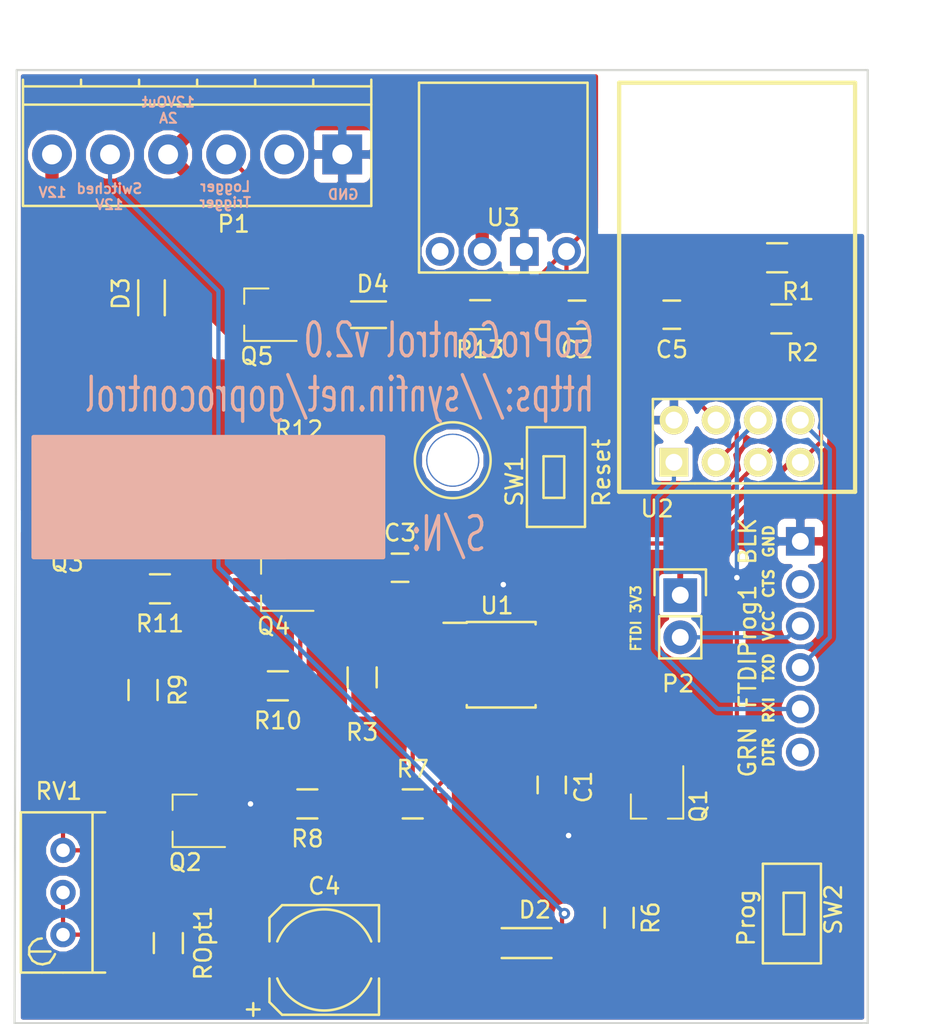
<source format=kicad_pcb>
(kicad_pcb (version 4) (host pcbnew 4.0.5)

  (general
    (links 66)
    (no_connects 0)
    (area 104.711499 72.326499 156.273501 129.857501)
    (thickness 1.6)
    (drawings 16)
    (tracks 200)
    (zones 0)
    (modules 35)
    (nets 31)
  )

  (page USLetter)
  (title_block
    (title GoProController)
    (date 2017-02-26)
    (rev v2.0)
    (company "Aaron Turner <synfinatic@gmail.com>")
    (comment 1 https://synfin.net/goprocontrol)
    (comment 2 "WiFi enabled GoPro controller for data loggers")
  )

  (layers
    (0 F.Cu signal)
    (31 B.Cu signal)
    (32 B.Adhes user)
    (33 F.Adhes user)
    (34 B.Paste user)
    (35 F.Paste user)
    (36 B.SilkS user)
    (37 F.SilkS user)
    (38 B.Mask user)
    (39 F.Mask user)
    (40 Dwgs.User user)
    (41 Cmts.User user)
    (42 Eco1.User user)
    (43 Eco2.User user)
    (44 Edge.Cuts user)
    (45 Margin user)
    (46 B.CrtYd user)
    (47 F.CrtYd user)
    (48 B.Fab user)
    (49 F.Fab user)
  )

  (setup
    (last_trace_width 0.254)
    (user_trace_width 0.1524)
    (user_trace_width 0.2)
    (user_trace_width 0.254)
    (user_trace_width 0.35)
    (user_trace_width 0.4)
    (user_trace_width 0.5)
    (user_trace_width 0.6)
    (user_trace_width 0.8)
    (trace_clearance 0.254)
    (zone_clearance 0.1524)
    (zone_45_only yes)
    (trace_min 0.1524)
    (segment_width 0.127)
    (edge_width 0.127)
    (via_size 0.6858)
    (via_drill 0.3302)
    (via_min_size 0.6858)
    (via_min_drill 0.3302)
    (uvia_size 0.508)
    (uvia_drill 0.127)
    (uvias_allowed no)
    (uvia_min_size 0.508)
    (uvia_min_drill 0.127)
    (pcb_text_width 0.127)
    (pcb_text_size 0.6 0.6)
    (mod_edge_width 0.127)
    (mod_text_size 0.6 0.6)
    (mod_text_width 0.127)
    (pad_size 3.2 3.2)
    (pad_drill 3.048)
    (pad_to_mask_clearance 0.05)
    (pad_to_paste_clearance -0.04)
    (aux_axis_origin 0 0)
    (grid_origin 104.775 129.794)
    (visible_elements FFFFEF7F)
    (pcbplotparams
      (layerselection 0x3ffff_80000001)
      (usegerberextensions true)
      (usegerberattributes true)
      (excludeedgelayer true)
      (linewidth 0.127000)
      (plotframeref false)
      (viasonmask false)
      (mode 1)
      (useauxorigin false)
      (hpglpennumber 1)
      (hpglpenspeed 20)
      (hpglpendiameter 15)
      (hpglpenoverlay 2)
      (psnegative false)
      (psa4output false)
      (plotreference true)
      (plotvalue true)
      (plotinvisibletext false)
      (padsonsilk false)
      (subtractmaskfromsilk false)
      (outputformat 1)
      (mirror false)
      (drillshape 0)
      (scaleselection 1)
      (outputdirectory CAM/))
  )

  (net 0 "")
  (net 1 "Net-(C1-Pad1)")
  (net 2 GND)
  (net 3 +3V3)
  (net 4 "Net-(C3-Pad1)")
  (net 5 "Net-(C4-Pad1)")
  (net 6 GPIO2)
  (net 7 TXD)
  (net 8 VCC)
  (net 9 Switched12V)
  (net 10 "Net-(Q1-Pad1)")
  (net 11 "Net-(Q2-Pad1)")
  (net 12 "Net-(Q2-Pad3)")
  (net 13 "Net-(Q3-Pad1)")
  (net 14 +12V)
  (net 15 "Net-(Q4-Pad1)")
  (net 16 12VOut)
  (net 17 "Net-(R7-Pad2)")
  (net 18 "Net-(D3-Pad2)")
  (net 19 LoggerTrigger)
  (net 20 "Net-(D4-Pad2)")
  (net 21 RXD)
  (net 22 "Net-(R1-Pad1)")
  (net 23 "Net-(R2-Pad1)")
  (net 24 "Net-(SW2-Pad1)")
  (net 25 "Net-(Q4-Pad3)")
  (net 26 "Net-(FTDIProg1-Pad1)")
  (net 27 "Net-(FTDIProg1-Pad5)")
  (net 28 "Net-(P1-Pad2)")
  (net 29 "Net-(U3-Pad1)")
  (net 30 "Net-(FTDIProg1-Pad4)")

  (net_class Default "Dit is de standaard class."
    (clearance 0.254)
    (trace_width 0.254)
    (via_dia 0.6858)
    (via_drill 0.3302)
    (uvia_dia 0.508)
    (uvia_drill 0.127)
    (add_net 12VOut)
    (add_net GND)
    (add_net GPIO2)
    (add_net LoggerTrigger)
    (add_net "Net-(C1-Pad1)")
    (add_net "Net-(C3-Pad1)")
    (add_net "Net-(C4-Pad1)")
    (add_net "Net-(D3-Pad2)")
    (add_net "Net-(D4-Pad2)")
    (add_net "Net-(FTDIProg1-Pad1)")
    (add_net "Net-(FTDIProg1-Pad4)")
    (add_net "Net-(FTDIProg1-Pad5)")
    (add_net "Net-(P1-Pad2)")
    (add_net "Net-(Q1-Pad1)")
    (add_net "Net-(Q2-Pad1)")
    (add_net "Net-(Q2-Pad3)")
    (add_net "Net-(Q3-Pad1)")
    (add_net "Net-(Q4-Pad1)")
    (add_net "Net-(Q4-Pad3)")
    (add_net "Net-(R1-Pad1)")
    (add_net "Net-(R2-Pad1)")
    (add_net "Net-(R7-Pad2)")
    (add_net "Net-(SW2-Pad1)")
    (add_net "Net-(U3-Pad1)")
    (add_net RXD)
    (add_net Switched12V)
    (add_net TXD)
    (add_net VCC)
  )

  (net_class 0.2mm ""
    (clearance 0.2)
    (trace_width 0.2)
    (via_dia 0.6858)
    (via_drill 0.3302)
    (uvia_dia 0.508)
    (uvia_drill 0.127)
  )

  (net_class 12VPower ""
    (clearance 0.254)
    (trace_width 0.35)
    (via_dia 0.6858)
    (via_drill 0.3302)
    (uvia_dia 0.508)
    (uvia_drill 0.127)
    (add_net +12V)
    (add_net +3V3)
  )

  (net_class Minimal ""
    (clearance 0.1524)
    (trace_width 0.1524)
    (via_dia 0.6858)
    (via_drill 0.3302)
    (uvia_dia 0.508)
    (uvia_drill 0.127)
  )

  (module Capacitors_SMD:C_0805_HandSoldering (layer F.Cu) (tedit 541A9B8D) (tstamp 58B1DFB2)
    (at 137.16 115.443 270)
    (descr "Capacitor SMD 0805, hand soldering")
    (tags "capacitor 0805")
    (path /58B1257A)
    (attr smd)
    (fp_text reference C1 (at 0.127 -1.905 270) (layer F.SilkS)
      (effects (font (size 1 1) (thickness 0.15)))
    )
    (fp_text value 0.1uf (at 0 2.1 270) (layer F.Fab)
      (effects (font (size 1 1) (thickness 0.15)))
    )
    (fp_line (start -1 0.625) (end -1 -0.625) (layer F.Fab) (width 0.15))
    (fp_line (start 1 0.625) (end -1 0.625) (layer F.Fab) (width 0.15))
    (fp_line (start 1 -0.625) (end 1 0.625) (layer F.Fab) (width 0.15))
    (fp_line (start -1 -0.625) (end 1 -0.625) (layer F.Fab) (width 0.15))
    (fp_line (start -2.3 -1) (end 2.3 -1) (layer F.CrtYd) (width 0.05))
    (fp_line (start -2.3 1) (end 2.3 1) (layer F.CrtYd) (width 0.05))
    (fp_line (start -2.3 -1) (end -2.3 1) (layer F.CrtYd) (width 0.05))
    (fp_line (start 2.3 -1) (end 2.3 1) (layer F.CrtYd) (width 0.05))
    (fp_line (start 0.5 -0.85) (end -0.5 -0.85) (layer F.SilkS) (width 0.15))
    (fp_line (start -0.5 0.85) (end 0.5 0.85) (layer F.SilkS) (width 0.15))
    (pad 1 smd rect (at -1.25 0 270) (size 1.5 1.25) (layers F.Cu F.Paste F.Mask)
      (net 1 "Net-(C1-Pad1)"))
    (pad 2 smd rect (at 1.25 0 270) (size 1.5 1.25) (layers F.Cu F.Paste F.Mask)
      (net 2 GND))
    (model Capacitors_SMD.3dshapes/C_0805_HandSoldering.wrl
      (at (xyz 0 0 0))
      (scale (xyz 1 1 1))
      (rotate (xyz 0 0 0))
    )
  )

  (module Capacitors_SMD:C_0805_HandSoldering (layer F.Cu) (tedit 541A9B8D) (tstamp 58B1DFB8)
    (at 138.684 87.122 180)
    (descr "Capacitor SMD 0805, hand soldering")
    (tags "capacitor 0805")
    (path /58B10970)
    (attr smd)
    (fp_text reference C2 (at 0 -2.1 180) (layer F.SilkS)
      (effects (font (size 1 1) (thickness 0.15)))
    )
    (fp_text value 1uf (at 0 2.1 180) (layer F.Fab)
      (effects (font (size 1 1) (thickness 0.15)))
    )
    (fp_line (start -1 0.625) (end -1 -0.625) (layer F.Fab) (width 0.15))
    (fp_line (start 1 0.625) (end -1 0.625) (layer F.Fab) (width 0.15))
    (fp_line (start 1 -0.625) (end 1 0.625) (layer F.Fab) (width 0.15))
    (fp_line (start -1 -0.625) (end 1 -0.625) (layer F.Fab) (width 0.15))
    (fp_line (start -2.3 -1) (end 2.3 -1) (layer F.CrtYd) (width 0.05))
    (fp_line (start -2.3 1) (end 2.3 1) (layer F.CrtYd) (width 0.05))
    (fp_line (start -2.3 -1) (end -2.3 1) (layer F.CrtYd) (width 0.05))
    (fp_line (start 2.3 -1) (end 2.3 1) (layer F.CrtYd) (width 0.05))
    (fp_line (start 0.5 -0.85) (end -0.5 -0.85) (layer F.SilkS) (width 0.15))
    (fp_line (start -0.5 0.85) (end 0.5 0.85) (layer F.SilkS) (width 0.15))
    (pad 1 smd rect (at -1.25 0 180) (size 1.5 1.25) (layers F.Cu F.Paste F.Mask)
      (net 3 +3V3))
    (pad 2 smd rect (at 1.25 0 180) (size 1.5 1.25) (layers F.Cu F.Paste F.Mask)
      (net 2 GND))
    (model Capacitors_SMD.3dshapes/C_0805_HandSoldering.wrl
      (at (xyz 0 0 0))
      (scale (xyz 1 1 1))
      (rotate (xyz 0 0 0))
    )
  )

  (module Capacitors_SMD:C_0805_HandSoldering (layer F.Cu) (tedit 541A9B8D) (tstamp 58B1DFBE)
    (at 128.016 102.362)
    (descr "Capacitor SMD 0805, hand soldering")
    (tags "capacitor 0805")
    (path /58B125C7)
    (attr smd)
    (fp_text reference C3 (at 0 -2.1) (layer F.SilkS)
      (effects (font (size 1 1) (thickness 0.15)))
    )
    (fp_text value 0.1uf (at 0 2.1) (layer F.Fab)
      (effects (font (size 1 1) (thickness 0.15)))
    )
    (fp_line (start -1 0.625) (end -1 -0.625) (layer F.Fab) (width 0.15))
    (fp_line (start 1 0.625) (end -1 0.625) (layer F.Fab) (width 0.15))
    (fp_line (start 1 -0.625) (end 1 0.625) (layer F.Fab) (width 0.15))
    (fp_line (start -1 -0.625) (end 1 -0.625) (layer F.Fab) (width 0.15))
    (fp_line (start -2.3 -1) (end 2.3 -1) (layer F.CrtYd) (width 0.05))
    (fp_line (start -2.3 1) (end 2.3 1) (layer F.CrtYd) (width 0.05))
    (fp_line (start -2.3 -1) (end -2.3 1) (layer F.CrtYd) (width 0.05))
    (fp_line (start 2.3 -1) (end 2.3 1) (layer F.CrtYd) (width 0.05))
    (fp_line (start 0.5 -0.85) (end -0.5 -0.85) (layer F.SilkS) (width 0.15))
    (fp_line (start -0.5 0.85) (end 0.5 0.85) (layer F.SilkS) (width 0.15))
    (pad 1 smd rect (at -1.25 0) (size 1.5 1.25) (layers F.Cu F.Paste F.Mask)
      (net 4 "Net-(C3-Pad1)"))
    (pad 2 smd rect (at 1.25 0) (size 1.5 1.25) (layers F.Cu F.Paste F.Mask)
      (net 2 GND))
    (model Capacitors_SMD.3dshapes/C_0805_HandSoldering.wrl
      (at (xyz 0 0 0))
      (scale (xyz 1 1 1))
      (rotate (xyz 0 0 0))
    )
  )

  (module Capacitors_SMD:c_elec_6.3x7.7 (layer F.Cu) (tedit 57FA45E9) (tstamp 58B1DFC4)
    (at 123.444 125.984)
    (descr "SMT capacitor, aluminium electrolytic, 6.3x7.7")
    (path /58B12588)
    (attr smd)
    (fp_text reference C4 (at 0 -4.445) (layer F.SilkS)
      (effects (font (size 1 1) (thickness 0.15)))
    )
    (fp_text value 100uf (at 5.842 0.127 90) (layer F.Fab)
      (effects (font (size 1 1) (thickness 0.15)))
    )
    (fp_line (start 3.1496 3.1496) (end 3.1496 -3.1496) (layer F.Fab) (width 0.15))
    (fp_line (start -2.4765 3.1496) (end 3.1496 3.1496) (layer F.Fab) (width 0.15))
    (fp_line (start -3.1496 2.4765) (end -2.4765 3.1496) (layer F.Fab) (width 0.15))
    (fp_line (start -3.1496 -2.4765) (end -3.1496 2.4765) (layer F.Fab) (width 0.15))
    (fp_line (start -2.4765 -3.1496) (end -3.1496 -2.4765) (layer F.Fab) (width 0.15))
    (fp_line (start 3.1496 -3.1496) (end -2.4765 -3.1496) (layer F.Fab) (width 0.15))
    (fp_text user + (at -1.7272 -0.0762) (layer F.Fab)
      (effects (font (size 1 1) (thickness 0.15)))
    )
    (fp_arc (start 0 0) (end 2.8321 1.1176) (angle 136.9770428) (layer F.SilkS) (width 0.15))
    (fp_arc (start 0 0) (end -2.8321 -1.1176) (angle 136.9770428) (layer F.SilkS) (width 0.15))
    (fp_line (start -3.302 2.54) (end -3.302 1.1176) (layer F.SilkS) (width 0.15))
    (fp_line (start 3.302 3.302) (end 3.302 1.1176) (layer F.SilkS) (width 0.15))
    (fp_line (start 3.302 -3.302) (end 3.302 -1.1176) (layer F.SilkS) (width 0.15))
    (fp_line (start -3.302 -2.54) (end -3.302 -1.1176) (layer F.SilkS) (width 0.15))
    (fp_text user + (at -4.2799 2.9083) (layer F.SilkS)
      (effects (font (size 1 1) (thickness 0.15)))
    )
    (fp_line (start 4.85 -3.55) (end -4.85 -3.55) (layer F.CrtYd) (width 0.05))
    (fp_line (start -4.85 -3.55) (end -4.85 3.55) (layer F.CrtYd) (width 0.05))
    (fp_line (start -4.85 3.55) (end 4.85 3.55) (layer F.CrtYd) (width 0.05))
    (fp_line (start 4.85 3.55) (end 4.85 -3.55) (layer F.CrtYd) (width 0.05))
    (fp_line (start 3.302 3.302) (end -2.54 3.302) (layer F.SilkS) (width 0.15))
    (fp_line (start -2.54 3.302) (end -3.302 2.54) (layer F.SilkS) (width 0.15))
    (fp_line (start -3.302 -2.54) (end -2.54 -3.302) (layer F.SilkS) (width 0.15))
    (fp_line (start -2.54 -3.302) (end 3.302 -3.302) (layer F.SilkS) (width 0.15))
    (pad 1 smd rect (at -2.7 0 180) (size 3.5 1.6) (layers F.Cu F.Paste F.Mask)
      (net 5 "Net-(C4-Pad1)"))
    (pad 2 smd rect (at 2.7 0 180) (size 3.5 1.6) (layers F.Cu F.Paste F.Mask)
      (net 2 GND))
    (model Capacitors_SMD.3dshapes/c_elec_6.3x7.7.wrl
      (at (xyz 0 0 0))
      (scale (xyz 1 1 1))
      (rotate (xyz 0 0 180))
    )
  )

  (module Capacitors_SMD:C_0805_HandSoldering (layer F.Cu) (tedit 541A9B8D) (tstamp 58B1DFCA)
    (at 144.399 87.122 180)
    (descr "Capacitor SMD 0805, hand soldering")
    (tags "capacitor 0805")
    (path /58B11935)
    (attr smd)
    (fp_text reference C5 (at 0 -2.1 180) (layer F.SilkS)
      (effects (font (size 1 1) (thickness 0.15)))
    )
    (fp_text value .01uf (at 0 2.1 180) (layer F.Fab)
      (effects (font (size 1 1) (thickness 0.15)))
    )
    (fp_line (start -1 0.625) (end -1 -0.625) (layer F.Fab) (width 0.15))
    (fp_line (start 1 0.625) (end -1 0.625) (layer F.Fab) (width 0.15))
    (fp_line (start 1 -0.625) (end 1 0.625) (layer F.Fab) (width 0.15))
    (fp_line (start -1 -0.625) (end 1 -0.625) (layer F.Fab) (width 0.15))
    (fp_line (start -2.3 -1) (end 2.3 -1) (layer F.CrtYd) (width 0.05))
    (fp_line (start -2.3 1) (end 2.3 1) (layer F.CrtYd) (width 0.05))
    (fp_line (start -2.3 -1) (end -2.3 1) (layer F.CrtYd) (width 0.05))
    (fp_line (start 2.3 -1) (end 2.3 1) (layer F.CrtYd) (width 0.05))
    (fp_line (start 0.5 -0.85) (end -0.5 -0.85) (layer F.SilkS) (width 0.15))
    (fp_line (start -0.5 0.85) (end 0.5 0.85) (layer F.SilkS) (width 0.15))
    (pad 1 smd rect (at -1.25 0 180) (size 1.5 1.25) (layers F.Cu F.Paste F.Mask)
      (net 6 GPIO2))
    (pad 2 smd rect (at 1.25 0 180) (size 1.5 1.25) (layers F.Cu F.Paste F.Mask)
      (net 2 GND))
    (model Capacitors_SMD.3dshapes/C_0805_HandSoldering.wrl
      (at (xyz 0 0 0))
      (scale (xyz 1 1 1))
      (rotate (xyz 0 0 0))
    )
  )

  (module Diodes_SMD:SOD-123 (layer F.Cu) (tedit 5753A53E) (tstamp 58B1DFDA)
    (at 136.144 124.968)
    (descr SOD-123)
    (tags SOD-123)
    (path /58B12596)
    (attr smd)
    (fp_text reference D2 (at 0 -2) (layer F.SilkS)
      (effects (font (size 1 1) (thickness 0.15)))
    )
    (fp_text value 1n4148 (at 0 2.1) (layer F.Fab)
      (effects (font (size 1 1) (thickness 0.15)))
    )
    (fp_line (start 0.25 0) (end 0.75 0) (layer F.Fab) (width 0.15))
    (fp_line (start 0.25 0.4) (end -0.35 0) (layer F.Fab) (width 0.15))
    (fp_line (start 0.25 -0.4) (end 0.25 0.4) (layer F.Fab) (width 0.15))
    (fp_line (start -0.35 0) (end 0.25 -0.4) (layer F.Fab) (width 0.15))
    (fp_line (start -0.35 0) (end -0.35 0.55) (layer F.Fab) (width 0.15))
    (fp_line (start -0.35 0) (end -0.35 -0.55) (layer F.Fab) (width 0.15))
    (fp_line (start -0.75 0) (end -0.35 0) (layer F.Fab) (width 0.15))
    (fp_line (start -1.35 0.8) (end -1.35 -0.8) (layer F.Fab) (width 0.15))
    (fp_line (start 1.35 0.8) (end -1.35 0.8) (layer F.Fab) (width 0.15))
    (fp_line (start 1.35 -0.8) (end 1.35 0.8) (layer F.Fab) (width 0.15))
    (fp_line (start -1.35 -0.8) (end 1.35 -0.8) (layer F.Fab) (width 0.15))
    (fp_line (start -2.25 -1.05) (end 2.25 -1.05) (layer F.CrtYd) (width 0.05))
    (fp_line (start 2.25 -1.05) (end 2.25 1.05) (layer F.CrtYd) (width 0.05))
    (fp_line (start 2.25 1.05) (end -2.25 1.05) (layer F.CrtYd) (width 0.05))
    (fp_line (start -2.25 -1.05) (end -2.25 1.05) (layer F.CrtYd) (width 0.05))
    (fp_line (start -2 0.9) (end 1 0.9) (layer F.SilkS) (width 0.15))
    (fp_line (start -2 -0.9) (end 1 -0.9) (layer F.SilkS) (width 0.15))
    (pad 1 smd rect (at -1.635 0) (size 0.91 1.22) (layers F.Cu F.Paste F.Mask)
      (net 8 VCC))
    (pad 2 smd rect (at 1.635 0) (size 0.91 1.22) (layers F.Cu F.Paste F.Mask)
      (net 9 Switched12V))
    (model ${KISYS3DMOD}/Diodes_SMD.3dshapes/SOD-123.wrl
      (at (xyz 0 0 0))
      (scale (xyz 1 1 1))
      (rotate (xyz 0 0 0))
    )
  )

  (module TO_SOT_Packages_SMD:SOT-23_Handsoldering (layer F.Cu) (tedit 583F3954) (tstamp 58B1DFE1)
    (at 143.51 116.713 270)
    (descr "SOT-23, Handsoldering")
    (tags SOT-23)
    (path /58B1256C)
    (attr smd)
    (fp_text reference Q1 (at 0 -2.5 270) (layer F.SilkS)
      (effects (font (size 1 1) (thickness 0.15)))
    )
    (fp_text value MMBT3904 (at 0 2.5 270) (layer F.Fab)
      (effects (font (size 1 1) (thickness 0.15)))
    )
    (fp_line (start 0.76 1.58) (end 0.76 0.65) (layer F.SilkS) (width 0.12))
    (fp_line (start 0.76 -1.58) (end 0.76 -0.65) (layer F.SilkS) (width 0.12))
    (fp_line (start 0.7 -1.52) (end 0.7 1.52) (layer F.Fab) (width 0.15))
    (fp_line (start -0.7 1.52) (end 0.7 1.52) (layer F.Fab) (width 0.15))
    (fp_line (start -2.7 -1.75) (end 2.7 -1.75) (layer F.CrtYd) (width 0.05))
    (fp_line (start 2.7 -1.75) (end 2.7 1.75) (layer F.CrtYd) (width 0.05))
    (fp_line (start 2.7 1.75) (end -2.7 1.75) (layer F.CrtYd) (width 0.05))
    (fp_line (start -2.7 1.75) (end -2.7 -1.75) (layer F.CrtYd) (width 0.05))
    (fp_line (start 0.76 -1.58) (end -2.4 -1.58) (layer F.SilkS) (width 0.12))
    (fp_line (start -0.7 -1.52) (end 0.7 -1.52) (layer F.Fab) (width 0.15))
    (fp_line (start -0.7 -1.52) (end -0.7 1.52) (layer F.Fab) (width 0.15))
    (fp_line (start 0.76 1.58) (end -0.7 1.58) (layer F.SilkS) (width 0.12))
    (pad 1 smd rect (at -1.5 -0.95 270) (size 1.9 0.8) (layers F.Cu F.Paste F.Mask)
      (net 10 "Net-(Q1-Pad1)"))
    (pad 2 smd rect (at -1.5 0.95 270) (size 1.9 0.8) (layers F.Cu F.Paste F.Mask)
      (net 2 GND))
    (pad 3 smd rect (at 1.5 0 270) (size 1.9 0.8) (layers F.Cu F.Paste F.Mask)
      (net 5 "Net-(C4-Pad1)"))
    (model TO_SOT_Packages_SMD.3dshapes/SOT-23.wrl
      (at (xyz 0 0 0))
      (scale (xyz 1 1 1))
      (rotate (xyz 0 0 90))
    )
  )

  (module TO_SOT_Packages_SMD:SOT-23_Handsoldering (layer F.Cu) (tedit 583F3954) (tstamp 58B1DFE8)
    (at 115.062 117.602 180)
    (descr "SOT-23, Handsoldering")
    (tags SOT-23)
    (path /58B12573)
    (attr smd)
    (fp_text reference Q2 (at 0 -2.5 180) (layer F.SilkS)
      (effects (font (size 1 1) (thickness 0.15)))
    )
    (fp_text value MMBT3904 (at 0 2.5 180) (layer F.Fab)
      (effects (font (size 1 1) (thickness 0.15)))
    )
    (fp_line (start 0.76 1.58) (end 0.76 0.65) (layer F.SilkS) (width 0.12))
    (fp_line (start 0.76 -1.58) (end 0.76 -0.65) (layer F.SilkS) (width 0.12))
    (fp_line (start 0.7 -1.52) (end 0.7 1.52) (layer F.Fab) (width 0.15))
    (fp_line (start -0.7 1.52) (end 0.7 1.52) (layer F.Fab) (width 0.15))
    (fp_line (start -2.7 -1.75) (end 2.7 -1.75) (layer F.CrtYd) (width 0.05))
    (fp_line (start 2.7 -1.75) (end 2.7 1.75) (layer F.CrtYd) (width 0.05))
    (fp_line (start 2.7 1.75) (end -2.7 1.75) (layer F.CrtYd) (width 0.05))
    (fp_line (start -2.7 1.75) (end -2.7 -1.75) (layer F.CrtYd) (width 0.05))
    (fp_line (start 0.76 -1.58) (end -2.4 -1.58) (layer F.SilkS) (width 0.12))
    (fp_line (start -0.7 -1.52) (end 0.7 -1.52) (layer F.Fab) (width 0.15))
    (fp_line (start -0.7 -1.52) (end -0.7 1.52) (layer F.Fab) (width 0.15))
    (fp_line (start 0.76 1.58) (end -0.7 1.58) (layer F.SilkS) (width 0.12))
    (pad 1 smd rect (at -1.5 -0.95 180) (size 1.9 0.8) (layers F.Cu F.Paste F.Mask)
      (net 11 "Net-(Q2-Pad1)"))
    (pad 2 smd rect (at -1.5 0.95 180) (size 1.9 0.8) (layers F.Cu F.Paste F.Mask)
      (net 2 GND))
    (pad 3 smd rect (at 1.5 0 180) (size 1.9 0.8) (layers F.Cu F.Paste F.Mask)
      (net 12 "Net-(Q2-Pad3)"))
    (model TO_SOT_Packages_SMD.3dshapes/SOT-23.wrl
      (at (xyz 0 0 0))
      (scale (xyz 1 1 1))
      (rotate (xyz 0 0 90))
    )
  )

  (module TO_SOT_Packages_SMD:SOT-23_Handsoldering (layer F.Cu) (tedit 583F3954) (tstamp 58B1DFEF)
    (at 107.95 99.568 180)
    (descr "SOT-23, Handsoldering")
    (tags SOT-23)
    (path /58B1255E)
    (attr smd)
    (fp_text reference Q3 (at 0 -2.5 180) (layer F.SilkS)
      (effects (font (size 1 1) (thickness 0.15)))
    )
    (fp_text value MMBT3906 (at 0 2.5 180) (layer F.Fab)
      (effects (font (size 1 1) (thickness 0.15)))
    )
    (fp_line (start 0.76 1.58) (end 0.76 0.65) (layer F.SilkS) (width 0.12))
    (fp_line (start 0.76 -1.58) (end 0.76 -0.65) (layer F.SilkS) (width 0.12))
    (fp_line (start 0.7 -1.52) (end 0.7 1.52) (layer F.Fab) (width 0.15))
    (fp_line (start -0.7 1.52) (end 0.7 1.52) (layer F.Fab) (width 0.15))
    (fp_line (start -2.7 -1.75) (end 2.7 -1.75) (layer F.CrtYd) (width 0.05))
    (fp_line (start 2.7 -1.75) (end 2.7 1.75) (layer F.CrtYd) (width 0.05))
    (fp_line (start 2.7 1.75) (end -2.7 1.75) (layer F.CrtYd) (width 0.05))
    (fp_line (start -2.7 1.75) (end -2.7 -1.75) (layer F.CrtYd) (width 0.05))
    (fp_line (start 0.76 -1.58) (end -2.4 -1.58) (layer F.SilkS) (width 0.12))
    (fp_line (start -0.7 -1.52) (end 0.7 -1.52) (layer F.Fab) (width 0.15))
    (fp_line (start -0.7 -1.52) (end -0.7 1.52) (layer F.Fab) (width 0.15))
    (fp_line (start 0.76 1.58) (end -0.7 1.58) (layer F.SilkS) (width 0.12))
    (pad 1 smd rect (at -1.5 -0.95 180) (size 1.9 0.8) (layers F.Cu F.Paste F.Mask)
      (net 13 "Net-(Q3-Pad1)"))
    (pad 2 smd rect (at -1.5 0.95 180) (size 1.9 0.8) (layers F.Cu F.Paste F.Mask)
      (net 14 +12V))
    (pad 3 smd rect (at 1.5 0 180) (size 1.9 0.8) (layers F.Cu F.Paste F.Mask)
      (net 8 VCC))
    (model TO_SOT_Packages_SMD.3dshapes/SOT-23.wrl
      (at (xyz 0 0 0))
      (scale (xyz 1 1 1))
      (rotate (xyz 0 0 90))
    )
  )

  (module TO_SOT_Packages_SMD:SOT-23_Handsoldering (layer F.Cu) (tedit 583F3954) (tstamp 58B1DFF6)
    (at 120.396 103.378 180)
    (descr "SOT-23, Handsoldering")
    (tags SOT-23)
    (path /58B12565)
    (attr smd)
    (fp_text reference Q4 (at 0 -2.5 180) (layer F.SilkS)
      (effects (font (size 1 1) (thickness 0.15)))
    )
    (fp_text value MMBT3906 (at 0 2.5 180) (layer F.Fab)
      (effects (font (size 1 1) (thickness 0.15)))
    )
    (fp_line (start 0.76 1.58) (end 0.76 0.65) (layer F.SilkS) (width 0.12))
    (fp_line (start 0.76 -1.58) (end 0.76 -0.65) (layer F.SilkS) (width 0.12))
    (fp_line (start 0.7 -1.52) (end 0.7 1.52) (layer F.Fab) (width 0.15))
    (fp_line (start -0.7 1.52) (end 0.7 1.52) (layer F.Fab) (width 0.15))
    (fp_line (start -2.7 -1.75) (end 2.7 -1.75) (layer F.CrtYd) (width 0.05))
    (fp_line (start 2.7 -1.75) (end 2.7 1.75) (layer F.CrtYd) (width 0.05))
    (fp_line (start 2.7 1.75) (end -2.7 1.75) (layer F.CrtYd) (width 0.05))
    (fp_line (start -2.7 1.75) (end -2.7 -1.75) (layer F.CrtYd) (width 0.05))
    (fp_line (start 0.76 -1.58) (end -2.4 -1.58) (layer F.SilkS) (width 0.12))
    (fp_line (start -0.7 -1.52) (end 0.7 -1.52) (layer F.Fab) (width 0.15))
    (fp_line (start -0.7 -1.52) (end -0.7 1.52) (layer F.Fab) (width 0.15))
    (fp_line (start 0.76 1.58) (end -0.7 1.58) (layer F.SilkS) (width 0.12))
    (pad 1 smd rect (at -1.5 -0.95 180) (size 1.9 0.8) (layers F.Cu F.Paste F.Mask)
      (net 15 "Net-(Q4-Pad1)"))
    (pad 2 smd rect (at -1.5 0.95 180) (size 1.9 0.8) (layers F.Cu F.Paste F.Mask)
      (net 14 +12V))
    (pad 3 smd rect (at 1.5 0 180) (size 1.9 0.8) (layers F.Cu F.Paste F.Mask)
      (net 25 "Net-(Q4-Pad3)"))
    (model TO_SOT_Packages_SMD.3dshapes/SOT-23.wrl
      (at (xyz 0 0 0))
      (scale (xyz 1 1 1))
      (rotate (xyz 0 0 90))
    )
  )

  (module TO_SOT_Packages_SMD:SOT-23_Handsoldering (layer F.Cu) (tedit 583F3954) (tstamp 58B1DFFD)
    (at 119.38 87.122 180)
    (descr "SOT-23, Handsoldering")
    (tags SOT-23)
    (path /58B125CE)
    (attr smd)
    (fp_text reference Q5 (at 0 -2.5 180) (layer F.SilkS)
      (effects (font (size 1 1) (thickness 0.15)))
    )
    (fp_text value IRLML6344 (at 0 2.5 180) (layer F.Fab)
      (effects (font (size 1 1) (thickness 0.15)))
    )
    (fp_line (start 0.76 1.58) (end 0.76 0.65) (layer F.SilkS) (width 0.12))
    (fp_line (start 0.76 -1.58) (end 0.76 -0.65) (layer F.SilkS) (width 0.12))
    (fp_line (start 0.7 -1.52) (end 0.7 1.52) (layer F.Fab) (width 0.15))
    (fp_line (start -0.7 1.52) (end 0.7 1.52) (layer F.Fab) (width 0.15))
    (fp_line (start -2.7 -1.75) (end 2.7 -1.75) (layer F.CrtYd) (width 0.05))
    (fp_line (start 2.7 -1.75) (end 2.7 1.75) (layer F.CrtYd) (width 0.05))
    (fp_line (start 2.7 1.75) (end -2.7 1.75) (layer F.CrtYd) (width 0.05))
    (fp_line (start -2.7 1.75) (end -2.7 -1.75) (layer F.CrtYd) (width 0.05))
    (fp_line (start 0.76 -1.58) (end -2.4 -1.58) (layer F.SilkS) (width 0.12))
    (fp_line (start -0.7 -1.52) (end 0.7 -1.52) (layer F.Fab) (width 0.15))
    (fp_line (start -0.7 -1.52) (end -0.7 1.52) (layer F.Fab) (width 0.15))
    (fp_line (start 0.76 1.58) (end -0.7 1.58) (layer F.SilkS) (width 0.12))
    (pad 1 smd rect (at -1.5 -0.95 180) (size 1.9 0.8) (layers F.Cu F.Paste F.Mask)
      (net 25 "Net-(Q4-Pad3)"))
    (pad 2 smd rect (at -1.5 0.95 180) (size 1.9 0.8) (layers F.Cu F.Paste F.Mask)
      (net 16 12VOut))
    (pad 3 smd rect (at 1.5 0 180) (size 1.9 0.8) (layers F.Cu F.Paste F.Mask)
      (net 14 +12V))
    (model TO_SOT_Packages_SMD.3dshapes/SOT-23.wrl
      (at (xyz 0 0 0))
      (scale (xyz 1 1 1))
      (rotate (xyz 0 0 90))
    )
  )

  (module Resistors_SMD:R_0805_HandSoldering (layer F.Cu) (tedit 58307B90) (tstamp 58B1E003)
    (at 125.73 108.966 90)
    (descr "Resistor SMD 0805, hand soldering")
    (tags "resistor 0805")
    (path /58B12581)
    (attr smd)
    (fp_text reference R3 (at -3.302 0 180) (layer F.SilkS)
      (effects (font (size 1 1) (thickness 0.15)))
    )
    (fp_text value 100k (at 0 2.1 90) (layer F.Fab)
      (effects (font (size 1 1) (thickness 0.15)))
    )
    (fp_line (start -1 0.625) (end -1 -0.625) (layer F.Fab) (width 0.1))
    (fp_line (start 1 0.625) (end -1 0.625) (layer F.Fab) (width 0.1))
    (fp_line (start 1 -0.625) (end 1 0.625) (layer F.Fab) (width 0.1))
    (fp_line (start -1 -0.625) (end 1 -0.625) (layer F.Fab) (width 0.1))
    (fp_line (start -2.4 -1) (end 2.4 -1) (layer F.CrtYd) (width 0.05))
    (fp_line (start -2.4 1) (end 2.4 1) (layer F.CrtYd) (width 0.05))
    (fp_line (start -2.4 -1) (end -2.4 1) (layer F.CrtYd) (width 0.05))
    (fp_line (start 2.4 -1) (end 2.4 1) (layer F.CrtYd) (width 0.05))
    (fp_line (start 0.6 0.875) (end -0.6 0.875) (layer F.SilkS) (width 0.15))
    (fp_line (start -0.6 -0.875) (end 0.6 -0.875) (layer F.SilkS) (width 0.15))
    (pad 1 smd rect (at -1.35 0 90) (size 1.5 1.3) (layers F.Cu F.Paste F.Mask)
      (net 8 VCC))
    (pad 2 smd rect (at 1.35 0 90) (size 1.5 1.3) (layers F.Cu F.Paste F.Mask)
      (net 4 "Net-(C3-Pad1)"))
    (model Resistors_SMD.3dshapes/R_0805_HandSoldering.wrl
      (at (xyz 0 0 0))
      (scale (xyz 1 1 1))
      (rotate (xyz 0 0 0))
    )
  )

  (module Resistors_SMD:R_0805_HandSoldering (layer F.Cu) (tedit 58307B90) (tstamp 58B1E009)
    (at 141.224 123.444 90)
    (descr "Resistor SMD 0805, hand soldering")
    (tags "resistor 0805")
    (path /58B1258F)
    (attr smd)
    (fp_text reference R6 (at 0 1.905 90) (layer F.SilkS)
      (effects (font (size 1 1) (thickness 0.15)))
    )
    (fp_text value 2.2k (at 0.254 -1.778 90) (layer F.Fab)
      (effects (font (size 1 1) (thickness 0.15)))
    )
    (fp_line (start -1 0.625) (end -1 -0.625) (layer F.Fab) (width 0.1))
    (fp_line (start 1 0.625) (end -1 0.625) (layer F.Fab) (width 0.1))
    (fp_line (start 1 -0.625) (end 1 0.625) (layer F.Fab) (width 0.1))
    (fp_line (start -1 -0.625) (end 1 -0.625) (layer F.Fab) (width 0.1))
    (fp_line (start -2.4 -1) (end 2.4 -1) (layer F.CrtYd) (width 0.05))
    (fp_line (start -2.4 1) (end 2.4 1) (layer F.CrtYd) (width 0.05))
    (fp_line (start -2.4 -1) (end -2.4 1) (layer F.CrtYd) (width 0.05))
    (fp_line (start 2.4 -1) (end 2.4 1) (layer F.CrtYd) (width 0.05))
    (fp_line (start 0.6 0.875) (end -0.6 0.875) (layer F.SilkS) (width 0.15))
    (fp_line (start -0.6 -0.875) (end 0.6 -0.875) (layer F.SilkS) (width 0.15))
    (pad 1 smd rect (at -1.35 0 90) (size 1.5 1.3) (layers F.Cu F.Paste F.Mask)
      (net 9 Switched12V))
    (pad 2 smd rect (at 1.35 0 90) (size 1.5 1.3) (layers F.Cu F.Paste F.Mask)
      (net 10 "Net-(Q1-Pad1)"))
    (model Resistors_SMD.3dshapes/R_0805_HandSoldering.wrl
      (at (xyz 0 0 0))
      (scale (xyz 1 1 1))
      (rotate (xyz 0 0 0))
    )
  )

  (module Resistors_SMD:R_0805_HandSoldering (layer F.Cu) (tedit 58307B90) (tstamp 58B1E00F)
    (at 128.778 116.586)
    (descr "Resistor SMD 0805, hand soldering")
    (tags "resistor 0805")
    (path /58B125B2)
    (attr smd)
    (fp_text reference R7 (at 0 -2.1) (layer F.SilkS)
      (effects (font (size 1 1) (thickness 0.15)))
    )
    (fp_text value 10k (at 0 2.1) (layer F.Fab)
      (effects (font (size 1 1) (thickness 0.15)))
    )
    (fp_line (start -1 0.625) (end -1 -0.625) (layer F.Fab) (width 0.1))
    (fp_line (start 1 0.625) (end -1 0.625) (layer F.Fab) (width 0.1))
    (fp_line (start 1 -0.625) (end 1 0.625) (layer F.Fab) (width 0.1))
    (fp_line (start -1 -0.625) (end 1 -0.625) (layer F.Fab) (width 0.1))
    (fp_line (start -2.4 -1) (end 2.4 -1) (layer F.CrtYd) (width 0.05))
    (fp_line (start -2.4 1) (end 2.4 1) (layer F.CrtYd) (width 0.05))
    (fp_line (start -2.4 -1) (end -2.4 1) (layer F.CrtYd) (width 0.05))
    (fp_line (start 2.4 -1) (end 2.4 1) (layer F.CrtYd) (width 0.05))
    (fp_line (start 0.6 0.875) (end -0.6 0.875) (layer F.SilkS) (width 0.15))
    (fp_line (start -0.6 -0.875) (end 0.6 -0.875) (layer F.SilkS) (width 0.15))
    (pad 1 smd rect (at -1.35 0) (size 1.5 1.3) (layers F.Cu F.Paste F.Mask)
      (net 11 "Net-(Q2-Pad1)"))
    (pad 2 smd rect (at 1.35 0) (size 1.5 1.3) (layers F.Cu F.Paste F.Mask)
      (net 17 "Net-(R7-Pad2)"))
    (model Resistors_SMD.3dshapes/R_0805_HandSoldering.wrl
      (at (xyz 0 0 0))
      (scale (xyz 1 1 1))
      (rotate (xyz 0 0 0))
    )
  )

  (module Resistors_SMD:R_0805_HandSoldering (layer F.Cu) (tedit 58307B90) (tstamp 58B1E015)
    (at 122.428 116.586 180)
    (descr "Resistor SMD 0805, hand soldering")
    (tags "resistor 0805")
    (path /58B125B9)
    (attr smd)
    (fp_text reference R8 (at 0 -2.1 180) (layer F.SilkS)
      (effects (font (size 1 1) (thickness 0.15)))
    )
    (fp_text value 2.2k (at 0 2.1 180) (layer F.Fab)
      (effects (font (size 1 1) (thickness 0.15)))
    )
    (fp_line (start -1 0.625) (end -1 -0.625) (layer F.Fab) (width 0.1))
    (fp_line (start 1 0.625) (end -1 0.625) (layer F.Fab) (width 0.1))
    (fp_line (start 1 -0.625) (end 1 0.625) (layer F.Fab) (width 0.1))
    (fp_line (start -1 -0.625) (end 1 -0.625) (layer F.Fab) (width 0.1))
    (fp_line (start -2.4 -1) (end 2.4 -1) (layer F.CrtYd) (width 0.05))
    (fp_line (start -2.4 1) (end 2.4 1) (layer F.CrtYd) (width 0.05))
    (fp_line (start -2.4 -1) (end -2.4 1) (layer F.CrtYd) (width 0.05))
    (fp_line (start 2.4 -1) (end 2.4 1) (layer F.CrtYd) (width 0.05))
    (fp_line (start 0.6 0.875) (end -0.6 0.875) (layer F.SilkS) (width 0.15))
    (fp_line (start -0.6 -0.875) (end 0.6 -0.875) (layer F.SilkS) (width 0.15))
    (pad 1 smd rect (at -1.35 0 180) (size 1.5 1.3) (layers F.Cu F.Paste F.Mask)
      (net 11 "Net-(Q2-Pad1)"))
    (pad 2 smd rect (at 1.35 0 180) (size 1.5 1.3) (layers F.Cu F.Paste F.Mask)
      (net 2 GND))
    (model Resistors_SMD.3dshapes/R_0805_HandSoldering.wrl
      (at (xyz 0 0 0))
      (scale (xyz 1 1 1))
      (rotate (xyz 0 0 0))
    )
  )

  (module Resistors_SMD:R_0805_HandSoldering (layer F.Cu) (tedit 58307B90) (tstamp 58B1E01B)
    (at 112.522 109.728 270)
    (descr "Resistor SMD 0805, hand soldering")
    (tags "resistor 0805")
    (path /58B125A4)
    (attr smd)
    (fp_text reference R9 (at 0 -2.1 270) (layer F.SilkS)
      (effects (font (size 1 1) (thickness 0.15)))
    )
    (fp_text value 10k (at 0 2.1 270) (layer F.Fab)
      (effects (font (size 1 1) (thickness 0.15)))
    )
    (fp_line (start -1 0.625) (end -1 -0.625) (layer F.Fab) (width 0.1))
    (fp_line (start 1 0.625) (end -1 0.625) (layer F.Fab) (width 0.1))
    (fp_line (start 1 -0.625) (end 1 0.625) (layer F.Fab) (width 0.1))
    (fp_line (start -1 -0.625) (end 1 -0.625) (layer F.Fab) (width 0.1))
    (fp_line (start -2.4 -1) (end 2.4 -1) (layer F.CrtYd) (width 0.05))
    (fp_line (start -2.4 1) (end 2.4 1) (layer F.CrtYd) (width 0.05))
    (fp_line (start -2.4 -1) (end -2.4 1) (layer F.CrtYd) (width 0.05))
    (fp_line (start 2.4 -1) (end 2.4 1) (layer F.CrtYd) (width 0.05))
    (fp_line (start 0.6 0.875) (end -0.6 0.875) (layer F.SilkS) (width 0.15))
    (fp_line (start -0.6 -0.875) (end 0.6 -0.875) (layer F.SilkS) (width 0.15))
    (pad 1 smd rect (at -1.35 0 270) (size 1.5 1.3) (layers F.Cu F.Paste F.Mask)
      (net 13 "Net-(Q3-Pad1)"))
    (pad 2 smd rect (at 1.35 0 270) (size 1.5 1.3) (layers F.Cu F.Paste F.Mask)
      (net 12 "Net-(Q2-Pad3)"))
    (model Resistors_SMD.3dshapes/R_0805_HandSoldering.wrl
      (at (xyz 0 0 0))
      (scale (xyz 1 1 1))
      (rotate (xyz 0 0 0))
    )
  )

  (module Resistors_SMD:R_0805_HandSoldering (layer F.Cu) (tedit 58307B90) (tstamp 58B1E021)
    (at 120.65 109.474 180)
    (descr "Resistor SMD 0805, hand soldering")
    (tags "resistor 0805")
    (path /58B125AB)
    (attr smd)
    (fp_text reference R10 (at 0 -2.1 180) (layer F.SilkS)
      (effects (font (size 1 1) (thickness 0.15)))
    )
    (fp_text value 2.2k (at 0 2.1 180) (layer F.Fab)
      (effects (font (size 1 1) (thickness 0.15)))
    )
    (fp_line (start -1 0.625) (end -1 -0.625) (layer F.Fab) (width 0.1))
    (fp_line (start 1 0.625) (end -1 0.625) (layer F.Fab) (width 0.1))
    (fp_line (start 1 -0.625) (end 1 0.625) (layer F.Fab) (width 0.1))
    (fp_line (start -1 -0.625) (end 1 -0.625) (layer F.Fab) (width 0.1))
    (fp_line (start -2.4 -1) (end 2.4 -1) (layer F.CrtYd) (width 0.05))
    (fp_line (start -2.4 1) (end 2.4 1) (layer F.CrtYd) (width 0.05))
    (fp_line (start -2.4 -1) (end -2.4 1) (layer F.CrtYd) (width 0.05))
    (fp_line (start 2.4 -1) (end 2.4 1) (layer F.CrtYd) (width 0.05))
    (fp_line (start 0.6 0.875) (end -0.6 0.875) (layer F.SilkS) (width 0.15))
    (fp_line (start -0.6 -0.875) (end 0.6 -0.875) (layer F.SilkS) (width 0.15))
    (pad 1 smd rect (at -1.35 0 180) (size 1.5 1.3) (layers F.Cu F.Paste F.Mask)
      (net 15 "Net-(Q4-Pad1)"))
    (pad 2 smd rect (at 1.35 0 180) (size 1.5 1.3) (layers F.Cu F.Paste F.Mask)
      (net 12 "Net-(Q2-Pad3)"))
    (model Resistors_SMD.3dshapes/R_0805_HandSoldering.wrl
      (at (xyz 0 0 0))
      (scale (xyz 1 1 1))
      (rotate (xyz 0 0 0))
    )
  )

  (module Resistors_SMD:R_0805_HandSoldering (layer F.Cu) (tedit 58307B90) (tstamp 58B1E027)
    (at 113.538 103.632 180)
    (descr "Resistor SMD 0805, hand soldering")
    (tags "resistor 0805")
    (path /58B1259D)
    (attr smd)
    (fp_text reference R11 (at 0 -2.1 180) (layer F.SilkS)
      (effects (font (size 1 1) (thickness 0.15)))
    )
    (fp_text value 2.2k (at 0 2.1 180) (layer F.Fab)
      (effects (font (size 1 1) (thickness 0.15)))
    )
    (fp_line (start -1 0.625) (end -1 -0.625) (layer F.Fab) (width 0.1))
    (fp_line (start 1 0.625) (end -1 0.625) (layer F.Fab) (width 0.1))
    (fp_line (start 1 -0.625) (end 1 0.625) (layer F.Fab) (width 0.1))
    (fp_line (start -1 -0.625) (end 1 -0.625) (layer F.Fab) (width 0.1))
    (fp_line (start -2.4 -1) (end 2.4 -1) (layer F.CrtYd) (width 0.05))
    (fp_line (start -2.4 1) (end 2.4 1) (layer F.CrtYd) (width 0.05))
    (fp_line (start -2.4 -1) (end -2.4 1) (layer F.CrtYd) (width 0.05))
    (fp_line (start 2.4 -1) (end 2.4 1) (layer F.CrtYd) (width 0.05))
    (fp_line (start 0.6 0.875) (end -0.6 0.875) (layer F.SilkS) (width 0.15))
    (fp_line (start -0.6 -0.875) (end 0.6 -0.875) (layer F.SilkS) (width 0.15))
    (pad 1 smd rect (at -1.35 0 180) (size 1.5 1.3) (layers F.Cu F.Paste F.Mask)
      (net 14 +12V))
    (pad 2 smd rect (at 1.35 0 180) (size 1.5 1.3) (layers F.Cu F.Paste F.Mask)
      (net 13 "Net-(Q3-Pad1)"))
    (model Resistors_SMD.3dshapes/R_0805_HandSoldering.wrl
      (at (xyz 0 0 0))
      (scale (xyz 1 1 1))
      (rotate (xyz 0 0 0))
    )
  )

  (module Resistors_SMD:R_0805_HandSoldering (layer F.Cu) (tedit 58307B90) (tstamp 58B1E02D)
    (at 121.92 96.139)
    (descr "Resistor SMD 0805, hand soldering")
    (tags "resistor 0805")
    (path /58B125D5)
    (attr smd)
    (fp_text reference R12 (at 0 -2.1) (layer F.SilkS)
      (effects (font (size 1 1) (thickness 0.15)))
    )
    (fp_text value 1k (at 0 2.1) (layer F.Fab)
      (effects (font (size 1 1) (thickness 0.15)))
    )
    (fp_line (start -1 0.625) (end -1 -0.625) (layer F.Fab) (width 0.1))
    (fp_line (start 1 0.625) (end -1 0.625) (layer F.Fab) (width 0.1))
    (fp_line (start 1 -0.625) (end 1 0.625) (layer F.Fab) (width 0.1))
    (fp_line (start -1 -0.625) (end 1 -0.625) (layer F.Fab) (width 0.1))
    (fp_line (start -2.4 -1) (end 2.4 -1) (layer F.CrtYd) (width 0.05))
    (fp_line (start -2.4 1) (end 2.4 1) (layer F.CrtYd) (width 0.05))
    (fp_line (start -2.4 -1) (end -2.4 1) (layer F.CrtYd) (width 0.05))
    (fp_line (start 2.4 -1) (end 2.4 1) (layer F.CrtYd) (width 0.05))
    (fp_line (start 0.6 0.875) (end -0.6 0.875) (layer F.SilkS) (width 0.15))
    (fp_line (start -0.6 -0.875) (end 0.6 -0.875) (layer F.SilkS) (width 0.15))
    (pad 1 smd rect (at -1.35 0) (size 1.5 1.3) (layers F.Cu F.Paste F.Mask)
      (net 25 "Net-(Q4-Pad3)"))
    (pad 2 smd rect (at 1.35 0) (size 1.5 1.3) (layers F.Cu F.Paste F.Mask)
      (net 2 GND))
    (model Resistors_SMD.3dshapes/R_0805_HandSoldering.wrl
      (at (xyz 0 0 0))
      (scale (xyz 1 1 1))
      (rotate (xyz 0 0 0))
    )
  )

  (module Resistors_SMD:R_0805_HandSoldering (layer F.Cu) (tedit 58307B90) (tstamp 58B1E033)
    (at 114.046 124.968 270)
    (descr "Resistor SMD 0805, hand soldering")
    (tags "resistor 0805")
    (path /58B125EF)
    (attr smd)
    (fp_text reference ROpt1 (at 0 -2.1 270) (layer F.SilkS)
      (effects (font (size 1 1) (thickness 0.15)))
    )
    (fp_text value 100k (at 0 2.1 270) (layer F.Fab)
      (effects (font (size 1 1) (thickness 0.15)))
    )
    (fp_line (start -1 0.625) (end -1 -0.625) (layer F.Fab) (width 0.1))
    (fp_line (start 1 0.625) (end -1 0.625) (layer F.Fab) (width 0.1))
    (fp_line (start 1 -0.625) (end 1 0.625) (layer F.Fab) (width 0.1))
    (fp_line (start -1 -0.625) (end 1 -0.625) (layer F.Fab) (width 0.1))
    (fp_line (start -2.4 -1) (end 2.4 -1) (layer F.CrtYd) (width 0.05))
    (fp_line (start -2.4 1) (end 2.4 1) (layer F.CrtYd) (width 0.05))
    (fp_line (start -2.4 -1) (end -2.4 1) (layer F.CrtYd) (width 0.05))
    (fp_line (start 2.4 -1) (end 2.4 1) (layer F.CrtYd) (width 0.05))
    (fp_line (start 0.6 0.875) (end -0.6 0.875) (layer F.SilkS) (width 0.15))
    (fp_line (start -0.6 -0.875) (end 0.6 -0.875) (layer F.SilkS) (width 0.15))
    (pad 1 smd rect (at -1.35 0 270) (size 1.5 1.3) (layers F.Cu F.Paste F.Mask)
      (net 8 VCC))
    (pad 2 smd rect (at 1.35 0 270) (size 1.5 1.3) (layers F.Cu F.Paste F.Mask)
      (net 5 "Net-(C4-Pad1)"))
    (model Resistors_SMD.3dshapes/R_0805_HandSoldering.wrl
      (at (xyz 0 0 0))
      (scale (xyz 1 1 1))
      (rotate (xyz 0 0 0))
    )
  )

  (module Potentiometers:Potentiometer_Bourns_3296W_3-8Zoll_Inline_ScrewUp (layer F.Cu) (tedit 54130B3D) (tstamp 58B1E03A)
    (at 107.696 124.46)
    (descr "3296, 3/8, Square, Trimpot, Trimming, Potentiometer, Bourns")
    (tags "3296, 3/8, Square, Trimpot, Trimming, Potentiometer, Bourns")
    (path /58B12551)
    (fp_text reference RV1 (at -0.254 -8.636) (layer F.SilkS)
      (effects (font (size 1 1) (thickness 0.15)))
    )
    (fp_text value 500k (at -0.381 -10.16) (layer F.Fab)
      (effects (font (size 1 1) (thickness 0.15)))
    )
    (fp_line (start -2.032 1.016) (end -0.762 1.016) (layer F.SilkS) (width 0.15))
    (fp_line (start -1.2827 0.2286) (end -1.5367 0.2667) (layer F.SilkS) (width 0.15))
    (fp_line (start -1.5367 0.2667) (end -1.8161 0.4445) (layer F.SilkS) (width 0.15))
    (fp_line (start -1.8161 0.4445) (end -2.032 0.762) (layer F.SilkS) (width 0.15))
    (fp_line (start -2.032 0.762) (end -2.0447 1.2065) (layer F.SilkS) (width 0.15))
    (fp_line (start -2.0447 1.2065) (end -1.8415 1.5621) (layer F.SilkS) (width 0.15))
    (fp_line (start -1.8415 1.5621) (end -1.5494 1.7399) (layer F.SilkS) (width 0.15))
    (fp_line (start -1.5494 1.7399) (end -1.2319 1.7907) (layer F.SilkS) (width 0.15))
    (fp_line (start -1.2319 1.7907) (end -0.8255 1.6891) (layer F.SilkS) (width 0.15))
    (fp_line (start -0.8255 1.6891) (end -0.5715 1.3462) (layer F.SilkS) (width 0.15))
    (fp_line (start -0.5715 1.3462) (end -0.4826 1.1684) (layer F.SilkS) (width 0.15))
    (fp_line (start 1.778 -7.366) (end 1.778 2.286) (layer F.SilkS) (width 0.15))
    (fp_line (start -1.27 2.286) (end -2.54 2.286) (layer F.SilkS) (width 0.15))
    (fp_line (start -2.54 2.286) (end -2.54 -7.366) (layer F.SilkS) (width 0.15))
    (fp_line (start -2.54 -7.366) (end 2.54 -7.366) (layer F.SilkS) (width 0.15))
    (fp_line (start 2.54 2.286) (end 0 2.286) (layer F.SilkS) (width 0.15))
    (fp_line (start 0 2.286) (end -1.27 2.286) (layer F.SilkS) (width 0.15))
    (pad 2 thru_hole circle (at 0 -2.54) (size 1.524 1.524) (drill 0.8128) (layers *.Cu *.Mask)
      (net 5 "Net-(C4-Pad1)"))
    (pad 3 thru_hole circle (at 0 -5.08) (size 1.524 1.524) (drill 0.8128) (layers *.Cu *.Mask)
      (net 8 VCC))
    (pad 1 thru_hole circle (at 0 0) (size 1.524 1.524) (drill 0.8128) (layers *.Cu *.Mask)
      (net 5 "Net-(C4-Pad1)"))
    (model Potentiometers.3dshapes/Potentiometer_Bourns_3296W_3-8Zoll_Inline_ScrewUp.wrl
      (at (xyz 0 0 0))
      (scale (xyz 1 1 1))
      (rotate (xyz 0 0 0))
    )
  )

  (module Housings_SOIC:SOIC-8_3.9x4.9mm_Pitch1.27mm (layer F.Cu) (tedit 54130A77) (tstamp 58B1E046)
    (at 134.112 108.204)
    (descr "8-Lead Plastic Small Outline (SN) - Narrow, 3.90 mm Body [SOIC] (see Microchip Packaging Specification 00000049BS.pdf)")
    (tags "SOIC 1.27")
    (path /58B1254A)
    (attr smd)
    (fp_text reference U1 (at -0.254 -3.556) (layer F.SilkS)
      (effects (font (size 1 1) (thickness 0.15)))
    )
    (fp_text value NE555 (at 0 3.5) (layer F.Fab)
      (effects (font (size 1 1) (thickness 0.15)))
    )
    (fp_line (start -0.95 -2.45) (end 1.95 -2.45) (layer F.Fab) (width 0.15))
    (fp_line (start 1.95 -2.45) (end 1.95 2.45) (layer F.Fab) (width 0.15))
    (fp_line (start 1.95 2.45) (end -1.95 2.45) (layer F.Fab) (width 0.15))
    (fp_line (start -1.95 2.45) (end -1.95 -1.45) (layer F.Fab) (width 0.15))
    (fp_line (start -1.95 -1.45) (end -0.95 -2.45) (layer F.Fab) (width 0.15))
    (fp_line (start -3.75 -2.75) (end -3.75 2.75) (layer F.CrtYd) (width 0.05))
    (fp_line (start 3.75 -2.75) (end 3.75 2.75) (layer F.CrtYd) (width 0.05))
    (fp_line (start -3.75 -2.75) (end 3.75 -2.75) (layer F.CrtYd) (width 0.05))
    (fp_line (start -3.75 2.75) (end 3.75 2.75) (layer F.CrtYd) (width 0.05))
    (fp_line (start -2.075 -2.575) (end -2.075 -2.525) (layer F.SilkS) (width 0.15))
    (fp_line (start 2.075 -2.575) (end 2.075 -2.43) (layer F.SilkS) (width 0.15))
    (fp_line (start 2.075 2.575) (end 2.075 2.43) (layer F.SilkS) (width 0.15))
    (fp_line (start -2.075 2.575) (end -2.075 2.43) (layer F.SilkS) (width 0.15))
    (fp_line (start -2.075 -2.575) (end 2.075 -2.575) (layer F.SilkS) (width 0.15))
    (fp_line (start -2.075 2.575) (end 2.075 2.575) (layer F.SilkS) (width 0.15))
    (fp_line (start -2.075 -2.525) (end -3.475 -2.525) (layer F.SilkS) (width 0.15))
    (pad 1 smd rect (at -2.7 -1.905) (size 1.55 0.6) (layers F.Cu F.Paste F.Mask)
      (net 2 GND))
    (pad 2 smd rect (at -2.7 -0.635) (size 1.55 0.6) (layers F.Cu F.Paste F.Mask)
      (net 4 "Net-(C3-Pad1)"))
    (pad 3 smd rect (at -2.7 0.635) (size 1.55 0.6) (layers F.Cu F.Paste F.Mask)
      (net 17 "Net-(R7-Pad2)"))
    (pad 4 smd rect (at -2.7 1.905) (size 1.55 0.6) (layers F.Cu F.Paste F.Mask)
      (net 8 VCC))
    (pad 5 smd rect (at 2.7 1.905) (size 1.55 0.6) (layers F.Cu F.Paste F.Mask)
      (net 1 "Net-(C1-Pad1)"))
    (pad 6 smd rect (at 2.7 0.635) (size 1.55 0.6) (layers F.Cu F.Paste F.Mask)
      (net 5 "Net-(C4-Pad1)"))
    (pad 7 smd rect (at 2.7 -0.635) (size 1.55 0.6) (layers F.Cu F.Paste F.Mask)
      (net 5 "Net-(C4-Pad1)"))
    (pad 8 smd rect (at 2.7 -1.905) (size 1.55 0.6) (layers F.Cu F.Paste F.Mask)
      (net 8 VCC))
    (model Housings_SOIC.3dshapes/SOIC-8_3.9x4.9mm_Pitch1.27mm.wrl
      (at (xyz 0 0 0))
      (scale (xyz 1 1 1))
      (rotate (xyz 0 0 0))
    )
  )

  (module Diodes_SMD:SOD-323_HandSoldering (layer F.Cu) (tedit 57A875DC) (tstamp 58B1E1DB)
    (at 113.03 85.852 90)
    (descr SOD-323)
    (tags SOD-323)
    (path /58B1DFA9)
    (attr smd)
    (fp_text reference D3 (at 0 -1.85 90) (layer F.SilkS)
      (effects (font (size 1 1) (thickness 0.15)))
    )
    (fp_text value B5817WS (at 0.1 1.9 90) (layer F.Fab)
      (effects (font (size 1 1) (thickness 0.15)))
    )
    (fp_line (start 0.2 0) (end 0.45 0) (layer F.Fab) (width 0.15))
    (fp_line (start 0.2 0.35) (end -0.3 0) (layer F.Fab) (width 0.15))
    (fp_line (start 0.2 -0.35) (end 0.2 0.35) (layer F.Fab) (width 0.15))
    (fp_line (start -0.3 0) (end 0.2 -0.35) (layer F.Fab) (width 0.15))
    (fp_line (start -0.3 0) (end -0.5 0) (layer F.Fab) (width 0.15))
    (fp_line (start -0.3 -0.35) (end -0.3 0.35) (layer F.Fab) (width 0.15))
    (fp_line (start -0.85 0.65) (end -0.85 -0.65) (layer F.Fab) (width 0.15))
    (fp_line (start 0.85 0.65) (end -0.85 0.65) (layer F.Fab) (width 0.15))
    (fp_line (start 0.85 -0.65) (end 0.85 0.65) (layer F.Fab) (width 0.15))
    (fp_line (start -0.85 -0.65) (end 0.85 -0.65) (layer F.Fab) (width 0.15))
    (fp_line (start -1.9 -0.95) (end 1.9 -0.95) (layer F.CrtYd) (width 0.05))
    (fp_line (start 1.9 -0.95) (end 1.9 0.95) (layer F.CrtYd) (width 0.05))
    (fp_line (start -1.9 0.95) (end 1.9 0.95) (layer F.CrtYd) (width 0.05))
    (fp_line (start -1.9 -0.95) (end -1.9 0.95) (layer F.CrtYd) (width 0.05))
    (fp_line (start -1.3 0.8) (end 0.8 0.8) (layer F.SilkS) (width 0.15))
    (fp_line (start -1.3 -0.8) (end 0.8 -0.8) (layer F.SilkS) (width 0.15))
    (pad 1 smd rect (at -1.25 0 90) (size 1 1) (layers F.Cu F.Paste F.Mask)
      (net 14 +12V))
    (pad 2 smd rect (at 1.25 0 90) (size 1 1) (layers F.Cu F.Paste F.Mask)
      (net 18 "Net-(D3-Pad2)"))
    (model Diodes_SMD.3dshapes/SOD-323.wrl
      (at (xyz 0 0 0))
      (scale (xyz 1 1 1))
      (rotate (xyz 0 0 180))
    )
  )

  (module Diodes_SMD:SOD-323_HandSoldering (layer F.Cu) (tedit 57A875DC) (tstamp 58B1E1E1)
    (at 126.365 87.122)
    (descr SOD-323)
    (tags SOD-323)
    (path /58B1E2F2)
    (attr smd)
    (fp_text reference D4 (at 0 -1.85) (layer F.SilkS)
      (effects (font (size 1 1) (thickness 0.15)))
    )
    (fp_text value B5817WS (at 0.1 1.9) (layer F.Fab)
      (effects (font (size 1 1) (thickness 0.15)))
    )
    (fp_line (start 0.2 0) (end 0.45 0) (layer F.Fab) (width 0.15))
    (fp_line (start 0.2 0.35) (end -0.3 0) (layer F.Fab) (width 0.15))
    (fp_line (start 0.2 -0.35) (end 0.2 0.35) (layer F.Fab) (width 0.15))
    (fp_line (start -0.3 0) (end 0.2 -0.35) (layer F.Fab) (width 0.15))
    (fp_line (start -0.3 0) (end -0.5 0) (layer F.Fab) (width 0.15))
    (fp_line (start -0.3 -0.35) (end -0.3 0.35) (layer F.Fab) (width 0.15))
    (fp_line (start -0.85 0.65) (end -0.85 -0.65) (layer F.Fab) (width 0.15))
    (fp_line (start 0.85 0.65) (end -0.85 0.65) (layer F.Fab) (width 0.15))
    (fp_line (start 0.85 -0.65) (end 0.85 0.65) (layer F.Fab) (width 0.15))
    (fp_line (start -0.85 -0.65) (end 0.85 -0.65) (layer F.Fab) (width 0.15))
    (fp_line (start -1.9 -0.95) (end 1.9 -0.95) (layer F.CrtYd) (width 0.05))
    (fp_line (start 1.9 -0.95) (end 1.9 0.95) (layer F.CrtYd) (width 0.05))
    (fp_line (start -1.9 0.95) (end 1.9 0.95) (layer F.CrtYd) (width 0.05))
    (fp_line (start -1.9 -0.95) (end -1.9 0.95) (layer F.CrtYd) (width 0.05))
    (fp_line (start -1.3 0.8) (end 0.8 0.8) (layer F.SilkS) (width 0.15))
    (fp_line (start -1.3 -0.8) (end 0.8 -0.8) (layer F.SilkS) (width 0.15))
    (pad 1 smd rect (at -1.25 0) (size 1 1) (layers F.Cu F.Paste F.Mask)
      (net 19 LoggerTrigger))
    (pad 2 smd rect (at 1.25 0) (size 1 1) (layers F.Cu F.Paste F.Mask)
      (net 20 "Net-(D4-Pad2)"))
    (model Diodes_SMD.3dshapes/SOD-323.wrl
      (at (xyz 0 0 0))
      (scale (xyz 1 1 1))
      (rotate (xyz 0 0 180))
    )
  )

  (module Connectors_Terminal_Blocks:TerminalBlock_Pheonix_PT-3.5mm_6pol (layer F.Cu) (tedit 0) (tstamp 58B1E1F2)
    (at 124.531 77.47 180)
    (descr "6-way 3.5mm pitch terminal block, Phoenix PT series")
    (path /58AFCDEF)
    (fp_text reference P1 (at 6.548 -4.191 180) (layer F.SilkS)
      (effects (font (size 1 1) (thickness 0.15)))
    )
    (fp_text value CONN_01X06 (at 8.75 6 180) (layer F.Fab)
      (effects (font (size 1 1) (thickness 0.15)))
    )
    (fp_line (start -1.9 -3.3) (end 19.4 -3.3) (layer F.CrtYd) (width 0.05))
    (fp_line (start -1.9 4.7) (end -1.9 -3.3) (layer F.CrtYd) (width 0.05))
    (fp_line (start 19.4 4.7) (end -1.9 4.7) (layer F.CrtYd) (width 0.05))
    (fp_line (start 19.4 -3.3) (end 19.4 4.7) (layer F.CrtYd) (width 0.05))
    (fp_line (start 15.75 4.1) (end 15.75 4.5) (layer F.SilkS) (width 0.15))
    (fp_line (start 12.25 4.1) (end 12.25 4.5) (layer F.SilkS) (width 0.15))
    (fp_line (start 1.75 4.1) (end 1.75 4.5) (layer F.SilkS) (width 0.15))
    (fp_line (start 5.25 4.1) (end 5.25 4.5) (layer F.SilkS) (width 0.15))
    (fp_line (start 8.75 4.1) (end 8.75 4.5) (layer F.SilkS) (width 0.15))
    (fp_line (start -1.75 3) (end 19.25 3) (layer F.SilkS) (width 0.15))
    (fp_line (start -1.75 4.1) (end 19.25 4.1) (layer F.SilkS) (width 0.15))
    (fp_line (start -1.75 -3.1) (end -1.75 4.5) (layer F.SilkS) (width 0.15))
    (fp_line (start 19.25 4.5) (end 19.25 -3.1) (layer F.SilkS) (width 0.15))
    (fp_line (start 19.25 -3.1) (end -1.75 -3.1) (layer F.SilkS) (width 0.15))
    (pad 2 thru_hole circle (at 3.5 0 180) (size 2.4 2.4) (drill 1.2) (layers *.Cu *.Mask)
      (net 28 "Net-(P1-Pad2)"))
    (pad 1 thru_hole rect (at 0 0 180) (size 2.4 2.4) (drill 1.2) (layers *.Cu *.Mask)
      (net 2 GND))
    (pad 3 thru_hole circle (at 7 0 180) (size 2.4 2.4) (drill 1.2) (layers *.Cu *.Mask)
      (net 19 LoggerTrigger))
    (pad 4 thru_hole circle (at 10.5 0 180) (size 2.4 2.4) (drill 1.2) (layers *.Cu *.Mask)
      (net 16 12VOut))
    (pad 5 thru_hole circle (at 14 0 180) (size 2.4 2.4) (drill 1.2) (layers *.Cu *.Mask)
      (net 9 Switched12V))
    (pad 6 thru_hole circle (at 17.5 0 180) (size 2.4 2.4) (drill 1.2) (layers *.Cu *.Mask)
      (net 18 "Net-(D3-Pad2)"))
    (model Terminal_Blocks.3dshapes/TerminalBlock_Pheonix_PT-3.5mm_6pol.wrl
      (at (xyz 0 0 0))
      (scale (xyz 1 1 1))
      (rotate (xyz 0 0 0))
    )
  )

  (module Resistors_SMD:R_0805_HandSoldering (layer F.Cu) (tedit 58307B90) (tstamp 58B1E1F8)
    (at 150.749 83.693)
    (descr "Resistor SMD 0805, hand soldering")
    (tags "resistor 0805")
    (path /58B1093E)
    (attr smd)
    (fp_text reference R1 (at 1.27 2.032) (layer F.SilkS)
      (effects (font (size 1 1) (thickness 0.15)))
    )
    (fp_text value 1k (at -1.524 2.032) (layer F.Fab)
      (effects (font (size 1 1) (thickness 0.15)))
    )
    (fp_line (start -1 0.625) (end -1 -0.625) (layer F.Fab) (width 0.1))
    (fp_line (start 1 0.625) (end -1 0.625) (layer F.Fab) (width 0.1))
    (fp_line (start 1 -0.625) (end 1 0.625) (layer F.Fab) (width 0.1))
    (fp_line (start -1 -0.625) (end 1 -0.625) (layer F.Fab) (width 0.1))
    (fp_line (start -2.4 -1) (end 2.4 -1) (layer F.CrtYd) (width 0.05))
    (fp_line (start -2.4 1) (end 2.4 1) (layer F.CrtYd) (width 0.05))
    (fp_line (start -2.4 -1) (end -2.4 1) (layer F.CrtYd) (width 0.05))
    (fp_line (start 2.4 -1) (end 2.4 1) (layer F.CrtYd) (width 0.05))
    (fp_line (start 0.6 0.875) (end -0.6 0.875) (layer F.SilkS) (width 0.15))
    (fp_line (start -0.6 -0.875) (end 0.6 -0.875) (layer F.SilkS) (width 0.15))
    (pad 1 smd rect (at -1.35 0) (size 1.5 1.3) (layers F.Cu F.Paste F.Mask)
      (net 22 "Net-(R1-Pad1)"))
    (pad 2 smd rect (at 1.35 0) (size 1.5 1.3) (layers F.Cu F.Paste F.Mask)
      (net 3 +3V3))
    (model Resistors_SMD.3dshapes/R_0805_HandSoldering.wrl
      (at (xyz 0 0 0))
      (scale (xyz 1 1 1))
      (rotate (xyz 0 0 0))
    )
  )

  (module Resistors_SMD:R_0805_HandSoldering (layer F.Cu) (tedit 58307B90) (tstamp 58B1E1FE)
    (at 151.003 87.376)
    (descr "Resistor SMD 0805, hand soldering")
    (tags "resistor 0805")
    (path /58B10910)
    (attr smd)
    (fp_text reference R2 (at 1.27 2.032) (layer F.SilkS)
      (effects (font (size 1 1) (thickness 0.15)))
    )
    (fp_text value 1k (at -1.524 2.032) (layer F.Fab)
      (effects (font (size 1 1) (thickness 0.15)))
    )
    (fp_line (start -1 0.625) (end -1 -0.625) (layer F.Fab) (width 0.1))
    (fp_line (start 1 0.625) (end -1 0.625) (layer F.Fab) (width 0.1))
    (fp_line (start 1 -0.625) (end 1 0.625) (layer F.Fab) (width 0.1))
    (fp_line (start -1 -0.625) (end 1 -0.625) (layer F.Fab) (width 0.1))
    (fp_line (start -2.4 -1) (end 2.4 -1) (layer F.CrtYd) (width 0.05))
    (fp_line (start -2.4 1) (end 2.4 1) (layer F.CrtYd) (width 0.05))
    (fp_line (start -2.4 -1) (end -2.4 1) (layer F.CrtYd) (width 0.05))
    (fp_line (start 2.4 -1) (end 2.4 1) (layer F.CrtYd) (width 0.05))
    (fp_line (start 0.6 0.875) (end -0.6 0.875) (layer F.SilkS) (width 0.15))
    (fp_line (start -0.6 -0.875) (end 0.6 -0.875) (layer F.SilkS) (width 0.15))
    (pad 1 smd rect (at -1.35 0) (size 1.5 1.3) (layers F.Cu F.Paste F.Mask)
      (net 23 "Net-(R2-Pad1)"))
    (pad 2 smd rect (at 1.35 0) (size 1.5 1.3) (layers F.Cu F.Paste F.Mask)
      (net 3 +3V3))
    (model Resistors_SMD.3dshapes/R_0805_HandSoldering.wrl
      (at (xyz 0 0 0))
      (scale (xyz 1 1 1))
      (rotate (xyz 0 0 0))
    )
  )

  (module Resistors_SMD:R_0805_HandSoldering (layer F.Cu) (tedit 58307B90) (tstamp 58B1E210)
    (at 132.842 87.122 180)
    (descr "Resistor SMD 0805, hand soldering")
    (tags "resistor 0805")
    (path /58B11822)
    (attr smd)
    (fp_text reference R13 (at 0 -2.1 180) (layer F.SilkS)
      (effects (font (size 1 1) (thickness 0.15)))
    )
    (fp_text value 1k (at 0 2.1 180) (layer F.Fab)
      (effects (font (size 1 1) (thickness 0.15)))
    )
    (fp_line (start -1 0.625) (end -1 -0.625) (layer F.Fab) (width 0.1))
    (fp_line (start 1 0.625) (end -1 0.625) (layer F.Fab) (width 0.1))
    (fp_line (start 1 -0.625) (end 1 0.625) (layer F.Fab) (width 0.1))
    (fp_line (start -1 -0.625) (end 1 -0.625) (layer F.Fab) (width 0.1))
    (fp_line (start -2.4 -1) (end 2.4 -1) (layer F.CrtYd) (width 0.05))
    (fp_line (start -2.4 1) (end 2.4 1) (layer F.CrtYd) (width 0.05))
    (fp_line (start -2.4 -1) (end -2.4 1) (layer F.CrtYd) (width 0.05))
    (fp_line (start 2.4 -1) (end 2.4 1) (layer F.CrtYd) (width 0.05))
    (fp_line (start 0.6 0.875) (end -0.6 0.875) (layer F.SilkS) (width 0.15))
    (fp_line (start -0.6 -0.875) (end 0.6 -0.875) (layer F.SilkS) (width 0.15))
    (pad 1 smd rect (at -1.35 0 180) (size 1.5 1.3) (layers F.Cu F.Paste F.Mask)
      (net 3 +3V3))
    (pad 2 smd rect (at 1.35 0 180) (size 1.5 1.3) (layers F.Cu F.Paste F.Mask)
      (net 20 "Net-(D4-Pad2)"))
    (model Resistors_SMD.3dshapes/R_0805_HandSoldering.wrl
      (at (xyz 0 0 0))
      (scale (xyz 1 1 1))
      (rotate (xyz 0 0 0))
    )
  )

  (module ESP8266:ESP-01 (layer F.Cu) (tedit 577EF889) (tstamp 58B1E22C)
    (at 144.526 96.012 90)
    (descr "Module, ESP-8266, ESP-01, 8 pin")
    (tags "Module ESP-8266 ESP8266")
    (path /58B1086D)
    (fp_text reference U2 (at -2.794 -1.016 180) (layer F.SilkS)
      (effects (font (size 1 1) (thickness 0.15)))
    )
    (fp_text value ESP-01v090 (at 14.732 3.556 180) (layer F.Fab)
      (effects (font (size 1 1) (thickness 0.15)))
    )
    (fp_line (start -1.778 -3.302) (end 22.86 -3.302) (layer F.SilkS) (width 0.254))
    (fp_line (start 22.86 -3.302) (end 22.86 10.922) (layer F.SilkS) (width 0.254))
    (fp_line (start 22.86 10.922) (end -1.778 10.922) (layer F.SilkS) (width 0.254))
    (fp_line (start -1.778 10.922) (end -1.778 -3.302) (layer F.SilkS) (width 0.254))
    (fp_line (start -1.778 -3.302) (end 22.86 -3.302) (layer F.Fab) (width 0.05))
    (fp_line (start 22.86 -3.302) (end 22.86 10.922) (layer F.Fab) (width 0.05))
    (fp_line (start 22.86 10.922) (end -1.778 10.922) (layer F.Fab) (width 0.05))
    (fp_line (start -1.778 10.922) (end -1.778 -3.302) (layer F.Fab) (width 0.05))
    (fp_line (start 1.27 -1.27) (end -1.27 -1.27) (layer F.SilkS) (width 0.1524))
    (fp_line (start -1.27 -1.27) (end -1.27 1.27) (layer F.SilkS) (width 0.1524))
    (fp_line (start -1.75 -1.75) (end -1.75 9.4) (layer F.CrtYd) (width 0.05))
    (fp_line (start 4.3 -1.75) (end 4.3 9.4) (layer F.CrtYd) (width 0.05))
    (fp_line (start -1.75 -1.75) (end 4.3 -1.75) (layer F.CrtYd) (width 0.05))
    (fp_line (start -1.75 9.4) (end 4.3 9.4) (layer F.CrtYd) (width 0.05))
    (fp_line (start -1.27 1.27) (end -1.27 8.89) (layer F.SilkS) (width 0.1524))
    (fp_line (start -1.27 8.89) (end 3.81 8.89) (layer F.SilkS) (width 0.1524))
    (fp_line (start 3.81 8.89) (end 3.81 -1.27) (layer F.SilkS) (width 0.1524))
    (fp_line (start 3.81 -1.27) (end 1.27 -1.27) (layer F.SilkS) (width 0.1524))
    (pad 1 thru_hole rect (at 0 0 90) (size 1.7272 1.7272) (drill 1.016) (layers *.Cu *.Mask F.SilkS)
      (net 7 TXD))
    (pad 2 thru_hole oval (at 2.54 0 90) (size 1.7272 1.7272) (drill 1.016) (layers *.Cu *.Mask F.SilkS)
      (net 2 GND))
    (pad 3 thru_hole oval (at 0 2.54 90) (size 1.7272 1.7272) (drill 1.016) (layers *.Cu *.Mask F.SilkS)
      (net 22 "Net-(R1-Pad1)"))
    (pad 4 thru_hole oval (at 2.54 2.54 90) (size 1.7272 1.7272) (drill 1.016) (layers *.Cu *.Mask F.SilkS)
      (net 6 GPIO2))
    (pad 5 thru_hole oval (at 0 5.08 90) (size 1.7272 1.7272) (drill 1.016) (layers *.Cu *.Mask F.SilkS)
      (net 23 "Net-(R2-Pad1)"))
    (pad 6 thru_hole oval (at 2.54 5.08 90) (size 1.7272 1.7272) (drill 1.016) (layers *.Cu *.Mask F.SilkS)
      (net 24 "Net-(SW2-Pad1)"))
    (pad 7 thru_hole oval (at 0 7.62 90) (size 1.7272 1.7272) (drill 1.016) (layers *.Cu *.Mask F.SilkS)
      (net 3 +3V3))
    (pad 8 thru_hole oval (at 2.54 7.62 90) (size 1.7272 1.7272) (drill 1.016) (layers *.Cu *.Mask F.SilkS)
      (net 21 RXD))
  )

  (module synfinatic:SPST-SMD-6x3.5 (layer F.Cu) (tedit 58C4BFC4) (tstamp 58B3329D)
    (at 137.414 96.901 180)
    (descr https://www.amazon.com/gp/product/B00E6QJUGY/ref=oh_aui_search_detailpage?ie=UTF8&psc=1)
    (tags uxcell)
    (path /58B108E0)
    (fp_text reference SW1 (at 2.5 -0.25 270) (layer F.SilkS)
      (effects (font (size 1 1) (thickness 0.15)))
    )
    (fp_text value Reset (at -2.75 0.25 270) (layer F.SilkS)
      (effects (font (size 1 1) (thickness 0.15)))
    )
    (fp_line (start -0.5 1.25) (end -0.5 -1.25) (layer F.SilkS) (width 0.15))
    (fp_line (start 0.75 1.25) (end -0.5 1.25) (layer F.SilkS) (width 0.15))
    (fp_line (start 0.75 -1.25) (end 0.75 1.25) (layer F.SilkS) (width 0.15))
    (fp_line (start -0.5 -1.25) (end 0.75 -1.25) (layer F.SilkS) (width 0.15))
    (fp_line (start -1.75 -3) (end -1.75 3) (layer F.SilkS) (width 0.15))
    (fp_line (start 1.75 -3) (end -1.75 -3) (layer F.SilkS) (width 0.15))
    (fp_line (start 1.75 3) (end 1.75 -3) (layer F.SilkS) (width 0.15))
    (fp_line (start -1.75 3) (end 1.75 3) (layer F.SilkS) (width 0.15))
    (pad 1 smd rect (at 0 -4 180) (size 2 2) (layers F.Cu F.Paste F.Mask)
      (net 23 "Net-(R2-Pad1)"))
    (pad 2 smd rect (at 0 4 180) (size 2 2) (layers F.Cu F.Paste F.Mask)
      (net 2 GND))
  )

  (module synfinatic:SPST-SMD-6x3.5 (layer F.Cu) (tedit 58C4BFBB) (tstamp 58B332AB)
    (at 151.638 123.19)
    (descr https://www.amazon.com/gp/product/B00E6QJUGY/ref=oh_aui_search_detailpage?ie=UTF8&psc=1)
    (tags uxcell)
    (path /58B108B4)
    (fp_text reference SW2 (at 2.5 -0.25 90) (layer F.SilkS)
      (effects (font (size 1 1) (thickness 0.15)))
    )
    (fp_text value Prog (at -2.75 0.25 90) (layer F.SilkS)
      (effects (font (size 1 1) (thickness 0.15)))
    )
    (fp_line (start -0.5 1.25) (end -0.5 -1.25) (layer F.SilkS) (width 0.15))
    (fp_line (start 0.75 1.25) (end -0.5 1.25) (layer F.SilkS) (width 0.15))
    (fp_line (start 0.75 -1.25) (end 0.75 1.25) (layer F.SilkS) (width 0.15))
    (fp_line (start -0.5 -1.25) (end 0.75 -1.25) (layer F.SilkS) (width 0.15))
    (fp_line (start -1.75 -3) (end -1.75 3) (layer F.SilkS) (width 0.15))
    (fp_line (start 1.75 -3) (end -1.75 -3) (layer F.SilkS) (width 0.15))
    (fp_line (start 1.75 3) (end 1.75 -3) (layer F.SilkS) (width 0.15))
    (fp_line (start -1.75 3) (end 1.75 3) (layer F.SilkS) (width 0.15))
    (pad 1 smd rect (at 0 -4) (size 2 2) (layers F.Cu F.Paste F.Mask)
      (net 24 "Net-(SW2-Pad1)"))
    (pad 2 smd rect (at 0 4) (size 2 2) (layers F.Cu F.Paste F.Mask)
      (net 2 GND))
  )

  (module Connectors:1pin (layer F.Cu) (tedit 58C4A334) (tstamp 58C4A386)
    (at 131.191 95.885)
    (descr "module 1 pin (ou trou mecanique de percage)")
    (tags DEV)
    (fp_text reference "" (at 0 -3.048) (layer F.SilkS)
      (effects (font (size 1 1) (thickness 0.15)))
    )
    (fp_text value 1pin (at 0 2.794) (layer F.Fab)
      (effects (font (size 1 1) (thickness 0.15)))
    )
    (fp_circle (center 0 0) (end 0 -2.286) (layer F.SilkS) (width 0.15))
    (pad 1 thru_hole circle (at 0 0) (size 3.2 3.2) (drill 3.048) (layers *.Cu *.Mask))
  )

  (module Pin_Headers:Pin_Header_Straight_1x02 (layer F.Cu) (tedit 54EA090C) (tstamp 58C4B292)
    (at 144.907 104.013)
    (descr "Through hole pin header")
    (tags "pin header")
    (path /58C4BF70)
    (fp_text reference P2 (at -0.127 5.334 180) (layer F.SilkS)
      (effects (font (size 1 1) (thickness 0.15)))
    )
    (fp_text value CONN_01X02 (at 0 -3.1) (layer F.Fab)
      (effects (font (size 1 1) (thickness 0.15)))
    )
    (fp_line (start 1.27 1.27) (end 1.27 3.81) (layer F.SilkS) (width 0.15))
    (fp_line (start 1.55 -1.55) (end 1.55 0) (layer F.SilkS) (width 0.15))
    (fp_line (start -1.75 -1.75) (end -1.75 4.3) (layer F.CrtYd) (width 0.05))
    (fp_line (start 1.75 -1.75) (end 1.75 4.3) (layer F.CrtYd) (width 0.05))
    (fp_line (start -1.75 -1.75) (end 1.75 -1.75) (layer F.CrtYd) (width 0.05))
    (fp_line (start -1.75 4.3) (end 1.75 4.3) (layer F.CrtYd) (width 0.05))
    (fp_line (start 1.27 1.27) (end -1.27 1.27) (layer F.SilkS) (width 0.15))
    (fp_line (start -1.55 0) (end -1.55 -1.55) (layer F.SilkS) (width 0.15))
    (fp_line (start -1.55 -1.55) (end 1.55 -1.55) (layer F.SilkS) (width 0.15))
    (fp_line (start -1.27 1.27) (end -1.27 3.81) (layer F.SilkS) (width 0.15))
    (fp_line (start -1.27 3.81) (end 1.27 3.81) (layer F.SilkS) (width 0.15))
    (pad 1 thru_hole rect (at 0 0) (size 2.032 2.032) (drill 1.016) (layers *.Cu *.Mask)
      (net 3 +3V3))
    (pad 2 thru_hole oval (at 0 2.54) (size 2.032 2.032) (drill 1.016) (layers *.Cu *.Mask)
      (net 30 "Net-(FTDIProg1-Pad4)"))
    (model Pin_Headers.3dshapes/Pin_Header_Straight_1x02.wrl
      (at (xyz 0 -0.05 0))
      (scale (xyz 1 1 1))
      (rotate (xyz 0 0 90))
    )
  )

  (module synfinatic:FTDIHeader (layer F.Cu) (tedit 58C4BA4E) (tstamp 58C4C318)
    (at 152.146 107.121 90)
    (path /58C4C044)
    (fp_text reference FTDIProg1 (at 0 -3.175 90) (layer F.SilkS)
      (effects (font (size 1 1) (thickness 0.15)))
    )
    (fp_text value FTDI (at 0 -4.445 90) (layer F.Fab)
      (effects (font (size 1 1) (thickness 0.15)))
    )
    (fp_text user BLK (at 6.35 -3.175 90) (layer F.SilkS)
      (effects (font (size 1 1) (thickness 0.15)))
    )
    (fp_text user GND (at 6.35 -1.905 90) (layer F.SilkS)
      (effects (font (size 0.635 0.635) (thickness 0.15)))
    )
    (fp_text user CTS (at 3.81 -1.905 90) (layer F.SilkS)
      (effects (font (size 0.635 0.635) (thickness 0.15)))
    )
    (fp_text user VCC (at 1.27 -1.905 90) (layer F.SilkS)
      (effects (font (size 0.635 0.635) (thickness 0.15)))
    )
    (fp_text user TXD (at -1.27 -1.905 90) (layer F.SilkS)
      (effects (font (size 0.635 0.635) (thickness 0.15)))
    )
    (fp_text user RXI (at -3.81 -1.905 90) (layer F.SilkS)
      (effects (font (size 0.635 0.635) (thickness 0.15)))
    )
    (fp_text user DTR (at -6.35 -1.905 90) (layer F.SilkS)
      (effects (font (size 0.635 0.635) (thickness 0.15)))
    )
    (fp_text user GRN (at -6.35 -3.175 90) (layer F.SilkS)
      (effects (font (size 1 1) (thickness 0.15)))
    )
    (pad 1 thru_hole circle (at -6.35 0 90) (size 1.7272 1.7272) (drill 1.016) (layers *.Cu *.Mask)
      (net 26 "Net-(FTDIProg1-Pad1)"))
    (pad 2 thru_hole circle (at -3.75 0 90) (size 1.7272 1.7272) (drill 1.016) (layers *.Cu *.Mask)
      (net 7 TXD))
    (pad 3 thru_hole circle (at -1.25 0 90) (size 1.7272 1.7272) (drill 1.016) (layers *.Cu *.Mask)
      (net 21 RXD))
    (pad 4 thru_hole circle (at 1.25 0 90) (size 1.7272 1.7272) (drill 1.016) (layers *.Cu *.Mask)
      (net 30 "Net-(FTDIProg1-Pad4)"))
    (pad 5 thru_hole circle (at 3.75 0 90) (size 1.7272 1.7272) (drill 1.016) (layers *.Cu *.Mask)
      (net 27 "Net-(FTDIProg1-Pad5)"))
    (pad 6 thru_hole rect (at 6.35 0 90) (size 1.7272 1.7272) (drill 1.016) (layers *.Cu *.Mask)
      (net 2 GND))
  )

  (module synfinatic:D24V5Fx (layer F.Cu) (tedit 58C4BB2D) (tstamp 58C4C324)
    (at 129.159 80.772)
    (tags "pololu D24V5Fx")
    (path /58B11469)
    (fp_text reference U3 (at 5.08 0.5) (layer F.SilkS)
      (effects (font (size 1 1) (thickness 0.15)))
    )
    (fp_text value D24V5F3 (at 5.08 -6.35) (layer F.Fab)
      (effects (font (size 1 1) (thickness 0.15)))
    )
    (fp_line (start 0 -7.62) (end 0 3.81) (layer F.SilkS) (width 0.15))
    (fp_line (start 10.16 -7.62) (end 0 -7.62) (layer F.SilkS) (width 0.15))
    (fp_line (start 10.16 3.81) (end 10.16 -7.62) (layer F.SilkS) (width 0.15))
    (fp_line (start 0 3.81) (end 10.16 3.81) (layer F.SilkS) (width 0.15))
    (pad 1 thru_hole circle (at 1.27 2.54) (size 1.7272 1.7272) (drill 1.016) (layers *.Cu *.Mask)
      (net 29 "Net-(U3-Pad1)"))
    (pad 2 thru_hole circle (at 3.81 2.54) (size 1.7272 1.7272) (drill 1.016) (layers *.Cu *.Mask)
      (net 16 12VOut))
    (pad 3 thru_hole rect (at 6.35 2.54) (size 1.7272 1.7272) (drill 1.016) (layers *.Cu *.Mask)
      (net 2 GND))
    (pad 4 thru_hole circle (at 8.89 2.54) (size 1.7272 1.7272) (drill 1.016) (layers *.Cu *.Mask)
      (net 3 +3V3))
  )

  (gr_text S/N: (at 130.937 100.33) (layer B.SilkS)
    (effects (font (size 2.032 1.27) (thickness 0.2032)) (justify mirror))
  )
  (gr_text "GoProControl v2.0\nhttps://synfin.net/goprocontrol" (at 139.827 90.297) (layer B.SilkS)
    (effects (font (size 2.032 1.27) (thickness 0.2032)) (justify left mirror))
  )
  (gr_text "FTDI 3V3" (at 142.24 105.41 90) (layer F.SilkS)
    (effects (font (size 0.6 0.6) (thickness 0.127)))
  )
  (gr_line (start 156.21 129.794) (end 155.956 129.794) (layer Edge.Cuts) (width 0.127))
  (dimension 57.404 (width 0.127) (layer Dwgs.User)
    (gr_text "2.2600 in" (at 159.812 101.092 270) (layer Dwgs.User)
      (effects (font (size 0.6 0.6) (thickness 0.127)))
    )
    (feature1 (pts (xy 156.21 129.794) (xy 160.366 129.794)))
    (feature2 (pts (xy 156.21 72.39) (xy 160.366 72.39)))
    (crossbar (pts (xy 159.258 72.39) (xy 159.258 129.794)))
    (arrow1a (pts (xy 159.258 129.794) (xy 158.671579 128.667496)))
    (arrow1b (pts (xy 159.258 129.794) (xy 159.844421 128.667496)))
    (arrow2a (pts (xy 159.258 72.39) (xy 158.671579 73.516504)))
    (arrow2b (pts (xy 159.258 72.39) (xy 159.844421 73.516504)))
  )
  (dimension 51.308 (width 0.127) (layer Dwgs.User)
    (gr_text "2.0200 in" (at 130.556 68.915) (layer Dwgs.User)
      (effects (font (size 0.6 0.6) (thickness 0.127)))
    )
    (feature1 (pts (xy 156.21 72.39) (xy 156.21 68.361)))
    (feature2 (pts (xy 104.902 72.39) (xy 104.902 68.361)))
    (crossbar (pts (xy 104.902 69.469) (xy 156.21 69.469)))
    (arrow1a (pts (xy 156.21 69.469) (xy 155.083496 70.055421)))
    (arrow1b (pts (xy 156.21 69.469) (xy 155.083496 68.882579)))
    (arrow2a (pts (xy 104.902 69.469) (xy 106.028504 70.055421)))
    (arrow2b (pts (xy 104.902 69.469) (xy 106.028504 68.882579)))
  )
  (gr_line (start 156.21 72.39) (end 156.083 72.39) (layer Edge.Cuts) (width 0.127))
  (gr_line (start 156.21 129.794) (end 156.21 72.39) (layer Edge.Cuts) (width 0.127))
  (gr_line (start 104.775 129.794) (end 156.083 129.794) (layer Edge.Cuts) (width 0.127))
  (gr_line (start 156.083 72.39) (end 104.902 72.39) (layer Edge.Cuts) (width 0.127))
  (gr_text "Switched\n12V" (at 110.49 80.01) (layer B.SilkS)
    (effects (font (size 0.6 0.6) (thickness 0.127)) (justify mirror))
  )
  (gr_text 12V (at 107.061 79.756) (layer B.SilkS)
    (effects (font (size 0.6 0.6) (thickness 0.127)) (justify mirror))
  )
  (gr_text "12VOut\n2A" (at 114.046 74.803) (layer B.SilkS)
    (effects (font (size 0.6 0.6) (thickness 0.127)) (justify mirror))
  )
  (gr_text "Logger\nTrigger" (at 117.475 79.883) (layer B.SilkS)
    (effects (font (size 0.6 0.6) (thickness 0.127)) (justify mirror))
  )
  (gr_text GND (at 124.587 79.883) (layer B.SilkS)
    (effects (font (size 0.6 0.6) (thickness 0.127)) (justify mirror))
  )
  (gr_line (start 104.775 129.794) (end 104.902 72.39) (layer Edge.Cuts) (width 0.127))

  (segment (start 136.812 110.109) (end 136.812 113.845) (width 0.254) (layer F.Cu) (net 1))
  (segment (start 136.812 113.845) (end 137.16 114.193) (width 0.254) (layer F.Cu) (net 1))
  (segment (start 136.337 110.109) (end 136.812 110.109) (width 0.254) (layer F.Cu) (net 1))
  (segment (start 137.16 116.693) (end 137.16 117.475) (width 0.254) (layer F.Cu) (net 2))
  (segment (start 137.16 117.475) (end 138.176 118.491) (width 0.254) (layer F.Cu) (net 2))
  (via (at 138.176 118.491) (size 0.6858) (drill 0.3302) (layers F.Cu B.Cu) (net 2))
  (segment (start 131.412 106.299) (end 131.412 105.8466) (width 0.1524) (layer F.Cu) (net 2))
  (segment (start 131.412 105.8466) (end 133.8806 103.378) (width 0.1524) (layer F.Cu) (net 2))
  (segment (start 133.8806 103.378) (end 134.239 103.378) (width 0.1524) (layer F.Cu) (net 2))
  (via (at 134.239 103.378) (size 0.6858) (drill 0.3302) (layers F.Cu B.Cu) (net 2))
  (segment (start 121.078 116.586) (end 118.999 116.586) (width 0.1524) (layer F.Cu) (net 2))
  (via (at 118.999 116.586) (size 0.6858) (drill 0.3302) (layers F.Cu B.Cu) (net 2))
  (segment (start 144.907 104.013) (end 144.907 102.647) (width 0.35) (layer F.Cu) (net 3))
  (segment (start 144.907 102.647) (end 151.542 96.012) (width 0.35) (layer F.Cu) (net 3))
  (segment (start 151.542 96.012) (end 152.146 96.012) (width 0.35) (layer F.Cu) (net 3))
  (segment (start 138.049 83.185) (end 138.810999 82.423001) (width 0.254) (layer F.Cu) (net 3))
  (segment (start 138.810999 82.423001) (end 150.729001 82.423001) (width 0.254) (layer F.Cu) (net 3))
  (segment (start 150.729001 82.423001) (end 151.999 83.693) (width 0.254) (layer F.Cu) (net 3))
  (segment (start 151.999 83.693) (end 152.099 83.693) (width 0.254) (layer F.Cu) (net 3))
  (segment (start 152.353 87.376) (end 152.353 88.28) (width 0.254) (layer F.Cu) (net 3))
  (segment (start 153.390601 94.767399) (end 153.009599 95.148401) (width 0.254) (layer F.Cu) (net 3))
  (segment (start 152.353 88.28) (end 153.390601 89.317601) (width 0.254) (layer F.Cu) (net 3))
  (segment (start 153.390601 89.317601) (end 153.390601 94.767399) (width 0.254) (layer F.Cu) (net 3))
  (segment (start 153.009599 95.148401) (end 152.146 96.012) (width 0.254) (layer F.Cu) (net 3))
  (segment (start 152.273 95.885) (end 152.146 96.012) (width 0.35) (layer F.Cu) (net 3))
  (segment (start 138.049 83.185) (end 134.192 87.042) (width 0.254) (layer F.Cu) (net 3))
  (segment (start 134.192 87.042) (end 134.192 87.122) (width 0.254) (layer F.Cu) (net 3))
  (segment (start 138.049 83.185) (end 138.049 85.362) (width 0.254) (layer F.Cu) (net 3))
  (segment (start 138.049 85.362) (end 139.809 87.122) (width 0.254) (layer F.Cu) (net 3))
  (segment (start 139.809 87.122) (end 139.934 87.122) (width 0.254) (layer F.Cu) (net 3))
  (segment (start 152.099 83.693) (end 152.099 87.122) (width 0.254) (layer F.Cu) (net 3))
  (segment (start 152.099 87.122) (end 152.353 87.376) (width 0.254) (layer F.Cu) (net 3))
  (segment (start 125.73 107.616) (end 131.365 107.616) (width 0.254) (layer F.Cu) (net 4))
  (segment (start 131.365 107.616) (end 131.412 107.569) (width 0.254) (layer F.Cu) (net 4))
  (segment (start 126.766 103.866) (end 125.73 104.902) (width 0.254) (layer F.Cu) (net 4))
  (segment (start 125.73 104.902) (end 125.73 107.616) (width 0.254) (layer F.Cu) (net 4))
  (segment (start 126.766 102.362) (end 126.766 103.866) (width 0.254) (layer F.Cu) (net 4))
  (segment (start 136.812 108.839) (end 140.121802 108.839) (width 0.254) (layer F.Cu) (net 5))
  (segment (start 140.121802 108.839) (end 145.241001 113.958199) (width 0.254) (layer F.Cu) (net 5))
  (segment (start 145.241001 113.958199) (end 145.241001 117.135999) (width 0.254) (layer F.Cu) (net 5))
  (segment (start 145.241001 117.135999) (end 144.164 118.213) (width 0.254) (layer F.Cu) (net 5))
  (segment (start 144.164 118.213) (end 143.51 118.213) (width 0.254) (layer F.Cu) (net 5))
  (segment (start 143.51 120.922) (end 143.51 120.65) (width 0.254) (layer F.Cu) (net 5))
  (segment (start 143.51 120.65) (end 143.51 120.372) (width 0.254) (layer F.Cu) (net 5))
  (segment (start 143.51 118.213) (end 143.51 120.65) (width 0.254) (layer F.Cu) (net 5))
  (segment (start 107.696 124.46) (end 107.696 123.38237) (width 0.254) (layer F.Cu) (net 5))
  (segment (start 107.696 123.38237) (end 107.696 121.92) (width 0.254) (layer F.Cu) (net 5))
  (segment (start 136.812 107.569) (end 136.812 108.839) (width 0.254) (layer F.Cu) (net 5))
  (segment (start 146.245001 125.922801) (end 146.245001 123.657001) (width 0.254) (layer F.Cu) (net 5))
  (segment (start 120.744 125.984) (end 121.694 125.984) (width 0.254) (layer F.Cu) (net 5))
  (segment (start 121.694 125.984) (end 123.383011 127.673011) (width 0.254) (layer F.Cu) (net 5))
  (segment (start 123.383011 127.673011) (end 144.494791 127.673011) (width 0.254) (layer F.Cu) (net 5))
  (segment (start 144.494791 127.673011) (end 146.245001 125.922801) (width 0.254) (layer F.Cu) (net 5))
  (segment (start 146.245001 123.657001) (end 143.51 120.922) (width 0.254) (layer F.Cu) (net 5))
  (segment (start 114.046 126.318) (end 120.41 126.318) (width 0.254) (layer F.Cu) (net 5))
  (segment (start 120.41 126.318) (end 120.744 125.984) (width 0.254) (layer F.Cu) (net 5))
  (segment (start 107.696 124.46) (end 112.288 124.46) (width 0.254) (layer F.Cu) (net 5))
  (segment (start 112.288 124.46) (end 114.046 126.218) (width 0.254) (layer F.Cu) (net 5))
  (segment (start 114.046 126.218) (end 114.046 126.318) (width 0.254) (layer F.Cu) (net 5))
  (segment (start 145.649 87.122) (end 145.649 92.055) (width 0.254) (layer F.Cu) (net 6))
  (segment (start 145.649 92.055) (end 147.066 93.472) (width 0.254) (layer F.Cu) (net 6))
  (segment (start 147.193 93.345) (end 147.066 93.472) (width 0.254) (layer F.Cu) (net 6))
  (segment (start 144.526 96.012) (end 144.526 97.1296) (width 0.254) (layer B.Cu) (net 7))
  (segment (start 144.526 97.1296) (end 143.509999 98.145601) (width 0.254) (layer B.Cu) (net 7))
  (segment (start 143.509999 98.145601) (end 143.509999 107.223561) (width 0.254) (layer B.Cu) (net 7))
  (segment (start 143.509999 107.223561) (end 147.157438 110.871) (width 0.254) (layer B.Cu) (net 7))
  (segment (start 147.157438 110.871) (end 151.06837 110.871) (width 0.254) (layer B.Cu) (net 7))
  (segment (start 151.06837 110.871) (end 152.146 110.871) (width 0.254) (layer B.Cu) (net 7))
  (segment (start 130.372839 108.208799) (end 130.306799 108.274839) (width 0.1524) (layer F.Cu) (net 8))
  (segment (start 130.306799 109.478799) (end 130.937 110.109) (width 0.1524) (layer F.Cu) (net 8))
  (segment (start 130.306799 108.274839) (end 130.306799 109.478799) (width 0.1524) (layer F.Cu) (net 8))
  (segment (start 134.427201 108.208799) (end 130.372839 108.208799) (width 0.1524) (layer F.Cu) (net 8))
  (segment (start 136.337 106.299) (end 134.427201 108.208799) (width 0.1524) (layer F.Cu) (net 8))
  (segment (start 136.812 106.299) (end 136.337 106.299) (width 0.1524) (layer F.Cu) (net 8))
  (segment (start 130.937 110.109) (end 131.412 110.109) (width 0.1524) (layer F.Cu) (net 8))
  (segment (start 114.95 123.618) (end 120.458 118.11) (width 0.254) (layer F.Cu) (net 8))
  (segment (start 114.046 123.518) (end 114.046 123.618) (width 0.254) (layer F.Cu) (net 8))
  (segment (start 114.046 123.618) (end 114.95 123.618) (width 0.254) (layer F.Cu) (net 8))
  (segment (start 120.458 118.11) (end 128.778 118.11) (width 0.254) (layer F.Cu) (net 8))
  (segment (start 107.696 119.38) (end 107.696 100.264) (width 0.254) (layer F.Cu) (net 8))
  (segment (start 107.696 100.264) (end 107 99.568) (width 0.254) (layer F.Cu) (net 8))
  (segment (start 107 99.568) (end 106.45 99.568) (width 0.254) (layer F.Cu) (net 8))
  (segment (start 107.696 119.38) (end 109.908 119.38) (width 0.254) (layer F.Cu) (net 8))
  (segment (start 109.908 119.38) (end 114.046 123.518) (width 0.254) (layer F.Cu) (net 8))
  (segment (start 128.778 118.11) (end 128.778 113.297) (width 0.254) (layer F.Cu) (net 8))
  (segment (start 128.778 113.297) (end 131.412 110.663) (width 0.254) (layer F.Cu) (net 8))
  (segment (start 131.412 110.663) (end 131.412 110.109) (width 0.254) (layer F.Cu) (net 8))
  (segment (start 134.509 123.841) (end 128.778 118.11) (width 0.254) (layer F.Cu) (net 8))
  (segment (start 134.509 124.968) (end 134.509 123.841) (width 0.254) (layer F.Cu) (net 8))
  (segment (start 136.271 106.299) (end 136.812 106.299) (width 0.254) (layer F.Cu) (net 8))
  (segment (start 131.412 110.109) (end 125.937 110.109) (width 0.254) (layer F.Cu) (net 8))
  (segment (start 125.937 110.109) (end 125.73 110.316) (width 0.254) (layer F.Cu) (net 8))
  (segment (start 137.779 124.968) (end 141.05 124.968) (width 0.254) (layer F.Cu) (net 9))
  (segment (start 141.05 124.968) (end 141.224 124.794) (width 0.254) (layer F.Cu) (net 9))
  (segment (start 110.531 77.47) (end 110.531 79.167056) (width 0.254) (layer B.Cu) (net 9))
  (segment (start 110.531 79.167056) (end 117.064 85.700056) (width 0.254) (layer B.Cu) (net 9))
  (segment (start 117.064 85.700056) (end 117.064 102.332) (width 0.254) (layer B.Cu) (net 9))
  (segment (start 137.922 123.19) (end 117.064 102.332) (width 0.254) (layer B.Cu) (net 9))
  (segment (start 137.779 124.968) (end 137.779 123.333) (width 0.254) (layer F.Cu) (net 9))
  (segment (start 137.779 123.333) (end 137.922 123.19) (width 0.254) (layer F.Cu) (net 9))
  (via (at 137.922 123.19) (size 0.6858) (drill 0.3302) (layers F.Cu B.Cu) (net 9))
  (segment (start 141.224 122.094) (end 141.224 118.449) (width 0.254) (layer F.Cu) (net 10))
  (segment (start 141.224 118.449) (end 143.256 116.417) (width 0.254) (layer F.Cu) (net 10))
  (segment (start 143.806 116.417) (end 144.46 115.763) (width 0.254) (layer F.Cu) (net 10))
  (segment (start 143.256 116.417) (end 143.806 116.417) (width 0.254) (layer F.Cu) (net 10))
  (segment (start 144.46 115.763) (end 144.46 115.213) (width 0.254) (layer F.Cu) (net 10))
  (segment (start 123.778 116.586) (end 127.428 116.586) (width 0.254) (layer F.Cu) (net 11))
  (segment (start 116.562 118.552) (end 115.358 118.552) (width 0.254) (layer F.Cu) (net 11))
  (segment (start 116.078 114.554) (end 121.646 114.554) (width 0.254) (layer F.Cu) (net 11))
  (segment (start 115.358 118.552) (end 115.062 118.256) (width 0.254) (layer F.Cu) (net 11))
  (segment (start 115.062 118.256) (end 115.062 115.57) (width 0.254) (layer F.Cu) (net 11))
  (segment (start 115.062 115.57) (end 116.078 114.554) (width 0.254) (layer F.Cu) (net 11))
  (segment (start 121.646 114.554) (end 123.678 116.586) (width 0.254) (layer F.Cu) (net 11))
  (segment (start 123.678 116.586) (end 123.778 116.586) (width 0.254) (layer F.Cu) (net 11))
  (segment (start 112.522 111.078) (end 118.6 111.078) (width 0.254) (layer F.Cu) (net 12))
  (segment (start 118.6 111.078) (end 119.3 110.378) (width 0.254) (layer F.Cu) (net 12))
  (segment (start 119.3 110.378) (end 119.3 109.474) (width 0.254) (layer F.Cu) (net 12))
  (segment (start 113.562 117.602) (end 113.562 116.948) (width 0.254) (layer F.Cu) (net 12))
  (segment (start 113.562 116.948) (end 112.522 115.908) (width 0.254) (layer F.Cu) (net 12))
  (segment (start 112.522 115.908) (end 112.522 111.078) (width 0.254) (layer F.Cu) (net 12))
  (segment (start 112.188 103.632) (end 112.188 108.044) (width 0.254) (layer F.Cu) (net 13))
  (segment (start 112.188 108.044) (end 112.522 108.378) (width 0.254) (layer F.Cu) (net 13))
  (segment (start 109.45 100.518) (end 109.45 101.172) (width 0.254) (layer F.Cu) (net 13))
  (segment (start 109.45 101.172) (end 111.91 103.632) (width 0.254) (layer F.Cu) (net 13))
  (segment (start 111.91 103.632) (end 112.188 103.632) (width 0.254) (layer F.Cu) (net 13))
  (segment (start 115.278 87.102) (end 115.298 87.122) (width 0.8) (layer F.Cu) (net 14))
  (segment (start 115.298 87.122) (end 117.88 87.122) (width 0.8) (layer F.Cu) (net 14))
  (segment (start 121.896 102.428) (end 120.596 102.428) (width 0.35) (layer F.Cu) (net 14))
  (segment (start 120.596 102.428) (end 120.275001 102.748999) (width 0.35) (layer F.Cu) (net 14))
  (segment (start 120.275001 102.748999) (end 120.275001 104.121201) (width 0.35) (layer F.Cu) (net 14))
  (segment (start 120.275001 104.121201) (end 120.135193 104.261009) (width 0.35) (layer F.Cu) (net 14))
  (segment (start 117.656807 104.261009) (end 117.027798 103.632) (width 0.35) (layer F.Cu) (net 14))
  (segment (start 120.135193 104.261009) (end 117.656807 104.261009) (width 0.35) (layer F.Cu) (net 14))
  (segment (start 117.027798 103.632) (end 114.888 103.632) (width 0.35) (layer F.Cu) (net 14))
  (segment (start 109.982 89.544) (end 112.15 87.376) (width 0.4) (layer F.Cu) (net 14))
  (segment (start 112.15 87.376) (end 112.756 87.376) (width 0.4) (layer F.Cu) (net 14))
  (segment (start 112.756 87.376) (end 113.03 87.102) (width 0.4) (layer F.Cu) (net 14))
  (segment (start 115.278 87.102) (end 113.03 87.102) (width 0.8) (layer F.Cu) (net 14))
  (segment (start 110.118 89.408) (end 109.982 89.544) (width 0.4) (layer F.Cu) (net 14))
  (segment (start 109.982 89.544) (end 109.45 90.076) (width 0.4) (layer F.Cu) (net 14))
  (segment (start 109.45 98.618) (end 110 98.618) (width 0.4) (layer F.Cu) (net 14))
  (segment (start 110 98.618) (end 114.888 103.506) (width 0.4) (layer F.Cu) (net 14))
  (segment (start 114.888 103.506) (end 114.888 103.632) (width 0.4) (layer F.Cu) (net 14))
  (segment (start 109.45 90.076) (end 109.45 97.818) (width 0.4) (layer F.Cu) (net 14))
  (segment (start 109.45 97.818) (end 109.45 98.618) (width 0.4) (layer F.Cu) (net 14))
  (segment (start 122 109.474) (end 122 104.432) (width 0.254) (layer F.Cu) (net 15))
  (segment (start 122 104.432) (end 121.896 104.328) (width 0.254) (layer F.Cu) (net 15))
  (segment (start 120.88 84.319) (end 120.88 86.172) (width 0.8) (layer F.Cu) (net 16))
  (segment (start 114.031 77.47) (end 115.885001 75.615999) (width 0.8) (layer F.Cu) (net 16))
  (segment (start 132.969 82.10737) (end 132.969 83.185) (width 0.8) (layer F.Cu) (net 16))
  (segment (start 115.885001 75.615999) (end 126.477629 75.615999) (width 0.8) (layer F.Cu) (net 16))
  (segment (start 126.477629 75.615999) (end 132.969 82.10737) (width 0.8) (layer F.Cu) (net 16))
  (segment (start 120.88 84.319) (end 114.031 77.47) (width 0.8) (layer F.Cu) (net 16))
  (segment (start 130.128 116.586) (end 130.128 115.682) (width 0.254) (layer F.Cu) (net 17))
  (segment (start 130.128 115.682) (end 132.842 112.968) (width 0.254) (layer F.Cu) (net 17))
  (segment (start 132.842 112.968) (end 132.842 109.794) (width 0.254) (layer F.Cu) (net 17))
  (segment (start 132.842 109.794) (end 131.887 108.839) (width 0.254) (layer F.Cu) (net 17))
  (segment (start 131.887 108.839) (end 131.412 108.839) (width 0.254) (layer F.Cu) (net 17))
  (segment (start 109.367 84.602) (end 107.031 82.266) (width 0.8) (layer F.Cu) (net 18))
  (segment (start 107.031 82.266) (end 107.031 77.47) (width 0.8) (layer F.Cu) (net 18))
  (segment (start 113.03 84.602) (end 109.367 84.602) (width 0.8) (layer F.Cu) (net 18))
  (segment (start 117.531 77.47) (end 125.115 85.054) (width 0.254) (layer F.Cu) (net 19))
  (segment (start 125.115 85.054) (end 125.115 87.122) (width 0.254) (layer F.Cu) (net 19))
  (segment (start 117.57201 77.51101) (end 117.57201 77.47) (width 0.254) (layer B.Cu) (net 19))
  (segment (start 127.615 87.122) (end 131.492 87.122) (width 0.254) (layer F.Cu) (net 20))
  (segment (start 152.146 93.472) (end 153.924 95.25) (width 0.254) (layer B.Cu) (net 21))
  (segment (start 153.924 95.25) (end 153.924 106.553) (width 0.254) (layer B.Cu) (net 21))
  (segment (start 153.924 106.553) (end 152.907999 107.569001) (width 0.254) (layer B.Cu) (net 21))
  (segment (start 152.907999 107.569001) (end 152.146 108.331) (width 0.254) (layer B.Cu) (net 21))
  (segment (start 149.399 83.693) (end 149.399 84.597) (width 0.254) (layer F.Cu) (net 22))
  (segment (start 149.399 84.597) (end 148.310601 85.685399) (width 0.254) (layer F.Cu) (net 22))
  (segment (start 148.310601 85.685399) (end 148.310601 94.767399) (width 0.254) (layer F.Cu) (net 22))
  (segment (start 148.310601 94.767399) (end 147.929599 95.148401) (width 0.254) (layer F.Cu) (net 22))
  (segment (start 147.929599 95.148401) (end 147.066 96.012) (width 0.254) (layer F.Cu) (net 22))
  (segment (start 147.193 95.885) (end 147.066 96.012) (width 0.254) (layer F.Cu) (net 22))
  (segment (start 149.606 96.012) (end 144.717 100.901) (width 0.254) (layer F.Cu) (net 23))
  (segment (start 144.717 100.901) (end 137.414 100.901) (width 0.254) (layer F.Cu) (net 23))
  (segment (start 149.606 96.012) (end 150.850601 94.767399) (width 0.254) (layer F.Cu) (net 23))
  (segment (start 150.850601 94.767399) (end 150.850601 89.477601) (width 0.254) (layer F.Cu) (net 23))
  (segment (start 150.850601 89.477601) (end 149.653 88.28) (width 0.254) (layer F.Cu) (net 23))
  (segment (start 149.653 88.28) (end 149.653 87.376) (width 0.254) (layer F.Cu) (net 23))
  (segment (start 149.733 95.885) (end 149.606 96.012) (width 0.254) (layer F.Cu) (net 23))
  (segment (start 148.321159 103.443782) (end 148.321159 102.958849) (width 0.254) (layer F.Cu) (net 24))
  (segment (start 151.638 117.936) (end 148.321159 114.619159) (width 0.254) (layer F.Cu) (net 24))
  (segment (start 151.638 119.19) (end 151.638 117.936) (width 0.254) (layer F.Cu) (net 24))
  (segment (start 148.321159 102.473916) (end 148.321159 102.958849) (width 0.254) (layer B.Cu) (net 24))
  (segment (start 148.321159 114.619159) (end 148.321159 103.443782) (width 0.254) (layer F.Cu) (net 24))
  (segment (start 148.321159 94.756841) (end 148.321159 102.473916) (width 0.254) (layer B.Cu) (net 24))
  (segment (start 149.606 93.472) (end 148.321159 94.756841) (width 0.254) (layer B.Cu) (net 24))
  (via (at 148.321159 102.958849) (size 0.6858) (drill 0.3302) (layers F.Cu B.Cu) (net 24))
  (segment (start 120.88 88.072) (end 120.88 95.829) (width 0.254) (layer F.Cu) (net 25))
  (segment (start 120.88 95.829) (end 120.57 96.139) (width 0.254) (layer F.Cu) (net 25))
  (segment (start 120.57 97.997) (end 118.896 99.671) (width 0.254) (layer F.Cu) (net 25))
  (segment (start 118.896 99.671) (end 118.896 103.378) (width 0.254) (layer F.Cu) (net 25))
  (segment (start 120.57 96.139) (end 120.57 97.997) (width 0.254) (layer F.Cu) (net 25))
  (segment (start 118.896 103.064328) (end 119.052836 103.221164) (width 0.254) (layer F.Cu) (net 25))
  (segment (start 118.642 103.632) (end 118.896 103.378) (width 0.4) (layer F.Cu) (net 25))
  (segment (start 120.88 77.786) (end 120.564 77.47) (width 0.8) (layer F.Cu) (net 28))
  (segment (start 151.384001 106.552999) (end 152.146 105.791) (width 0.254) (layer B.Cu) (net 30))
  (segment (start 144.907 106.553) (end 151.384001 106.552999) (width 0.254) (layer B.Cu) (net 30))

  (zone (net 0) (net_name "") (layer B.Cu) (tstamp 0) (hatch edge 0.508)
    (connect_pads (clearance 0.1524))
    (min_thickness 0.254)
    (keepout (tracks not_allowed) (vias not_allowed) (copperpour not_allowed))
    (fill (arc_segments 16) (thermal_gap 0.508) (thermal_bridge_width 0.508))
    (polygon
      (pts
        (xy 139.827 72.352235) (xy 139.954 82.258235) (xy 156.21 82.258235) (xy 156.21 72.352235)
      )
    )
  )
  (zone (net 0) (net_name "") (layer F.Cu) (tstamp 58B22470) (hatch edge 0.508)
    (connect_pads (clearance 0.1524))
    (min_thickness 0.254)
    (keepout (tracks not_allowed) (vias not_allowed) (copperpour not_allowed))
    (fill (arc_segments 16) (thermal_gap 0.508) (thermal_bridge_width 0.508))
    (polygon
      (pts
        (xy 139.954 72.39) (xy 139.954 82.296) (xy 156.21 82.296) (xy 156.21 72.39)
      )
    )
  )
  (zone (net 2) (net_name GND) (layer F.Cu) (tstamp 0) (hatch edge 0.508)
    (connect_pads (clearance 0.1524))
    (min_thickness 0.254)
    (fill yes (arc_segments 16) (thermal_gap 0.508) (thermal_bridge_width 0.508) (smoothing chamfer))
    (polygon
      (pts
        (xy 105.156 72.644) (xy 156.21 72.644) (xy 156.21 129.667) (xy 105.156 129.667)
      )
    )
    (filled_polygon
      (pts
        (xy 139.827 81.915001) (xy 138.810999 81.915001) (xy 138.648849 81.947255) (xy 138.616595 81.95367) (xy 138.451789 82.063791)
        (xy 138.403861 82.111719) (xy 138.297652 82.067617) (xy 137.80252 82.067185) (xy 137.344912 82.256264) (xy 137.0076 82.592988)
        (xy 137.0076 82.32209) (xy 136.910927 82.088701) (xy 136.732298 81.910073) (xy 136.498909 81.8134) (xy 135.79475 81.8134)
        (xy 135.636 81.97215) (xy 135.636 83.185) (xy 135.656 83.185) (xy 135.656 83.439) (xy 135.636 83.439)
        (xy 135.636 84.65185) (xy 135.749865 84.765715) (xy 134.432044 86.083536) (xy 133.442 86.083536) (xy 133.30081 86.110103)
        (xy 133.171135 86.193546) (xy 133.084141 86.320866) (xy 133.053536 86.472) (xy 133.053536 87.772) (xy 133.080103 87.91319)
        (xy 133.163546 88.042865) (xy 133.290866 88.129859) (xy 133.442 88.160464) (xy 134.942 88.160464) (xy 135.08319 88.133897)
        (xy 135.212865 88.050454) (xy 135.299859 87.923134) (xy 135.330464 87.772) (xy 135.330464 87.40775) (xy 136.049 87.40775)
        (xy 136.049 87.87331) (xy 136.145673 88.106699) (xy 136.324302 88.285327) (xy 136.557691 88.382) (xy 137.14825 88.382)
        (xy 137.307 88.22325) (xy 137.307 87.249) (xy 136.20775 87.249) (xy 136.049 87.40775) (xy 135.330464 87.40775)
        (xy 135.330464 86.621956) (xy 135.58173 86.37069) (xy 136.049 86.37069) (xy 136.049 86.83625) (xy 136.20775 86.995)
        (xy 137.307 86.995) (xy 137.307 86.02075) (xy 137.14825 85.862) (xy 136.557691 85.862) (xy 136.324302 85.958673)
        (xy 136.145673 86.137301) (xy 136.049 86.37069) (xy 135.58173 86.37069) (xy 137.514663 84.437757) (xy 137.541 84.448693)
        (xy 137.541 85.362) (xy 137.579669 85.556403) (xy 137.68979 85.72121) (xy 137.83058 85.862) (xy 137.71975 85.862)
        (xy 137.561 86.02075) (xy 137.561 86.995) (xy 137.581 86.995) (xy 137.581 87.249) (xy 137.561 87.249)
        (xy 137.561 88.22325) (xy 137.71975 88.382) (xy 138.310309 88.382) (xy 138.543698 88.285327) (xy 138.722327 88.106699)
        (xy 138.819 87.87331) (xy 138.819 87.871699) (xy 138.822103 87.88819) (xy 138.905546 88.017865) (xy 139.032866 88.104859)
        (xy 139.184 88.135464) (xy 140.684 88.135464) (xy 140.82519 88.108897) (xy 140.954865 88.025454) (xy 141.041859 87.898134)
        (xy 141.072464 87.747) (xy 141.072464 87.40775) (xy 141.764 87.40775) (xy 141.764 87.87331) (xy 141.860673 88.106699)
        (xy 142.039302 88.285327) (xy 142.272691 88.382) (xy 142.86325 88.382) (xy 143.022 88.22325) (xy 143.022 87.249)
        (xy 141.92275 87.249) (xy 141.764 87.40775) (xy 141.072464 87.40775) (xy 141.072464 86.497) (xy 141.048697 86.37069)
        (xy 141.764 86.37069) (xy 141.764 86.83625) (xy 141.92275 86.995) (xy 143.022 86.995) (xy 143.022 86.02075)
        (xy 142.86325 85.862) (xy 142.272691 85.862) (xy 142.039302 85.958673) (xy 141.860673 86.137301) (xy 141.764 86.37069)
        (xy 141.048697 86.37069) (xy 141.045897 86.35581) (xy 140.962454 86.226135) (xy 140.835134 86.139141) (xy 140.684 86.108536)
        (xy 139.513956 86.108536) (xy 138.557 85.15158) (xy 138.557 84.448758) (xy 138.753088 84.367736) (xy 139.103505 84.01793)
        (xy 139.293383 83.560652) (xy 139.293815 83.06552) (xy 139.238233 82.931001) (xy 148.283216 82.931001) (xy 148.260536 83.043)
        (xy 148.260536 84.343) (xy 148.287103 84.48419) (xy 148.370546 84.613865) (xy 148.497866 84.700859) (xy 148.563441 84.714138)
        (xy 147.951391 85.326189) (xy 147.84127 85.490996) (xy 147.802601 85.685399) (xy 147.802601 92.471692) (xy 147.542288 92.297757)
        (xy 147.066 92.203017) (xy 146.606782 92.294362) (xy 146.157 91.84458) (xy 146.157 88.135464) (xy 146.399 88.135464)
        (xy 146.54019 88.108897) (xy 146.669865 88.025454) (xy 146.756859 87.898134) (xy 146.787464 87.747) (xy 146.787464 86.497)
        (xy 146.760897 86.35581) (xy 146.677454 86.226135) (xy 146.550134 86.139141) (xy 146.399 86.108536) (xy 144.899 86.108536)
        (xy 144.75781 86.135103) (xy 144.628135 86.218546) (xy 144.541141 86.345866) (xy 144.534 86.38113) (xy 144.534 86.37069)
        (xy 144.437327 86.137301) (xy 144.258698 85.958673) (xy 144.025309 85.862) (xy 143.43475 85.862) (xy 143.276 86.02075)
        (xy 143.276 86.995) (xy 143.296 86.995) (xy 143.296 87.249) (xy 143.276 87.249) (xy 143.276 88.22325)
        (xy 143.43475 88.382) (xy 144.025309 88.382) (xy 144.258698 88.285327) (xy 144.437327 88.106699) (xy 144.534 87.87331)
        (xy 144.534 87.871699) (xy 144.537103 87.88819) (xy 144.620546 88.017865) (xy 144.747866 88.104859) (xy 144.899 88.135464)
        (xy 145.141 88.135464) (xy 145.141 92.055) (xy 145.155754 92.129175) (xy 144.885026 92.017042) (xy 144.653 92.138183)
        (xy 144.653 93.345) (xy 144.673 93.345) (xy 144.673 93.599) (xy 144.653 93.599) (xy 144.653 93.619)
        (xy 144.399 93.619) (xy 144.399 93.599) (xy 143.191531 93.599) (xy 143.071032 93.831027) (xy 143.319179 94.36049)
        (xy 143.751053 94.754688) (xy 143.763724 94.759936) (xy 143.6624 94.759936) (xy 143.52121 94.786503) (xy 143.391535 94.869946)
        (xy 143.304541 94.997266) (xy 143.273936 95.1484) (xy 143.273936 96.8756) (xy 143.300503 97.01679) (xy 143.383946 97.146465)
        (xy 143.511266 97.233459) (xy 143.6624 97.264064) (xy 145.3896 97.264064) (xy 145.53079 97.237497) (xy 145.660465 97.154054)
        (xy 145.747459 97.026734) (xy 145.778064 96.8756) (xy 145.778064 95.1484) (xy 145.751497 95.00721) (xy 145.668054 94.877535)
        (xy 145.540734 94.790541) (xy 145.3896 94.759936) (xy 145.288276 94.759936) (xy 145.300947 94.754688) (xy 145.732821 94.36049)
        (xy 145.915676 93.970338) (xy 145.91614 93.972671) (xy 146.185935 94.376448) (xy 146.589712 94.646243) (xy 147.066 94.740983)
        (xy 147.542288 94.646243) (xy 147.802601 94.472308) (xy 147.802601 94.556979) (xy 147.570391 94.789189) (xy 147.570388 94.789191)
        (xy 147.525218 94.834361) (xy 147.066 94.743017) (xy 146.589712 94.837757) (xy 146.185935 95.107552) (xy 145.91614 95.511329)
        (xy 145.8214 95.987617) (xy 145.8214 96.036383) (xy 145.91614 96.512671) (xy 146.185935 96.916448) (xy 146.589712 97.186243)
        (xy 147.066 97.280983) (xy 147.542288 97.186243) (xy 147.946065 96.916448) (xy 148.21586 96.512671) (xy 148.3106 96.036383)
        (xy 148.3106 95.987617) (xy 148.227346 95.569075) (xy 148.288809 95.507612) (xy 148.288811 95.507609) (xy 148.669811 95.126609)
        (xy 148.779932 94.961803) (xy 148.818601 94.767399) (xy 148.818601 94.438365) (xy 149.129712 94.646243) (xy 149.606 94.740983)
        (xy 150.082288 94.646243) (xy 150.342601 94.472308) (xy 150.342601 94.556978) (xy 150.065218 94.834362) (xy 149.606 94.743017)
        (xy 149.129712 94.837757) (xy 148.725935 95.107552) (xy 148.45614 95.511329) (xy 148.3614 95.987617) (xy 148.3614 96.036383)
        (xy 148.444654 96.454926) (xy 144.50658 100.393) (xy 138.802464 100.393) (xy 138.802464 99.901) (xy 138.775897 99.75981)
        (xy 138.692454 99.630135) (xy 138.565134 99.543141) (xy 138.414 99.512536) (xy 136.414 99.512536) (xy 136.27281 99.539103)
        (xy 136.143135 99.622546) (xy 136.056141 99.749866) (xy 136.025536 99.901) (xy 136.025536 101.901) (xy 136.052103 102.04219)
        (xy 136.135546 102.171865) (xy 136.262866 102.258859) (xy 136.414 102.289464) (xy 138.414 102.289464) (xy 138.55519 102.262897)
        (xy 138.684865 102.179454) (xy 138.771859 102.052134) (xy 138.802464 101.901) (xy 138.802464 101.409) (xy 144.717 101.409)
        (xy 144.911403 101.370331) (xy 145.07621 101.26021) (xy 149.146782 97.189638) (xy 149.506506 97.261192) (xy 144.513849 102.253849)
        (xy 144.393323 102.434228) (xy 144.358651 102.608536) (xy 143.891 102.608536) (xy 143.74981 102.635103) (xy 143.620135 102.718546)
        (xy 143.533141 102.845866) (xy 143.502536 102.997) (xy 143.502536 105.029) (xy 143.529103 105.17019) (xy 143.612546 105.299865)
        (xy 143.739866 105.386859) (xy 143.891 105.417464) (xy 144.112863 105.417464) (xy 143.891803 105.565172) (xy 143.588971 106.018391)
        (xy 143.482631 106.553) (xy 143.588971 107.087609) (xy 143.891803 107.540828) (xy 144.345022 107.84366) (xy 144.879631 107.95)
        (xy 144.934369 107.95) (xy 145.468978 107.84366) (xy 145.922197 107.540828) (xy 146.225029 107.087609) (xy 146.331369 106.553)
        (xy 146.225029 106.018391) (xy 145.922197 105.565172) (xy 145.701137 105.417464) (xy 145.923 105.417464) (xy 146.06419 105.390897)
        (xy 146.193865 105.307454) (xy 146.280859 105.180134) (xy 146.311464 105.029) (xy 146.311464 102.997) (xy 146.284897 102.85581)
        (xy 146.201454 102.726135) (xy 146.074134 102.639141) (xy 145.923 102.608536) (xy 145.731766 102.608536) (xy 146.342941 101.997361)
        (xy 147.738975 101.997361) (xy 147.84895 102.263521) (xy 147.955 102.369757) (xy 147.955 114.761) (xy 147.993669 114.955403)
        (xy 148.10379 115.12021) (xy 150.785116 117.801536) (xy 150.638 117.801536) (xy 150.49681 117.828103) (xy 150.367135 117.911546)
        (xy 150.280141 118.038866) (xy 150.249536 118.19) (xy 150.249536 120.19) (xy 150.276103 120.33119) (xy 150.359546 120.460865)
        (xy 150.486866 120.547859) (xy 150.638 120.578464) (xy 152.638 120.578464) (xy 152.77919 120.551897) (xy 152.908865 120.468454)
        (xy 152.995859 120.341134) (xy 153.026464 120.19) (xy 153.026464 118.19) (xy 152.999897 118.04881) (xy 152.916454 117.919135)
        (xy 152.789134 117.832141) (xy 152.638 117.801536) (xy 152.119254 117.801536) (xy 152.107331 117.741597) (xy 151.99721 117.57679)
        (xy 148.971 114.55058) (xy 148.971 113.71748) (xy 150.901185 113.71748) (xy 151.090264 114.175088) (xy 151.44007 114.525505)
        (xy 151.897348 114.715383) (xy 152.39248 114.715815) (xy 152.850088 114.526736) (xy 153.200505 114.17693) (xy 153.390383 113.719652)
        (xy 153.390815 113.22452) (xy 153.201736 112.766912) (xy 152.85193 112.416495) (xy 152.394652 112.226617) (xy 151.89952 112.226185)
        (xy 151.441912 112.415264) (xy 151.091495 112.76507) (xy 150.901617 113.222348) (xy 150.901185 113.71748) (xy 148.971 113.71748)
        (xy 148.971 111.11748) (xy 150.901185 111.11748) (xy 151.090264 111.575088) (xy 151.44007 111.925505) (xy 151.897348 112.115383)
        (xy 152.39248 112.115815) (xy 152.850088 111.926736) (xy 153.200505 111.57693) (xy 153.390383 111.119652) (xy 153.390815 110.62452)
        (xy 153.201736 110.166912) (xy 152.85193 109.816495) (xy 152.394652 109.626617) (xy 151.89952 109.626185) (xy 151.441912 109.815264)
        (xy 151.091495 110.16507) (xy 150.901617 110.622348) (xy 150.901185 111.11748) (xy 148.971 111.11748) (xy 148.971 108.61748)
        (xy 150.901185 108.61748) (xy 151.090264 109.075088) (xy 151.44007 109.425505) (xy 151.897348 109.615383) (xy 152.39248 109.615815)
        (xy 152.850088 109.426736) (xy 153.200505 109.07693) (xy 153.390383 108.619652) (xy 153.390815 108.12452) (xy 153.201736 107.666912)
        (xy 152.85193 107.316495) (xy 152.394652 107.126617) (xy 151.89952 107.126185) (xy 151.441912 107.315264) (xy 151.091495 107.66507)
        (xy 150.901617 108.122348) (xy 150.901185 108.61748) (xy 148.971 108.61748) (xy 148.971 106.11748) (xy 150.901185 106.11748)
        (xy 151.090264 106.575088) (xy 151.44007 106.925505) (xy 151.897348 107.115383) (xy 152.39248 107.115815) (xy 152.850088 106.926736)
        (xy 153.200505 106.57693) (xy 153.390383 106.119652) (xy 153.390815 105.62452) (xy 153.201736 105.166912) (xy 152.85193 104.816495)
        (xy 152.394652 104.626617) (xy 151.89952 104.626185) (xy 151.441912 104.815264) (xy 151.091495 105.16507) (xy 150.901617 105.622348)
        (xy 150.901185 106.11748) (xy 148.971 106.11748) (xy 148.971 102.369743) (xy 149.076335 102.264592) (xy 149.186774 101.998624)
        (xy 149.187025 101.710639) (xy 149.07705 101.444479) (xy 148.873592 101.240665) (xy 148.607624 101.130226) (xy 148.319639 101.129975)
        (xy 148.053479 101.23995) (xy 147.849665 101.443408) (xy 147.739226 101.709376) (xy 147.738975 101.997361) (xy 146.342941 101.997361)
        (xy 147.283552 101.05675) (xy 150.6474 101.05675) (xy 150.6474 101.760909) (xy 150.744073 101.994298) (xy 150.922701 102.172927)
        (xy 151.15609 102.2696) (xy 151.552428 102.2696) (xy 151.441912 102.315264) (xy 151.091495 102.66507) (xy 150.901617 103.122348)
        (xy 150.901185 103.61748) (xy 151.090264 104.075088) (xy 151.44007 104.425505) (xy 151.897348 104.615383) (xy 152.39248 104.615815)
        (xy 152.850088 104.426736) (xy 153.200505 104.07693) (xy 153.390383 103.619652) (xy 153.390815 103.12452) (xy 153.201736 102.666912)
        (xy 152.85193 102.316495) (xy 152.738994 102.2696) (xy 153.13591 102.2696) (xy 153.369299 102.172927) (xy 153.547927 101.994298)
        (xy 153.6446 101.760909) (xy 153.6446 101.05675) (xy 153.48585 100.898) (xy 152.273 100.898) (xy 152.273 100.918)
        (xy 152.019 100.918) (xy 152.019 100.898) (xy 150.80615 100.898) (xy 150.6474 101.05675) (xy 147.283552 101.05675)
        (xy 148.559211 99.781091) (xy 150.6474 99.781091) (xy 150.6474 100.48525) (xy 150.80615 100.644) (xy 152.019 100.644)
        (xy 152.019 99.43115) (xy 152.273 99.43115) (xy 152.273 100.644) (xy 153.48585 100.644) (xy 153.6446 100.48525)
        (xy 153.6446 99.781091) (xy 153.547927 99.547702) (xy 153.369299 99.369073) (xy 153.13591 99.2724) (xy 152.43175 99.2724)
        (xy 152.273 99.43115) (xy 152.019 99.43115) (xy 151.86025 99.2724) (xy 151.15609 99.2724) (xy 150.922701 99.369073)
        (xy 150.744073 99.547702) (xy 150.6474 99.781091) (xy 148.559211 99.781091) (xy 151.360601 96.979701) (xy 151.669712 97.186243)
        (xy 152.146 97.280983) (xy 152.622288 97.186243) (xy 153.026065 96.916448) (xy 153.29586 96.512671) (xy 153.3906 96.036383)
        (xy 153.3906 95.987617) (xy 153.307346 95.569075) (xy 153.368809 95.507612) (xy 153.368811 95.507609) (xy 153.749811 95.126609)
        (xy 153.859932 94.961803) (xy 153.898601 94.767399) (xy 153.898601 89.317601) (xy 153.859932 89.123198) (xy 153.859932 89.123197)
        (xy 153.749811 88.95839) (xy 153.189591 88.398171) (xy 153.24419 88.387897) (xy 153.373865 88.304454) (xy 153.460859 88.177134)
        (xy 153.491464 88.026) (xy 153.491464 86.726) (xy 153.464897 86.58481) (xy 153.381454 86.455135) (xy 153.254134 86.368141)
        (xy 153.103 86.337536) (xy 152.607 86.337536) (xy 152.607 84.731464) (xy 152.849 84.731464) (xy 152.99019 84.704897)
        (xy 153.119865 84.621454) (xy 153.206859 84.494134) (xy 153.237464 84.343) (xy 153.237464 83.043) (xy 153.210897 82.90181)
        (xy 153.127454 82.772135) (xy 153.000134 82.685141) (xy 152.849 82.654536) (xy 151.678956 82.654536) (xy 151.44742 82.423)
        (xy 155.8671 82.423) (xy 155.8671 129.4511) (xy 105.283 129.4511) (xy 105.283 100.280855) (xy 105.348866 100.325859)
        (xy 105.5 100.356464) (xy 107.070044 100.356464) (xy 107.188 100.47442) (xy 107.188 118.353173) (xy 107.049388 118.410446)
        (xy 106.727577 118.731697) (xy 106.553199 119.151646) (xy 106.552802 119.606359) (xy 106.726446 120.026612) (xy 107.047697 120.348423)
        (xy 107.467646 120.522801) (xy 107.922359 120.523198) (xy 108.342612 120.349554) (xy 108.664423 120.028303) (xy 108.722682 119.888)
        (xy 109.69758 119.888) (xy 113.007536 123.197956) (xy 113.007536 124.368) (xy 113.029118 124.482698) (xy 112.64721 124.10079)
        (xy 112.482403 123.990669) (xy 112.288 123.952) (xy 108.722827 123.952) (xy 108.665554 123.813388) (xy 108.344303 123.491577)
        (xy 108.204 123.433318) (xy 108.204 122.946827) (xy 108.342612 122.889554) (xy 108.664423 122.568303) (xy 108.838801 122.148354)
        (xy 108.839198 121.693641) (xy 108.665554 121.273388) (xy 108.344303 120.951577) (xy 107.924354 120.777199) (xy 107.469641 120.776802)
        (xy 107.049388 120.950446) (xy 106.727577 121.271697) (xy 106.553199 121.691646) (xy 106.552802 122.146359) (xy 106.726446 122.566612)
        (xy 107.047697 122.888423) (xy 107.188 122.946682) (xy 107.188 123.433173) (xy 107.049388 123.490446) (xy 106.727577 123.811697)
        (xy 106.553199 124.231646) (xy 106.552802 124.686359) (xy 106.726446 125.106612) (xy 107.047697 125.428423) (xy 107.467646 125.602801)
        (xy 107.922359 125.603198) (xy 108.342612 125.429554) (xy 108.664423 125.108303) (xy 108.722682 124.968) (xy 112.07758 124.968)
        (xy 113.007536 125.897957) (xy 113.007536 127.068) (xy 113.034103 127.20919) (xy 113.117546 127.338865) (xy 113.244866 127.425859)
        (xy 113.396 127.456464) (xy 114.696 127.456464) (xy 114.83719 127.429897) (xy 114.966865 127.346454) (xy 115.053859 127.219134)
        (xy 115.084464 127.068) (xy 115.084464 126.826) (xy 118.613439 126.826) (xy 118.632103 126.92519) (xy 118.715546 127.054865)
        (xy 118.842866 127.141859) (xy 118.994 127.172464) (xy 122.164044 127.172464) (xy 123.023801 128.032221) (xy 123.188607 128.142342)
        (xy 123.220861 128.148757) (xy 123.383011 128.181011) (xy 144.494791 128.181011) (xy 144.689194 128.142342) (xy 144.854001 128.032221)
        (xy 145.410472 127.47575) (xy 150.003 127.47575) (xy 150.003 128.31631) (xy 150.099673 128.549699) (xy 150.278302 128.728327)
        (xy 150.511691 128.825) (xy 151.35225 128.825) (xy 151.511 128.66625) (xy 151.511 127.317) (xy 151.765 127.317)
        (xy 151.765 128.66625) (xy 151.92375 128.825) (xy 152.764309 128.825) (xy 152.997698 128.728327) (xy 153.176327 128.549699)
        (xy 153.273 128.31631) (xy 153.273 127.47575) (xy 153.11425 127.317) (xy 151.765 127.317) (xy 151.511 127.317)
        (xy 150.16175 127.317) (xy 150.003 127.47575) (xy 145.410472 127.47575) (xy 146.604211 126.282011) (xy 146.714332 126.117204)
        (xy 146.724976 126.06369) (xy 150.003 126.06369) (xy 150.003 126.90425) (xy 150.16175 127.063) (xy 151.511 127.063)
        (xy 151.511 125.71375) (xy 151.765 125.71375) (xy 151.765 127.063) (xy 153.11425 127.063) (xy 153.273 126.90425)
        (xy 153.273 126.06369) (xy 153.176327 125.830301) (xy 152.997698 125.651673) (xy 152.764309 125.555) (xy 151.92375 125.555)
        (xy 151.765 125.71375) (xy 151.511 125.71375) (xy 151.35225 125.555) (xy 150.511691 125.555) (xy 150.278302 125.651673)
        (xy 150.099673 125.830301) (xy 150.003 126.06369) (xy 146.724976 126.06369) (xy 146.753001 125.922801) (xy 146.753001 123.657001)
        (xy 146.714332 123.462598) (xy 146.662084 123.384403) (xy 146.604212 123.297791) (xy 144.018 120.71158) (xy 144.018 119.531142)
        (xy 144.05119 119.524897) (xy 144.180865 119.441454) (xy 144.267859 119.314134) (xy 144.298464 119.163) (xy 144.298464 118.694254)
        (xy 144.358403 118.682331) (xy 144.52321 118.57221) (xy 145.600211 117.49521) (xy 145.710332 117.330403) (xy 145.723739 117.263)
        (xy 145.749001 117.135999) (xy 145.749001 113.958199) (xy 145.710332 113.763796) (xy 145.600211 113.598989) (xy 140.481012 108.47979)
        (xy 140.316205 108.369669) (xy 140.121802 108.331) (xy 137.905906 108.331) (xy 137.865454 108.268135) (xy 137.770813 108.20347)
        (xy 137.857865 108.147454) (xy 137.944859 108.020134) (xy 137.975464 107.869) (xy 137.975464 107.269) (xy 137.948897 107.12781)
        (xy 137.865454 106.998135) (xy 137.770813 106.93347) (xy 137.857865 106.877454) (xy 137.944859 106.750134) (xy 137.975464 106.599)
        (xy 137.975464 105.999) (xy 137.948897 105.85781) (xy 137.865454 105.728135) (xy 137.738134 105.641141) (xy 137.587 105.610536)
        (xy 136.037 105.610536) (xy 135.89581 105.637103) (xy 135.766135 105.720546) (xy 135.679141 105.847866) (xy 135.648536 105.999)
        (xy 135.648536 106.340886) (xy 134.237823 107.751599) (xy 132.575464 107.751599) (xy 132.575464 107.269) (xy 132.550056 107.133969)
        (xy 132.725327 106.958699) (xy 132.822 106.72531) (xy 132.822 106.58475) (xy 132.66325 106.426) (xy 131.539 106.426)
        (xy 131.539 106.446) (xy 131.285 106.446) (xy 131.285 106.426) (xy 130.16075 106.426) (xy 130.002 106.58475)
        (xy 130.002 106.72531) (xy 130.098673 106.958699) (xy 130.247975 107.108) (xy 126.768464 107.108) (xy 126.768464 106.866)
        (xy 126.741897 106.72481) (xy 126.658454 106.595135) (xy 126.531134 106.508141) (xy 126.38 106.477536) (xy 126.238 106.477536)
        (xy 126.238 105.87269) (xy 130.002 105.87269) (xy 130.002 106.01325) (xy 130.16075 106.172) (xy 131.285 106.172)
        (xy 131.285 105.52275) (xy 131.539 105.52275) (xy 131.539 106.172) (xy 132.66325 106.172) (xy 132.822 106.01325)
        (xy 132.822 105.87269) (xy 132.725327 105.639301) (xy 132.546698 105.460673) (xy 132.313309 105.364) (xy 131.69775 105.364)
        (xy 131.539 105.52275) (xy 131.285 105.52275) (xy 131.12625 105.364) (xy 130.510691 105.364) (xy 130.277302 105.460673)
        (xy 130.098673 105.639301) (xy 130.002 105.87269) (xy 126.238 105.87269) (xy 126.238 105.11242) (xy 127.12521 104.22521)
        (xy 127.235331 104.060404) (xy 127.254771 103.962669) (xy 127.274 103.866) (xy 127.274 103.375464) (xy 127.516 103.375464)
        (xy 127.65719 103.348897) (xy 127.786865 103.265454) (xy 127.873859 103.138134) (xy 127.881 103.10287) (xy 127.881 103.11331)
        (xy 127.977673 103.346699) (xy 128.156302 103.525327) (xy 128.389691 103.622) (xy 128.98025 103.622) (xy 129.139 103.46325)
        (xy 129.139 102.489) (xy 129.393 102.489) (xy 129.393 103.46325) (xy 129.55175 103.622) (xy 130.142309 103.622)
        (xy 130.375698 103.525327) (xy 130.554327 103.346699) (xy 130.651 103.11331) (xy 130.651 102.64775) (xy 130.49225 102.489)
        (xy 129.393 102.489) (xy 129.139 102.489) (xy 129.119 102.489) (xy 129.119 102.235) (xy 129.139 102.235)
        (xy 129.139 101.26075) (xy 129.393 101.26075) (xy 129.393 102.235) (xy 130.49225 102.235) (xy 130.651 102.07625)
        (xy 130.651 101.61069) (xy 130.554327 101.377301) (xy 130.375698 101.198673) (xy 130.142309 101.102) (xy 129.55175 101.102)
        (xy 129.393 101.26075) (xy 129.139 101.26075) (xy 128.98025 101.102) (xy 128.389691 101.102) (xy 128.156302 101.198673)
        (xy 127.977673 101.377301) (xy 127.881 101.61069) (xy 127.881 101.612301) (xy 127.877897 101.59581) (xy 127.794454 101.466135)
        (xy 127.667134 101.379141) (xy 127.516 101.348536) (xy 126.016 101.348536) (xy 125.87481 101.375103) (xy 125.745135 101.458546)
        (xy 125.658141 101.585866) (xy 125.627536 101.737) (xy 125.627536 102.987) (xy 125.654103 103.12819) (xy 125.737546 103.257865)
        (xy 125.864866 103.344859) (xy 126.016 103.375464) (xy 126.258 103.375464) (xy 126.258 103.65558) (xy 125.37079 104.54279)
        (xy 125.260669 104.707597) (xy 125.222 104.902) (xy 125.222 106.477536) (xy 125.08 106.477536) (xy 124.93881 106.504103)
        (xy 124.809135 106.587546) (xy 124.722141 106.714866) (xy 124.691536 106.866) (xy 124.691536 108.366) (xy 124.718103 108.50719)
        (xy 124.801546 108.636865) (xy 124.928866 108.723859) (xy 125.08 108.754464) (xy 126.38 108.754464) (xy 126.52119 108.727897)
        (xy 126.650865 108.644454) (xy 126.737859 108.517134) (xy 126.768464 108.366) (xy 126.768464 108.124) (xy 129.879602 108.124)
        (xy 129.849599 108.274839) (xy 129.849599 109.478799) (xy 129.873906 109.601) (xy 126.768464 109.601) (xy 126.768464 109.566)
        (xy 126.741897 109.42481) (xy 126.658454 109.295135) (xy 126.531134 109.208141) (xy 126.38 109.177536) (xy 125.08 109.177536)
        (xy 124.93881 109.204103) (xy 124.809135 109.287546) (xy 124.722141 109.414866) (xy 124.691536 109.566) (xy 124.691536 111.066)
        (xy 124.718103 111.20719) (xy 124.801546 111.336865) (xy 124.928866 111.423859) (xy 125.08 111.454464) (xy 126.38 111.454464)
        (xy 126.52119 111.427897) (xy 126.650865 111.344454) (xy 126.737859 111.217134) (xy 126.768464 111.066) (xy 126.768464 110.617)
        (xy 130.318094 110.617) (xy 130.358546 110.679865) (xy 130.485866 110.766859) (xy 130.572231 110.784348) (xy 128.41879 112.93779)
        (xy 128.308669 113.102597) (xy 128.27 113.297) (xy 128.27 115.566166) (xy 128.178 115.547536) (xy 126.678 115.547536)
        (xy 126.53681 115.574103) (xy 126.407135 115.657546) (xy 126.320141 115.784866) (xy 126.289536 115.936) (xy 126.289536 116.078)
        (xy 124.916464 116.078) (xy 124.916464 115.936) (xy 124.889897 115.79481) (xy 124.806454 115.665135) (xy 124.679134 115.578141)
        (xy 124.528 115.547536) (xy 123.357956 115.547536) (xy 122.00521 114.19479) (xy 121.840403 114.084669) (xy 121.646 114.046)
        (xy 116.078 114.046) (xy 115.883597 114.084669) (xy 115.71879 114.19479) (xy 114.70279 115.21079) (xy 114.592669 115.375597)
        (xy 114.554 115.57) (xy 114.554 116.822041) (xy 114.512 116.813536) (xy 114.043254 116.813536) (xy 114.031331 116.753597)
        (xy 114.031331 116.753596) (xy 113.92121 116.58879) (xy 113.03 115.69758) (xy 113.03 112.216464) (xy 113.172 112.216464)
        (xy 113.31319 112.189897) (xy 113.442865 112.106454) (xy 113.529859 111.979134) (xy 113.560464 111.828) (xy 113.560464 111.586)
        (xy 118.6 111.586) (xy 118.794403 111.547331) (xy 118.95921 111.43721) (xy 119.65921 110.737211) (xy 119.76933 110.572404)
        (xy 119.769331 110.572403) (xy 119.781254 110.512464) (xy 120.05 110.512464) (xy 120.19119 110.485897) (xy 120.320865 110.402454)
        (xy 120.407859 110.275134) (xy 120.438464 110.124) (xy 120.438464 108.824) (xy 120.411897 108.68281) (xy 120.328454 108.553135)
        (xy 120.201134 108.466141) (xy 120.05 108.435536) (xy 118.55 108.435536) (xy 118.40881 108.462103) (xy 118.279135 108.545546)
        (xy 118.192141 108.672866) (xy 118.161536 108.824) (xy 118.161536 110.124) (xy 118.188103 110.26519) (xy 118.271546 110.394865)
        (xy 118.398866 110.481859) (xy 118.464441 110.495138) (xy 118.38958 110.57) (xy 113.560464 110.57) (xy 113.560464 110.328)
        (xy 113.533897 110.18681) (xy 113.450454 110.057135) (xy 113.323134 109.970141) (xy 113.172 109.939536) (xy 111.872 109.939536)
        (xy 111.73081 109.966103) (xy 111.601135 110.049546) (xy 111.514141 110.176866) (xy 111.483536 110.328) (xy 111.483536 111.828)
        (xy 111.510103 111.96919) (xy 111.593546 112.098865) (xy 111.720866 112.185859) (xy 111.872 112.216464) (xy 112.014 112.216464)
        (xy 112.014 115.908) (xy 112.052669 116.102403) (xy 112.16279 116.26721) (xy 112.709116 116.813536) (xy 112.612 116.813536)
        (xy 112.47081 116.840103) (xy 112.341135 116.923546) (xy 112.254141 117.050866) (xy 112.223536 117.202) (xy 112.223536 118.002)
        (xy 112.250103 118.14319) (xy 112.333546 118.272865) (xy 112.460866 118.359859) (xy 112.612 118.390464) (xy 114.512 118.390464)
        (xy 114.578266 118.377995) (xy 114.592669 118.450403) (xy 114.70279 118.61521) (xy 114.99879 118.91121) (xy 115.163596 119.021331)
        (xy 115.23942 119.036413) (xy 115.250103 119.09319) (xy 115.333546 119.222865) (xy 115.460866 119.309859) (xy 115.612 119.340464)
        (xy 117.512 119.340464) (xy 117.65319 119.313897) (xy 117.782865 119.230454) (xy 117.869859 119.103134) (xy 117.900464 118.952)
        (xy 117.900464 118.152) (xy 117.873897 118.01081) (xy 117.790454 117.881135) (xy 117.663134 117.794141) (xy 117.512 117.763536)
        (xy 115.612 117.763536) (xy 115.57 117.771439) (xy 115.57 117.687) (xy 116.27625 117.687) (xy 116.435 117.52825)
        (xy 116.435 116.779) (xy 116.689 116.779) (xy 116.689 117.52825) (xy 116.84775 117.687) (xy 117.638309 117.687)
        (xy 117.871698 117.590327) (xy 118.050327 117.411699) (xy 118.147 117.17831) (xy 118.147 116.93775) (xy 117.98825 116.779)
        (xy 116.689 116.779) (xy 116.435 116.779) (xy 116.415 116.779) (xy 116.415 116.525) (xy 116.435 116.525)
        (xy 116.435 115.77575) (xy 116.689 115.77575) (xy 116.689 116.525) (xy 117.98825 116.525) (xy 118.147 116.36625)
        (xy 118.147 116.12569) (xy 118.050327 115.892301) (xy 117.967716 115.80969) (xy 119.693 115.80969) (xy 119.693 116.30025)
        (xy 119.85175 116.459) (xy 120.951 116.459) (xy 120.951 115.45975) (xy 120.79225 115.301) (xy 120.201691 115.301)
        (xy 119.968302 115.397673) (xy 119.789673 115.576301) (xy 119.693 115.80969) (xy 117.967716 115.80969) (xy 117.871698 115.713673)
        (xy 117.638309 115.617) (xy 116.84775 115.617) (xy 116.689 115.77575) (xy 116.435 115.77575) (xy 116.27625 115.617)
        (xy 115.73342 115.617) (xy 116.28842 115.062) (xy 121.43558 115.062) (xy 121.67458 115.301) (xy 121.36375 115.301)
        (xy 121.205 115.45975) (xy 121.205 116.459) (xy 122.30425 116.459) (xy 122.463 116.30025) (xy 122.463 116.08942)
        (xy 122.639536 116.265956) (xy 122.639536 117.236) (xy 122.666103 117.37719) (xy 122.749546 117.506865) (xy 122.876866 117.593859)
        (xy 122.917068 117.602) (xy 122.360026 117.602) (xy 122.366327 117.595699) (xy 122.463 117.36231) (xy 122.463 116.87175)
        (xy 122.30425 116.713) (xy 121.205 116.713) (xy 121.205 116.733) (xy 120.951 116.733) (xy 120.951 116.713)
        (xy 119.85175 116.713) (xy 119.693 116.87175) (xy 119.693 117.36231) (xy 119.789673 117.595699) (xy 119.968302 117.774327)
        (xy 120.043928 117.805652) (xy 115.068171 122.781409) (xy 115.057897 122.72681) (xy 114.974454 122.597135) (xy 114.847134 122.510141)
        (xy 114.696 122.479536) (xy 113.725956 122.479536) (xy 110.26721 119.02079) (xy 110.102403 118.910669) (xy 109.908 118.872)
        (xy 108.722827 118.872) (xy 108.665554 118.733388) (xy 108.344303 118.411577) (xy 108.204 118.353318) (xy 108.204 101.161598)
        (xy 108.221546 101.188865) (xy 108.348866 101.275859) (xy 108.5 101.306464) (xy 108.968746 101.306464) (xy 108.980669 101.366403)
        (xy 109.09079 101.53121) (xy 111.049536 103.489957) (xy 111.049536 104.282) (xy 111.076103 104.42319) (xy 111.159546 104.552865)
        (xy 111.286866 104.639859) (xy 111.438 104.670464) (xy 111.68 104.670464) (xy 111.68 107.298798) (xy 111.601135 107.349546)
        (xy 111.514141 107.476866) (xy 111.483536 107.628) (xy 111.483536 109.128) (xy 111.510103 109.26919) (xy 111.593546 109.398865)
        (xy 111.720866 109.485859) (xy 111.872 109.516464) (xy 113.172 109.516464) (xy 113.31319 109.489897) (xy 113.442865 109.406454)
        (xy 113.529859 109.279134) (xy 113.560464 109.128) (xy 113.560464 107.628) (xy 113.533897 107.48681) (xy 113.450454 107.357135)
        (xy 113.323134 107.270141) (xy 113.172 107.239536) (xy 112.696 107.239536) (xy 112.696 104.670464) (xy 112.938 104.670464)
        (xy 113.07919 104.643897) (xy 113.208865 104.560454) (xy 113.295859 104.433134) (xy 113.326464 104.282) (xy 113.326464 102.982)
        (xy 113.299897 102.84081) (xy 113.216454 102.711135) (xy 113.089134 102.624141) (xy 112.938 102.593536) (xy 111.589957 102.593536)
        (xy 110.302884 101.306464) (xy 110.4 101.306464) (xy 110.54119 101.279897) (xy 110.670865 101.196454) (xy 110.757859 101.069134)
        (xy 110.788464 100.918) (xy 110.788464 100.228122) (xy 113.749536 103.189194) (xy 113.749536 104.282) (xy 113.776103 104.42319)
        (xy 113.859546 104.552865) (xy 113.986866 104.639859) (xy 114.138 104.670464) (xy 115.638 104.670464) (xy 115.77919 104.643897)
        (xy 115.908865 104.560454) (xy 115.995859 104.433134) (xy 116.026464 104.282) (xy 116.026464 104.188) (xy 116.797496 104.188)
        (xy 117.263656 104.65416) (xy 117.444035 104.774686) (xy 117.656807 104.817009) (xy 120.135193 104.817009) (xy 120.347965 104.774686)
        (xy 120.528344 104.65416) (xy 120.557536 104.624968) (xy 120.557536 104.728) (xy 120.584103 104.86919) (xy 120.667546 104.998865)
        (xy 120.794866 105.085859) (xy 120.946 105.116464) (xy 121.492 105.116464) (xy 121.492 108.435536) (xy 121.25 108.435536)
        (xy 121.10881 108.462103) (xy 120.979135 108.545546) (xy 120.892141 108.672866) (xy 120.861536 108.824) (xy 120.861536 110.124)
        (xy 120.888103 110.26519) (xy 120.971546 110.394865) (xy 121.098866 110.481859) (xy 121.25 110.512464) (xy 122.75 110.512464)
        (xy 122.89119 110.485897) (xy 123.020865 110.402454) (xy 123.107859 110.275134) (xy 123.138464 110.124) (xy 123.138464 108.824)
        (xy 123.111897 108.68281) (xy 123.028454 108.553135) (xy 122.901134 108.466141) (xy 122.75 108.435536) (xy 122.508 108.435536)
        (xy 122.508 105.116464) (xy 122.846 105.116464) (xy 122.98719 105.089897) (xy 123.116865 105.006454) (xy 123.203859 104.879134)
        (xy 123.234464 104.728) (xy 123.234464 103.928) (xy 123.207897 103.78681) (xy 123.124454 103.657135) (xy 122.997134 103.570141)
        (xy 122.846 103.539536) (xy 120.946 103.539536) (xy 120.831001 103.561175) (xy 120.831001 103.193176) (xy 120.946 103.216464)
        (xy 122.846 103.216464) (xy 122.98719 103.189897) (xy 123.116865 103.106454) (xy 123.203859 102.979134) (xy 123.234464 102.828)
        (xy 123.234464 102.028) (xy 123.207897 101.88681) (xy 123.124454 101.757135) (xy 122.997134 101.670141) (xy 122.846 101.639536)
        (xy 120.946 101.639536) (xy 120.80481 101.666103) (xy 120.675135 101.749546) (xy 120.590753 101.873044) (xy 120.383228 101.914323)
        (xy 120.202849 102.034849) (xy 119.88185 102.355848) (xy 119.761324 102.536227) (xy 119.75072 102.589536) (xy 119.404 102.589536)
        (xy 119.404 99.88142) (xy 120.929211 98.35621) (xy 121.039331 98.191403) (xy 121.078 97.997) (xy 121.078 97.177464)
        (xy 121.32 97.177464) (xy 121.46119 97.150897) (xy 121.590865 97.067454) (xy 121.677859 96.940134) (xy 121.708464 96.789)
        (xy 121.708464 96.42475) (xy 121.885 96.42475) (xy 121.885 96.91531) (xy 121.981673 97.148699) (xy 122.160302 97.327327)
        (xy 122.393691 97.424) (xy 122.98425 97.424) (xy 123.143 97.26525) (xy 123.143 96.266) (xy 123.397 96.266)
        (xy 123.397 97.26525) (xy 123.55575 97.424) (xy 124.146309 97.424) (xy 124.379698 97.327327) (xy 124.558327 97.148699)
        (xy 124.655 96.91531) (xy 124.655 96.42475) (xy 124.507566 96.277316) (xy 129.209657 96.277316) (xy 129.510611 97.00568)
        (xy 130.067389 97.563431) (xy 130.795226 97.865655) (xy 131.583316 97.866343) (xy 132.31168 97.565389) (xy 132.869431 97.008611)
        (xy 133.171655 96.280774) (xy 133.172343 95.492684) (xy 132.871389 94.76432) (xy 132.314611 94.206569) (xy 131.586774 93.904345)
        (xy 130.798684 93.903657) (xy 130.07032 94.204611) (xy 129.512569 94.761389) (xy 129.210345 95.489226) (xy 129.209657 96.277316)
        (xy 124.507566 96.277316) (xy 124.49625 96.266) (xy 123.397 96.266) (xy 123.143 96.266) (xy 122.04375 96.266)
        (xy 121.885 96.42475) (xy 121.708464 96.42475) (xy 121.708464 95.489) (xy 121.684697 95.36269) (xy 121.885 95.36269)
        (xy 121.885 95.85325) (xy 122.04375 96.012) (xy 123.143 96.012) (xy 123.143 95.01275) (xy 123.397 95.01275)
        (xy 123.397 96.012) (xy 124.49625 96.012) (xy 124.655 95.85325) (xy 124.655 95.36269) (xy 124.558327 95.129301)
        (xy 124.379698 94.950673) (xy 124.146309 94.854) (xy 123.55575 94.854) (xy 123.397 95.01275) (xy 123.143 95.01275)
        (xy 122.98425 94.854) (xy 122.393691 94.854) (xy 122.160302 94.950673) (xy 121.981673 95.129301) (xy 121.885 95.36269)
        (xy 121.684697 95.36269) (xy 121.681897 95.34781) (xy 121.598454 95.218135) (xy 121.471134 95.131141) (xy 121.32 95.100536)
        (xy 121.078 95.100536) (xy 121.078 93.18675) (xy 135.779 93.18675) (xy 135.779 94.02731) (xy 135.875673 94.260699)
        (xy 136.054302 94.439327) (xy 136.287691 94.536) (xy 137.12825 94.536) (xy 137.287 94.37725) (xy 137.287 93.028)
        (xy 137.541 93.028) (xy 137.541 94.37725) (xy 137.69975 94.536) (xy 138.540309 94.536) (xy 138.773698 94.439327)
        (xy 138.952327 94.260699) (xy 139.049 94.02731) (xy 139.049 93.18675) (xy 138.975223 93.112973) (xy 143.071032 93.112973)
        (xy 143.191531 93.345) (xy 144.399 93.345) (xy 144.399 92.138183) (xy 144.166974 92.017042) (xy 143.751053 92.189312)
        (xy 143.319179 92.58351) (xy 143.071032 93.112973) (xy 138.975223 93.112973) (xy 138.89025 93.028) (xy 137.541 93.028)
        (xy 137.287 93.028) (xy 135.93775 93.028) (xy 135.779 93.18675) (xy 121.078 93.18675) (xy 121.078 91.77469)
        (xy 135.779 91.77469) (xy 135.779 92.61525) (xy 135.93775 92.774) (xy 137.287 92.774) (xy 137.287 91.42475)
        (xy 137.541 91.42475) (xy 137.541 92.774) (xy 138.89025 92.774) (xy 139.049 92.61525) (xy 139.049 91.77469)
        (xy 138.952327 91.541301) (xy 138.773698 91.362673) (xy 138.540309 91.266) (xy 137.69975 91.266) (xy 137.541 91.42475)
        (xy 137.287 91.42475) (xy 137.12825 91.266) (xy 136.287691 91.266) (xy 136.054302 91.362673) (xy 135.875673 91.541301)
        (xy 135.779 91.77469) (xy 121.078 91.77469) (xy 121.078 91.27842) (xy 121.23921 91.11721) (xy 121.349331 90.952404)
        (xy 121.361254 90.892464) (xy 121.83 90.892464) (xy 121.97119 90.865897) (xy 122.100865 90.782454) (xy 122.187859 90.655134)
        (xy 122.218464 90.504) (xy 122.218464 89.704) (xy 122.191897 89.56281) (xy 122.108454 89.433135) (xy 121.981134 89.346141)
        (xy 121.83 89.315536) (xy 119.93 89.315536) (xy 119.78881 89.342103) (xy 119.659135 89.425546) (xy 119.572141 89.552866)
        (xy 119.541536 89.704) (xy 119.541536 90.504) (xy 119.568103 90.64519) (xy 119.651546 90.774865) (xy 119.778866 90.861859)
        (xy 119.93 90.892464) (xy 120.096916 90.892464) (xy 120.062 91.068) (xy 120.062 95.100536) (xy 119.82 95.100536)
        (xy 119.67881 95.127103) (xy 119.549135 95.210546) (xy 119.462141 95.337866) (xy 119.431536 95.489) (xy 119.431536 96.789)
        (xy 119.458103 96.93019) (xy 119.541546 97.059865) (xy 119.668866 97.146859) (xy 119.82 97.177464) (xy 120.062 97.177464)
        (xy 120.062 97.786579) (xy 118.53679 99.31179) (xy 118.426669 99.476597) (xy 118.388 99.671) (xy 118.388 102.589536)
        (xy 117.946 102.589536) (xy 117.80481 102.616103) (xy 117.675135 102.699546) (xy 117.588141 102.826866) (xy 117.557536 102.978)
        (xy 117.557536 103.375436) (xy 117.420949 103.238849) (xy 117.24057 103.118323) (xy 117.027798 103.076) (xy 116.026464 103.076)
        (xy 116.026464 102.982) (xy 115.999897 102.84081) (xy 115.916454 102.711135) (xy 115.789134 102.624141) (xy 115.638 102.593536)
        (xy 114.797194 102.593536) (xy 110.788464 98.584806) (xy 110.788464 98.218) (xy 110.761897 98.07681) (xy 110.678454 97.947135)
        (xy 110.551134 97.860141) (xy 110.4 97.829536) (xy 110.031 97.829536) (xy 110.031 90.316658) (xy 112.386295 87.961363)
        (xy 112.53 87.990464) (xy 113.53 87.990464) (xy 113.67119 87.963897) (xy 113.796908 87.883) (xy 114.9545 87.883)
        (xy 116.541536 89.470037) (xy 116.541536 89.554) (xy 116.568103 89.69519) (xy 116.651546 89.824865) (xy 116.778866 89.911859)
        (xy 116.93 89.942464) (xy 118.83 89.942464) (xy 118.97119 89.915897) (xy 119.100865 89.832454) (xy 119.187859 89.705134)
        (xy 119.218464 89.554) (xy 119.218464 88.754) (xy 119.191897 88.61281) (xy 119.108454 88.483135) (xy 118.981134 88.396141)
        (xy 118.83 88.365536) (xy 117.646037 88.365536) (xy 115.83025 86.54975) (xy 115.576876 86.38045) (xy 115.278 86.321)
        (xy 113.793621 86.321) (xy 113.681134 86.244141) (xy 113.53 86.213536) (xy 112.53 86.213536) (xy 112.38881 86.240103)
        (xy 112.259135 86.323546) (xy 112.172141 86.450866) (xy 112.141536 86.602) (xy 112.141536 86.796684) (xy 111.927661 86.839226)
        (xy 111.739171 86.965171) (xy 109.039171 89.665171) (xy 108.913226 89.853661) (xy 108.869 90.076) (xy 108.869 97.829536)
        (xy 108.5 97.829536) (xy 108.35881 97.856103) (xy 108.229135 97.939546) (xy 108.142141 98.066866) (xy 108.111536 98.218)
        (xy 108.111536 99.018) (xy 108.138103 99.15919) (xy 108.221546 99.288865) (xy 108.348866 99.375859) (xy 108.5 99.406464)
        (xy 109.966806 99.406464) (xy 110.289878 99.729536) (xy 108.5 99.729536) (xy 108.35881 99.756103) (xy 108.229135 99.839546)
        (xy 108.142141 99.966866) (xy 108.13157 100.01907) (xy 108.05521 99.90479) (xy 107.788464 99.638044) (xy 107.788464 99.168)
        (xy 107.761897 99.02681) (xy 107.678454 98.897135) (xy 107.551134 98.810141) (xy 107.4 98.779536) (xy 105.5 98.779536)
        (xy 105.35881 98.806103) (xy 105.283 98.854885) (xy 105.283 77.783101) (xy 105.449726 77.783101) (xy 105.689912 78.364395)
        (xy 106.134266 78.809525) (xy 106.25 78.857582) (xy 106.25 82.266) (xy 106.30945 82.564876) (xy 106.47875 82.81825)
        (xy 108.81475 85.15425) (xy 109.068124 85.32355) (xy 109.367 85.383) (xy 112.266379 85.383) (xy 112.378866 85.459859)
        (xy 112.53 85.490464) (xy 113.53 85.490464) (xy 113.67119 85.463897) (xy 113.800865 85.380454) (xy 113.887859 85.253134)
        (xy 113.918464 85.102) (xy 113.918464 84.102) (xy 113.891897 83.96081) (xy 113.808454 83.831135) (xy 113.681134 83.744141)
        (xy 113.53 83.713536) (xy 112.53 83.713536) (xy 112.38881 83.740103) (xy 112.263092 83.821) (xy 109.6905 83.821)
        (xy 107.812 81.9425) (xy 107.812 78.857942) (xy 107.925395 78.811088) (xy 108.370525 78.366734) (xy 108.611725 77.78586)
        (xy 108.611727 77.783101) (xy 108.949726 77.783101) (xy 109.189912 78.364395) (xy 109.634266 78.809525) (xy 110.21514 79.050725)
        (xy 110.844101 79.051274) (xy 111.425395 78.811088) (xy 111.870525 78.366734) (xy 112.111725 77.78586) (xy 112.111727 77.783101)
        (xy 112.449726 77.783101) (xy 112.689912 78.364395) (xy 113.134266 78.809525) (xy 113.71514 79.050725) (xy 114.344101 79.051274)
        (xy 114.459919 79.003419) (xy 120.099 84.642501) (xy 120.099 87.415536) (xy 119.93 87.415536) (xy 119.78881 87.442103)
        (xy 119.659135 87.525546) (xy 119.572141 87.652866) (xy 119.541536 87.804) (xy 119.541536 88.604) (xy 119.568103 88.74519)
        (xy 119.651546 88.874865) (xy 119.778866 88.961859) (xy 119.93 88.992464) (xy 121.83 88.992464) (xy 121.97119 88.965897)
        (xy 122.100865 88.882454) (xy 122.187859 88.755134) (xy 122.218464 88.604) (xy 122.218464 87.804) (xy 122.191897 87.66281)
        (xy 122.108454 87.533135) (xy 121.981134 87.446141) (xy 121.83 87.415536) (xy 121.661 87.415536) (xy 121.661 84.319)
        (xy 121.60155 84.020124) (xy 121.512868 83.887403) (xy 121.432251 83.76675) (xy 115.564673 77.899173) (xy 115.611725 77.78586)
        (xy 115.612274 77.156899) (xy 115.564419 77.041081) (xy 116.208502 76.396999) (xy 116.36805 76.396999) (xy 116.191475 76.573266)
        (xy 115.950275 77.15414) (xy 115.949726 77.783101) (xy 116.189912 78.364395) (xy 116.634266 78.809525) (xy 117.21514 79.050725)
        (xy 117.844101 79.051274) (xy 118.233116 78.890536) (xy 124.607 85.26442) (xy 124.607 86.235041) (xy 124.47381 86.260103)
        (xy 124.344135 86.343546) (xy 124.257141 86.470866) (xy 124.226536 86.622) (xy 124.226536 87.622) (xy 124.253103 87.76319)
        (xy 124.336546 87.892865) (xy 124.463866 87.979859) (xy 124.615 88.010464) (xy 125.615 88.010464) (xy 125.75619 87.983897)
        (xy 125.885865 87.900454) (xy 125.972859 87.773134) (xy 126.003464 87.622) (xy 126.003464 86.622) (xy 126.726536 86.622)
        (xy 126.726536 87.622) (xy 126.753103 87.76319) (xy 126.836546 87.892865) (xy 126.963866 87.979859) (xy 127.115 88.010464)
        (xy 128.115 88.010464) (xy 128.25619 87.983897) (xy 128.385865 87.900454) (xy 128.472859 87.773134) (xy 128.501844 87.63)
        (xy 130.353536 87.63) (xy 130.353536 87.772) (xy 130.380103 87.91319) (xy 130.463546 88.042865) (xy 130.590866 88.129859)
        (xy 130.742 88.160464) (xy 132.242 88.160464) (xy 132.38319 88.133897) (xy 132.512865 88.050454) (xy 132.599859 87.923134)
        (xy 132.630464 87.772) (xy 132.630464 86.472) (xy 132.603897 86.33081) (xy 132.520454 86.201135) (xy 132.393134 86.114141)
        (xy 132.242 86.083536) (xy 130.742 86.083536) (xy 130.60081 86.110103) (xy 130.471135 86.193546) (xy 130.384141 86.320866)
        (xy 130.353536 86.472) (xy 130.353536 86.614) (xy 128.501959 86.614) (xy 128.476897 86.48081) (xy 128.393454 86.351135)
        (xy 128.266134 86.264141) (xy 128.115 86.233536) (xy 127.115 86.233536) (xy 126.97381 86.260103) (xy 126.844135 86.343546)
        (xy 126.757141 86.470866) (xy 126.726536 86.622) (xy 126.003464 86.622) (xy 125.976897 86.48081) (xy 125.893454 86.351135)
        (xy 125.766134 86.264141) (xy 125.623 86.235156) (xy 125.623 85.054) (xy 125.584331 84.859597) (xy 125.47421 84.69479)
        (xy 124.3379 83.55848) (xy 129.184185 83.55848) (xy 129.373264 84.016088) (xy 129.72307 84.366505) (xy 130.180348 84.556383)
        (xy 130.67548 84.556815) (xy 131.133088 84.367736) (xy 131.483505 84.01793) (xy 131.673383 83.560652) (xy 131.673815 83.06552)
        (xy 131.484736 82.607912) (xy 131.13493 82.257495) (xy 130.677652 82.067617) (xy 130.18252 82.067185) (xy 129.724912 82.256264)
        (xy 129.374495 82.60607) (xy 129.184617 83.063348) (xy 129.184185 83.55848) (xy 124.3379 83.55848) (xy 118.951396 78.171976)
        (xy 119.111725 77.78586) (xy 119.112274 77.156899) (xy 118.872088 76.575605) (xy 118.693793 76.396999) (xy 119.86805 76.396999)
        (xy 119.691475 76.573266) (xy 119.450275 77.15414) (xy 119.449726 77.783101) (xy 119.689912 78.364395) (xy 120.134266 78.809525)
        (xy 120.71514 79.050725) (xy 121.344101 79.051274) (xy 121.925395 78.811088) (xy 122.370525 78.366734) (xy 122.611725 77.78586)
        (xy 122.611751 77.75575) (xy 122.696 77.75575) (xy 122.696 78.79631) (xy 122.792673 79.029699) (xy 122.971302 79.208327)
        (xy 123.204691 79.305) (xy 124.24525 79.305) (xy 124.404 79.14625) (xy 124.404 77.597) (xy 124.658 77.597)
        (xy 124.658 79.14625) (xy 124.81675 79.305) (xy 125.857309 79.305) (xy 126.090698 79.208327) (xy 126.269327 79.029699)
        (xy 126.366 78.79631) (xy 126.366 77.75575) (xy 126.20725 77.597) (xy 124.658 77.597) (xy 124.404 77.597)
        (xy 122.85475 77.597) (xy 122.696 77.75575) (xy 122.611751 77.75575) (xy 122.612274 77.156899) (xy 122.372088 76.575605)
        (xy 122.193793 76.396999) (xy 122.696 76.396999) (xy 122.696 77.18425) (xy 122.85475 77.343) (xy 124.404 77.343)
        (xy 124.404 77.323) (xy 124.658 77.323) (xy 124.658 77.343) (xy 126.20725 77.343) (xy 126.366 77.18425)
        (xy 126.366 76.60887) (xy 132.139043 82.381913) (xy 131.914495 82.60607) (xy 131.724617 83.063348) (xy 131.724185 83.55848)
        (xy 131.913264 84.016088) (xy 132.26307 84.366505) (xy 132.720348 84.556383) (xy 133.21548 84.556815) (xy 133.673088 84.367736)
        (xy 134.0104 84.031012) (xy 134.0104 84.30191) (xy 134.107073 84.535299) (xy 134.285702 84.713927) (xy 134.519091 84.8106)
        (xy 135.22325 84.8106) (xy 135.382 84.65185) (xy 135.382 83.439) (xy 135.362 83.439) (xy 135.362 83.185)
        (xy 135.382 83.185) (xy 135.382 81.97215) (xy 135.22325 81.8134) (xy 134.519091 81.8134) (xy 134.285702 81.910073)
        (xy 134.107073 82.088701) (xy 134.0104 82.32209) (xy 134.0104 82.593551) (xy 133.75 82.332696) (xy 133.75 82.10737)
        (xy 133.69055 81.808494) (xy 133.52125 81.55512) (xy 127.029879 75.063749) (xy 126.776505 74.894449) (xy 126.477629 74.834999)
        (xy 115.885001 74.834999) (xy 115.586125 74.894449) (xy 115.33275 75.063749) (xy 114.460173 75.936327) (xy 114.34686 75.889275)
        (xy 113.717899 75.888726) (xy 113.136605 76.128912) (xy 112.691475 76.573266) (xy 112.450275 77.15414) (xy 112.449726 77.783101)
        (xy 112.111727 77.783101) (xy 112.112274 77.156899) (xy 111.872088 76.575605) (xy 111.427734 76.130475) (xy 110.84686 75.889275)
        (xy 110.217899 75.888726) (xy 109.636605 76.128912) (xy 109.191475 76.573266) (xy 108.950275 77.15414) (xy 108.949726 77.783101)
        (xy 108.611727 77.783101) (xy 108.612274 77.156899) (xy 108.372088 76.575605) (xy 107.927734 76.130475) (xy 107.34686 75.889275)
        (xy 106.717899 75.888726) (xy 106.136605 76.128912) (xy 105.691475 76.573266) (xy 105.450275 77.15414) (xy 105.449726 77.783101)
        (xy 105.283 77.783101) (xy 105.283 72.771) (xy 139.827 72.771)
      )
    )
    (filled_polygon
      (pts
        (xy 135.648536 107.869) (xy 135.675103 108.01019) (xy 135.758546 108.139865) (xy 135.853187 108.20453) (xy 135.766135 108.260546)
        (xy 135.679141 108.387866) (xy 135.648536 108.539) (xy 135.648536 109.139) (xy 135.675103 109.28019) (xy 135.758546 109.409865)
        (xy 135.853187 109.47453) (xy 135.766135 109.530546) (xy 135.679141 109.657866) (xy 135.648536 109.809) (xy 135.648536 110.409)
        (xy 135.675103 110.55019) (xy 135.758546 110.679865) (xy 135.885866 110.766859) (xy 136.037 110.797464) (xy 136.304 110.797464)
        (xy 136.304 113.138894) (xy 136.264135 113.164546) (xy 136.177141 113.291866) (xy 136.146536 113.443) (xy 136.146536 114.943)
        (xy 136.173103 115.08419) (xy 136.256546 115.213865) (xy 136.383866 115.300859) (xy 136.41913 115.308) (xy 136.40869 115.308)
        (xy 136.175301 115.404673) (xy 135.996673 115.583302) (xy 135.9 115.816691) (xy 135.9 116.40725) (xy 136.05875 116.566)
        (xy 137.033 116.566) (xy 137.033 116.546) (xy 137.287 116.546) (xy 137.287 116.566) (xy 138.26125 116.566)
        (xy 138.42 116.40725) (xy 138.42 115.816691) (xy 138.323327 115.583302) (xy 138.144699 115.404673) (xy 137.91131 115.308)
        (xy 137.909699 115.308) (xy 137.92619 115.304897) (xy 138.055865 115.221454) (xy 138.142859 115.094134) (xy 138.173464 114.943)
        (xy 138.173464 114.136691) (xy 141.525 114.136691) (xy 141.525 114.92725) (xy 141.68375 115.086) (xy 142.433 115.086)
        (xy 142.433 113.78675) (xy 142.687 113.78675) (xy 142.687 115.086) (xy 143.43625 115.086) (xy 143.595 114.92725)
        (xy 143.595 114.136691) (xy 143.498327 113.903302) (xy 143.319699 113.724673) (xy 143.08631 113.628) (xy 142.84575 113.628)
        (xy 142.687 113.78675) (xy 142.433 113.78675) (xy 142.27425 113.628) (xy 142.03369 113.628) (xy 141.800301 113.724673)
        (xy 141.621673 113.903302) (xy 141.525 114.136691) (xy 138.173464 114.136691) (xy 138.173464 113.443) (xy 138.146897 113.30181)
        (xy 138.063454 113.172135) (xy 137.936134 113.085141) (xy 137.785 113.054536) (xy 137.32 113.054536) (xy 137.32 110.797464)
        (xy 137.587 110.797464) (xy 137.72819 110.770897) (xy 137.857865 110.687454) (xy 137.944859 110.560134) (xy 137.975464 110.409)
        (xy 137.975464 109.809) (xy 137.948897 109.66781) (xy 137.865454 109.538135) (xy 137.770813 109.47347) (xy 137.857865 109.417454)
        (xy 137.906004 109.347) (xy 139.911382 109.347) (xy 144.438918 113.874536) (xy 144.06 113.874536) (xy 143.91881 113.901103)
        (xy 143.789135 113.984546) (xy 143.702141 114.111866) (xy 143.671536 114.263) (xy 143.671536 115.833044) (xy 143.59558 115.909)
        (xy 143.595 115.909) (xy 143.595 115.49875) (xy 143.43625 115.34) (xy 142.687 115.34) (xy 142.687 115.36)
        (xy 142.433 115.36) (xy 142.433 115.34) (xy 141.68375 115.34) (xy 141.525 115.49875) (xy 141.525 116.289309)
        (xy 141.621673 116.522698) (xy 141.800301 116.701327) (xy 142.03369 116.798) (xy 142.15658 116.798) (xy 140.86479 118.08979)
        (xy 140.754669 118.254597) (xy 140.716 118.449) (xy 140.716 120.955536) (xy 140.574 120.955536) (xy 140.43281 120.982103)
        (xy 140.303135 121.065546) (xy 140.216141 121.192866) (xy 140.185536 121.344) (xy 140.185536 122.844) (xy 140.212103 122.98519)
        (xy 140.295546 123.114865) (xy 140.422866 123.201859) (xy 140.574 123.232464) (xy 141.874 123.232464) (xy 142.01519 123.205897)
        (xy 142.144865 123.122454) (xy 142.231859 122.995134) (xy 142.262464 122.844) (xy 142.262464 121.344) (xy 142.235897 121.20281)
        (xy 142.152454 121.073135) (xy 142.025134 120.986141) (xy 141.874 120.955536) (xy 141.732 120.955536) (xy 141.732 118.65942)
        (xy 142.721536 117.669884) (xy 142.721536 119.163) (xy 142.748103 119.30419) (xy 142.831546 119.433865) (xy 142.958866 119.520859)
        (xy 143.002 119.529594) (xy 143.002 120.922) (xy 143.040669 121.116403) (xy 143.15079 121.28121) (xy 145.737001 123.867422)
        (xy 145.737001 125.712381) (xy 144.284371 127.165011) (xy 128.411015 127.165011) (xy 128.432327 127.143699) (xy 128.529 126.91031)
        (xy 128.529 126.26975) (xy 128.37025 126.111) (xy 126.271 126.111) (xy 126.271 126.131) (xy 126.017 126.131)
        (xy 126.017 126.111) (xy 123.91775 126.111) (xy 123.759 126.26975) (xy 123.759 126.91031) (xy 123.855673 127.143699)
        (xy 123.876985 127.165011) (xy 123.593431 127.165011) (xy 122.882464 126.454044) (xy 122.882464 125.184) (xy 122.858697 125.05769)
        (xy 123.759 125.05769) (xy 123.759 125.69825) (xy 123.91775 125.857) (xy 126.017 125.857) (xy 126.017 124.70775)
        (xy 126.271 124.70775) (xy 126.271 125.857) (xy 128.37025 125.857) (xy 128.529 125.69825) (xy 128.529 125.05769)
        (xy 128.432327 124.824301) (xy 128.253698 124.645673) (xy 128.020309 124.549) (xy 126.42975 124.549) (xy 126.271 124.70775)
        (xy 126.017 124.70775) (xy 125.85825 124.549) (xy 124.267691 124.549) (xy 124.034302 124.645673) (xy 123.855673 124.824301)
        (xy 123.759 125.05769) (xy 122.858697 125.05769) (xy 122.855897 125.04281) (xy 122.772454 124.913135) (xy 122.645134 124.826141)
        (xy 122.494 124.795536) (xy 118.994 124.795536) (xy 118.85281 124.822103) (xy 118.723135 124.905546) (xy 118.636141 125.032866)
        (xy 118.605536 125.184) (xy 118.605536 125.81) (xy 115.084464 125.81) (xy 115.084464 125.568) (xy 115.057897 125.42681)
        (xy 114.974454 125.297135) (xy 114.847134 125.210141) (xy 114.696 125.179536) (xy 113.725957 125.179536) (xy 113.27924 124.73282)
        (xy 113.396 124.756464) (xy 114.696 124.756464) (xy 114.83719 124.729897) (xy 114.966865 124.646454) (xy 115.053859 124.519134)
        (xy 115.084464 124.368) (xy 115.084464 124.099254) (xy 115.144403 124.087331) (xy 115.30921 123.97721) (xy 120.66842 118.618)
        (xy 128.56758 118.618) (xy 133.940477 123.990897) (xy 133.91281 123.996103) (xy 133.783135 124.079546) (xy 133.696141 124.206866)
        (xy 133.665536 124.358) (xy 133.665536 125.578) (xy 133.692103 125.71919) (xy 133.775546 125.848865) (xy 133.902866 125.935859)
        (xy 134.054 125.966464) (xy 134.964 125.966464) (xy 135.10519 125.939897) (xy 135.234865 125.856454) (xy 135.321859 125.729134)
        (xy 135.352464 125.578) (xy 135.352464 124.358) (xy 136.935536 124.358) (xy 136.935536 125.578) (xy 136.962103 125.71919)
        (xy 137.045546 125.848865) (xy 137.172866 125.935859) (xy 137.324 125.966464) (xy 138.234 125.966464) (xy 138.37519 125.939897)
        (xy 138.504865 125.856454) (xy 138.591859 125.729134) (xy 138.622464 125.578) (xy 138.622464 125.476) (xy 140.185536 125.476)
        (xy 140.185536 125.544) (xy 140.212103 125.68519) (xy 140.295546 125.814865) (xy 140.422866 125.901859) (xy 140.574 125.932464)
        (xy 141.874 125.932464) (xy 142.01519 125.905897) (xy 142.144865 125.822454) (xy 142.231859 125.695134) (xy 142.262464 125.544)
        (xy 142.262464 124.044) (xy 142.235897 123.90281) (xy 142.152454 123.773135) (xy 142.025134 123.686141) (xy 141.874 123.655536)
        (xy 140.574 123.655536) (xy 140.43281 123.682103) (xy 140.303135 123.765546) (xy 140.216141 123.892866) (xy 140.185536 124.044)
        (xy 140.185536 124.46) (xy 138.622464 124.46) (xy 138.622464 124.358) (xy 138.595897 124.21681) (xy 138.512454 124.087135)
        (xy 138.385134 124.000141) (xy 138.287 123.980269) (xy 138.287 123.822446) (xy 138.331521 123.80405) (xy 138.535335 123.600592)
        (xy 138.645774 123.334624) (xy 138.646025 123.046639) (xy 138.53605 122.780479) (xy 138.332592 122.576665) (xy 138.066624 122.466226)
        (xy 137.778639 122.465975) (xy 137.512479 122.57595) (xy 137.308665 122.779408) (xy 137.198226 123.045376) (xy 137.197975 123.333361)
        (xy 137.271 123.510095) (xy 137.271 123.979509) (xy 137.18281 123.996103) (xy 137.053135 124.079546) (xy 136.966141 124.206866)
        (xy 136.935536 124.358) (xy 135.352464 124.358) (xy 135.325897 124.21681) (xy 135.242454 124.087135) (xy 135.115134 124.000141)
        (xy 135.017 123.980269) (xy 135.017 123.841) (xy 134.978331 123.646597) (xy 134.86821 123.48179) (xy 129.286 117.89958)
        (xy 129.286 117.605834) (xy 129.378 117.624464) (xy 130.878 117.624464) (xy 131.01919 117.597897) (xy 131.148865 117.514454)
        (xy 131.235859 117.387134) (xy 131.266464 117.236) (xy 131.266464 116.97875) (xy 135.9 116.97875) (xy 135.9 117.569309)
        (xy 135.996673 117.802698) (xy 136.175301 117.981327) (xy 136.40869 118.078) (xy 136.87425 118.078) (xy 137.033 117.91925)
        (xy 137.033 116.82) (xy 137.287 116.82) (xy 137.287 117.91925) (xy 137.44575 118.078) (xy 137.91131 118.078)
        (xy 138.144699 117.981327) (xy 138.323327 117.802698) (xy 138.42 117.569309) (xy 138.42 116.97875) (xy 138.26125 116.82)
        (xy 137.287 116.82) (xy 137.033 116.82) (xy 136.05875 116.82) (xy 135.9 116.97875) (xy 131.266464 116.97875)
        (xy 131.266464 115.936) (xy 131.239897 115.79481) (xy 131.156454 115.665135) (xy 131.029134 115.578141) (xy 130.963558 115.564862)
        (xy 133.201211 113.32721) (xy 133.311331 113.162403) (xy 133.35 112.968) (xy 133.35 109.794) (xy 133.311331 109.599597)
        (xy 133.20121 109.43479) (xy 132.575464 108.809044) (xy 132.575464 108.665999) (xy 134.427201 108.665999) (xy 134.602164 108.631197)
        (xy 134.75049 108.532088) (xy 135.648536 107.634042)
      )
    )
  )
  (zone (net 2) (net_name GND) (layer B.Cu) (tstamp 58B411D3) (hatch edge 0.508)
    (connect_pads (clearance 0.1524))
    (min_thickness 0.254)
    (fill yes (arc_segments 16) (thermal_gap 0.508) (thermal_bridge_width 0.508) (smoothing chamfer))
    (polygon
      (pts
        (xy 105.156 72.644) (xy 156.083 72.644) (xy 156.083 129.794) (xy 105.156 129.794)
      )
    )
    (filled_polygon
      (pts
        (xy 139.82701 82.259863) (xy 139.835685 82.304394) (xy 139.862965 82.346788) (xy 139.90459 82.375229) (xy 139.954 82.385235)
        (xy 155.8671 82.385235) (xy 155.8671 129.4511) (xy 105.283 129.4511) (xy 105.283 124.686359) (xy 106.552802 124.686359)
        (xy 106.726446 125.106612) (xy 107.047697 125.428423) (xy 107.467646 125.602801) (xy 107.922359 125.603198) (xy 108.342612 125.429554)
        (xy 108.664423 125.108303) (xy 108.838801 124.688354) (xy 108.839198 124.233641) (xy 108.665554 123.813388) (xy 108.344303 123.491577)
        (xy 107.924354 123.317199) (xy 107.469641 123.316802) (xy 107.049388 123.490446) (xy 106.727577 123.811697) (xy 106.553199 124.231646)
        (xy 106.552802 124.686359) (xy 105.283 124.686359) (xy 105.283 122.146359) (xy 106.552802 122.146359) (xy 106.726446 122.566612)
        (xy 107.047697 122.888423) (xy 107.467646 123.062801) (xy 107.922359 123.063198) (xy 108.342612 122.889554) (xy 108.664423 122.568303)
        (xy 108.838801 122.148354) (xy 108.839198 121.693641) (xy 108.665554 121.273388) (xy 108.344303 120.951577) (xy 107.924354 120.777199)
        (xy 107.469641 120.776802) (xy 107.049388 120.950446) (xy 106.727577 121.271697) (xy 106.553199 121.691646) (xy 106.552802 122.146359)
        (xy 105.283 122.146359) (xy 105.283 119.606359) (xy 106.552802 119.606359) (xy 106.726446 120.026612) (xy 107.047697 120.348423)
        (xy 107.467646 120.522801) (xy 107.922359 120.523198) (xy 108.342612 120.349554) (xy 108.664423 120.028303) (xy 108.838801 119.608354)
        (xy 108.839198 119.153641) (xy 108.665554 118.733388) (xy 108.344303 118.411577) (xy 107.924354 118.237199) (xy 107.469641 118.236802)
        (xy 107.049388 118.410446) (xy 106.727577 118.731697) (xy 106.553199 119.151646) (xy 106.552802 119.606359) (xy 105.283 119.606359)
        (xy 105.283 77.783101) (xy 105.449726 77.783101) (xy 105.689912 78.364395) (xy 106.134266 78.809525) (xy 106.71514 79.050725)
        (xy 107.344101 79.051274) (xy 107.925395 78.811088) (xy 108.370525 78.366734) (xy 108.611725 77.78586) (xy 108.611727 77.783101)
        (xy 108.949726 77.783101) (xy 109.189912 78.364395) (xy 109.634266 78.809525) (xy 110.023 78.970941) (xy 110.023 79.167056)
        (xy 110.061669 79.361459) (xy 110.17179 79.526266) (xy 116.556 85.910476) (xy 116.556 102.332) (xy 116.594669 102.526403)
        (xy 116.70479 102.69121) (xy 137.198105 123.184526) (xy 137.197975 123.333361) (xy 137.30795 123.599521) (xy 137.511408 123.803335)
        (xy 137.777376 123.913774) (xy 138.065361 123.914025) (xy 138.331521 123.80405) (xy 138.535335 123.600592) (xy 138.645774 123.334624)
        (xy 138.646025 123.046639) (xy 138.53605 122.780479) (xy 138.332592 122.576665) (xy 138.066624 122.466226) (xy 137.916516 122.466095)
        (xy 129.167901 113.71748) (xy 150.901185 113.71748) (xy 151.090264 114.175088) (xy 151.44007 114.525505) (xy 151.897348 114.715383)
        (xy 152.39248 114.715815) (xy 152.850088 114.526736) (xy 153.200505 114.17693) (xy 153.390383 113.719652) (xy 153.390815 113.22452)
        (xy 153.201736 112.766912) (xy 152.85193 112.416495) (xy 152.394652 112.226617) (xy 151.89952 112.226185) (xy 151.441912 112.415264)
        (xy 151.091495 112.76507) (xy 150.901617 113.222348) (xy 150.901185 113.71748) (xy 129.167901 113.71748) (xy 117.572 102.12158)
        (xy 117.572 98.145601) (xy 143.001999 98.145601) (xy 143.001999 107.223561) (xy 143.040668 107.417964) (xy 143.150789 107.582771)
        (xy 146.798228 111.23021) (xy 146.963035 111.340331) (xy 147.157438 111.379) (xy 151.009242 111.379) (xy 151.090264 111.575088)
        (xy 151.44007 111.925505) (xy 151.897348 112.115383) (xy 152.39248 112.115815) (xy 152.850088 111.926736) (xy 153.200505 111.57693)
        (xy 153.390383 111.119652) (xy 153.390815 110.62452) (xy 153.201736 110.166912) (xy 152.85193 109.816495) (xy 152.394652 109.626617)
        (xy 151.89952 109.626185) (xy 151.441912 109.815264) (xy 151.091495 110.16507) (xy 151.009307 110.363) (xy 147.367858 110.363)
        (xy 144.951459 107.946601) (xy 145.468978 107.84366) (xy 145.922197 107.540828) (xy 146.225029 107.087609) (xy 146.230322 107.061)
        (xy 151.384001 107.060999) (xy 151.578404 107.02233) (xy 151.614755 106.998041) (xy 151.897348 107.115383) (xy 152.39248 107.115815)
        (xy 152.818997 106.939582) (xy 152.562335 107.196245) (xy 152.394652 107.126617) (xy 151.89952 107.126185) (xy 151.441912 107.315264)
        (xy 151.091495 107.66507) (xy 150.901617 108.122348) (xy 150.901185 108.61748) (xy 151.090264 109.075088) (xy 151.44007 109.425505)
        (xy 151.897348 109.615383) (xy 152.39248 109.615815) (xy 152.850088 109.426736) (xy 153.200505 109.07693) (xy 153.390383 108.619652)
        (xy 153.390815 108.12452) (xy 153.297278 107.898142) (xy 154.28321 106.912211) (xy 154.393331 106.747404) (xy 154.399746 106.71515)
        (xy 154.432 106.553) (xy 154.432 95.25) (xy 154.393331 95.055597) (xy 154.28321 94.89079) (xy 153.307346 93.914926)
        (xy 153.3906 93.496383) (xy 153.3906 93.447617) (xy 153.29586 92.971329) (xy 153.026065 92.567552) (xy 152.622288 92.297757)
        (xy 152.146 92.203017) (xy 151.669712 92.297757) (xy 151.265935 92.567552) (xy 150.99614 92.971329) (xy 150.9014 93.447617)
        (xy 150.9014 93.496383) (xy 150.99614 93.972671) (xy 151.265935 94.376448) (xy 151.669712 94.646243) (xy 152.146 94.740983)
        (xy 152.605218 94.649638) (xy 153.416 95.46042) (xy 153.416 99.415774) (xy 153.369299 99.369073) (xy 153.13591 99.2724)
        (xy 152.43175 99.2724) (xy 152.273 99.43115) (xy 152.273 100.644) (xy 152.293 100.644) (xy 152.293 100.898)
        (xy 152.273 100.898) (xy 152.273 100.918) (xy 152.019 100.918) (xy 152.019 100.898) (xy 150.80615 100.898)
        (xy 150.6474 101.05675) (xy 150.6474 101.760909) (xy 150.744073 101.994298) (xy 150.922701 102.172927) (xy 151.15609 102.2696)
        (xy 151.552428 102.2696) (xy 151.441912 102.315264) (xy 151.091495 102.66507) (xy 150.901617 103.122348) (xy 150.901185 103.61748)
        (xy 151.090264 104.075088) (xy 151.44007 104.425505) (xy 151.897348 104.615383) (xy 152.39248 104.615815) (xy 152.850088 104.426736)
        (xy 153.200505 104.07693) (xy 153.390383 103.619652) (xy 153.390815 103.12452) (xy 153.201736 102.666912) (xy 152.85193 102.316495)
        (xy 152.738994 102.2696) (xy 153.13591 102.2696) (xy 153.369299 102.172927) (xy 153.416 102.126226) (xy 153.416 106.342579)
        (xy 153.213894 106.544685) (xy 153.390383 106.119652) (xy 153.390815 105.62452) (xy 153.201736 105.166912) (xy 152.85193 104.816495)
        (xy 152.394652 104.626617) (xy 151.89952 104.626185) (xy 151.441912 104.815264) (xy 151.091495 105.16507) (xy 150.901617 105.622348)
        (xy 150.901248 106.044999) (xy 146.230322 106.045) (xy 146.225029 106.018391) (xy 145.922197 105.565172) (xy 145.701137 105.417464)
        (xy 145.923 105.417464) (xy 146.06419 105.390897) (xy 146.193865 105.307454) (xy 146.280859 105.180134) (xy 146.311464 105.029)
        (xy 146.311464 102.997) (xy 146.284897 102.85581) (xy 146.201454 102.726135) (xy 146.074134 102.639141) (xy 145.923 102.608536)
        (xy 144.017999 102.608536) (xy 144.017999 98.356021) (xy 144.88521 97.488811) (xy 144.995331 97.324004) (xy 145.003888 97.280983)
        (xy 145.007254 97.264064) (xy 145.3896 97.264064) (xy 145.53079 97.237497) (xy 145.660465 97.154054) (xy 145.747459 97.026734)
        (xy 145.778064 96.8756) (xy 145.778064 95.987617) (xy 145.8214 95.987617) (xy 145.8214 96.036383) (xy 145.91614 96.512671)
        (xy 146.185935 96.916448) (xy 146.589712 97.186243) (xy 147.066 97.280983) (xy 147.542288 97.186243) (xy 147.853399 96.978365)
        (xy 147.853399 101.267466) (xy 147.881979 101.41115) (xy 147.849665 101.443408) (xy 147.739226 101.709376) (xy 147.738975 101.997361)
        (xy 147.84895 102.263521) (xy 148.052408 102.467335) (xy 148.318376 102.577774) (xy 148.606361 102.578025) (xy 148.872521 102.46805)
        (xy 149.076335 102.264592) (xy 149.186774 101.998624) (xy 149.187025 101.710639) (xy 149.07705 101.444479) (xy 148.963343 101.330573)
        (xy 148.932331 101.174664) (xy 148.869399 101.080479) (xy 148.869399 99.781091) (xy 150.6474 99.781091) (xy 150.6474 100.48525)
        (xy 150.80615 100.644) (xy 152.019 100.644) (xy 152.019 99.43115) (xy 151.86025 99.2724) (xy 151.15609 99.2724)
        (xy 150.922701 99.369073) (xy 150.744073 99.547702) (xy 150.6474 99.781091) (xy 148.869399 99.781091) (xy 148.869399 97.012308)
        (xy 149.129712 97.186243) (xy 149.606 97.280983) (xy 150.082288 97.186243) (xy 150.486065 96.916448) (xy 150.75586 96.512671)
        (xy 150.8506 96.036383) (xy 150.8506 95.987617) (xy 150.9014 95.987617) (xy 150.9014 96.036383) (xy 150.99614 96.512671)
        (xy 151.265935 96.916448) (xy 151.669712 97.186243) (xy 152.146 97.280983) (xy 152.622288 97.186243) (xy 153.026065 96.916448)
        (xy 153.29586 96.512671) (xy 153.3906 96.036383) (xy 153.3906 95.987617) (xy 153.29586 95.511329) (xy 153.026065 95.107552)
        (xy 152.622288 94.837757) (xy 152.146 94.743017) (xy 151.669712 94.837757) (xy 151.265935 95.107552) (xy 150.99614 95.511329)
        (xy 150.9014 95.987617) (xy 150.8506 95.987617) (xy 150.75586 95.511329) (xy 150.486065 95.107552) (xy 150.082288 94.837757)
        (xy 149.606 94.743017) (xy 149.129712 94.837757) (xy 148.869399 95.011692) (xy 148.869399 94.927021) (xy 149.146782 94.649638)
        (xy 149.606 94.740983) (xy 150.082288 94.646243) (xy 150.486065 94.376448) (xy 150.75586 93.972671) (xy 150.8506 93.496383)
        (xy 150.8506 93.447617) (xy 150.75586 92.971329) (xy 150.486065 92.567552) (xy 150.082288 92.297757) (xy 149.606 92.203017)
        (xy 149.129712 92.297757) (xy 148.725935 92.567552) (xy 148.45614 92.971329) (xy 148.3614 93.447617) (xy 148.3614 93.496383)
        (xy 148.444654 93.914926) (xy 148.002189 94.357391) (xy 147.892068 94.522198) (xy 147.853399 94.716601) (xy 147.853399 95.045635)
        (xy 147.542288 94.837757) (xy 147.066 94.743017) (xy 146.589712 94.837757) (xy 146.185935 95.107552) (xy 145.91614 95.511329)
        (xy 145.8214 95.987617) (xy 145.778064 95.987617) (xy 145.778064 95.1484) (xy 145.751497 95.00721) (xy 145.668054 94.877535)
        (xy 145.540734 94.790541) (xy 145.3896 94.759936) (xy 145.288276 94.759936) (xy 145.300947 94.754688) (xy 145.732821 94.36049)
        (xy 145.915676 93.970338) (xy 145.91614 93.972671) (xy 146.185935 94.376448) (xy 146.589712 94.646243) (xy 147.066 94.740983)
        (xy 147.542288 94.646243) (xy 147.946065 94.376448) (xy 148.21586 93.972671) (xy 148.3106 93.496383) (xy 148.3106 93.447617)
        (xy 148.21586 92.971329) (xy 147.946065 92.567552) (xy 147.542288 92.297757) (xy 147.066 92.203017) (xy 146.589712 92.297757)
        (xy 146.185935 92.567552) (xy 145.91614 92.971329) (xy 145.915676 92.973662) (xy 145.732821 92.58351) (xy 145.300947 92.189312)
        (xy 144.885026 92.017042) (xy 144.653 92.138183) (xy 144.653 93.345) (xy 144.673 93.345) (xy 144.673 93.599)
        (xy 144.653 93.599) (xy 144.653 93.619) (xy 144.399 93.619) (xy 144.399 93.599) (xy 143.191531 93.599)
        (xy 143.071032 93.831027) (xy 143.319179 94.36049) (xy 143.751053 94.754688) (xy 143.763724 94.759936) (xy 143.6624 94.759936)
        (xy 143.52121 94.786503) (xy 143.391535 94.869946) (xy 143.304541 94.997266) (xy 143.273936 95.1484) (xy 143.273936 96.8756)
        (xy 143.300503 97.01679) (xy 143.383946 97.146465) (xy 143.511266 97.233459) (xy 143.6624 97.264064) (xy 143.673115 97.264064)
        (xy 143.150789 97.786391) (xy 143.040668 97.951198) (xy 143.001999 98.145601) (xy 117.572 98.145601) (xy 117.572 96.277316)
        (xy 129.209657 96.277316) (xy 129.510611 97.00568) (xy 130.067389 97.563431) (xy 130.795226 97.865655) (xy 131.583316 97.866343)
        (xy 132.31168 97.565389) (xy 132.869431 97.008611) (xy 133.171655 96.280774) (xy 133.172343 95.492684) (xy 132.871389 94.76432)
        (xy 132.314611 94.206569) (xy 131.586774 93.904345) (xy 130.798684 93.903657) (xy 130.07032 94.204611) (xy 129.512569 94.761389)
        (xy 129.210345 95.489226) (xy 129.209657 96.277316) (xy 117.572 96.277316) (xy 117.572 93.112973) (xy 143.071032 93.112973)
        (xy 143.191531 93.345) (xy 144.399 93.345) (xy 144.399 92.138183) (xy 144.166974 92.017042) (xy 143.751053 92.189312)
        (xy 143.319179 92.58351) (xy 143.071032 93.112973) (xy 117.572 93.112973) (xy 117.572 85.700056) (xy 117.533331 85.505653)
        (xy 117.533331 85.505652) (xy 117.42321 85.340846) (xy 115.640844 83.55848) (xy 129.184185 83.55848) (xy 129.373264 84.016088)
        (xy 129.72307 84.366505) (xy 130.180348 84.556383) (xy 130.67548 84.556815) (xy 131.133088 84.367736) (xy 131.483505 84.01793)
        (xy 131.673383 83.560652) (xy 131.673384 83.55848) (xy 131.724185 83.55848) (xy 131.913264 84.016088) (xy 132.26307 84.366505)
        (xy 132.720348 84.556383) (xy 133.21548 84.556815) (xy 133.673088 84.367736) (xy 134.0104 84.031012) (xy 134.0104 84.30191)
        (xy 134.107073 84.535299) (xy 134.285702 84.713927) (xy 134.519091 84.8106) (xy 135.22325 84.8106) (xy 135.382 84.65185)
        (xy 135.382 83.439) (xy 135.362 83.439) (xy 135.362 83.185) (xy 135.382 83.185) (xy 135.382 81.97215)
        (xy 135.636 81.97215) (xy 135.636 83.185) (xy 135.656 83.185) (xy 135.656 83.439) (xy 135.636 83.439)
        (xy 135.636 84.65185) (xy 135.79475 84.8106) (xy 136.498909 84.8106) (xy 136.732298 84.713927) (xy 136.910927 84.535299)
        (xy 137.0076 84.30191) (xy 137.0076 84.030449) (xy 137.34307 84.366505) (xy 137.800348 84.556383) (xy 138.29548 84.556815)
        (xy 138.753088 84.367736) (xy 139.103505 84.01793) (xy 139.293383 83.560652) (xy 139.293815 83.06552) (xy 139.104736 82.607912)
        (xy 138.75493 82.257495) (xy 138.297652 82.067617) (xy 137.80252 82.067185) (xy 137.344912 82.256264) (xy 137.0076 82.592988)
        (xy 137.0076 82.32209) (xy 136.910927 82.088701) (xy 136.732298 81.910073) (xy 136.498909 81.8134) (xy 135.79475 81.8134)
        (xy 135.636 81.97215) (xy 135.382 81.97215) (xy 135.22325 81.8134) (xy 134.519091 81.8134) (xy 134.285702 81.910073)
        (xy 134.107073 82.088701) (xy 134.0104 82.32209) (xy 134.0104 82.593551) (xy 133.67493 82.257495) (xy 133.217652 82.067617)
        (xy 132.72252 82.067185) (xy 132.264912 82.256264) (xy 131.914495 82.60607) (xy 131.724617 83.063348) (xy 131.724185 83.55848)
        (xy 131.673384 83.55848) (xy 131.673815 83.06552) (xy 131.484736 82.607912) (xy 131.13493 82.257495) (xy 130.677652 82.067617)
        (xy 130.18252 82.067185) (xy 129.724912 82.256264) (xy 129.374495 82.60607) (xy 129.184617 83.063348) (xy 129.184185 83.55848)
        (xy 115.640844 83.55848) (xy 111.048983 78.966619) (xy 111.425395 78.811088) (xy 111.870525 78.366734) (xy 112.111725 77.78586)
        (xy 112.111727 77.783101) (xy 112.449726 77.783101) (xy 112.689912 78.364395) (xy 113.134266 78.809525) (xy 113.71514 79.050725)
        (xy 114.344101 79.051274) (xy 114.925395 78.811088) (xy 115.370525 78.366734) (xy 115.611725 77.78586) (xy 115.611727 77.783101)
        (xy 115.949726 77.783101) (xy 116.189912 78.364395) (xy 116.634266 78.809525) (xy 117.21514 79.050725) (xy 117.844101 79.051274)
        (xy 118.425395 78.811088) (xy 118.870525 78.366734) (xy 119.111725 77.78586) (xy 119.111727 77.783101) (xy 119.449726 77.783101)
        (xy 119.689912 78.364395) (xy 120.134266 78.809525) (xy 120.71514 79.050725) (xy 121.344101 79.051274) (xy 121.925395 78.811088)
        (xy 122.370525 78.366734) (xy 122.611725 77.78586) (xy 122.611751 77.75575) (xy 122.696 77.75575) (xy 122.696 78.79631)
        (xy 122.792673 79.029699) (xy 122.971302 79.208327) (xy 123.204691 79.305) (xy 124.24525 79.305) (xy 124.404 79.14625)
        (xy 124.404 77.597) (xy 124.658 77.597) (xy 124.658 79.14625) (xy 124.81675 79.305) (xy 125.857309 79.305)
        (xy 126.090698 79.208327) (xy 126.269327 79.029699) (xy 126.366 78.79631) (xy 126.366 77.75575) (xy 126.20725 77.597)
        (xy 124.658 77.597) (xy 124.404 77.597) (xy 122.85475 77.597) (xy 122.696 77.75575) (xy 122.611751 77.75575)
        (xy 122.612274 77.156899) (xy 122.372088 76.575605) (xy 121.940926 76.14369) (xy 122.696 76.14369) (xy 122.696 77.18425)
        (xy 122.85475 77.343) (xy 124.404 77.343) (xy 124.404 75.79375) (xy 124.658 75.79375) (xy 124.658 77.343)
        (xy 126.20725 77.343) (xy 126.366 77.18425) (xy 126.366 76.14369) (xy 126.269327 75.910301) (xy 126.090698 75.731673)
        (xy 125.857309 75.635) (xy 124.81675 75.635) (xy 124.658 75.79375) (xy 124.404 75.79375) (xy 124.24525 75.635)
        (xy 123.204691 75.635) (xy 122.971302 75.731673) (xy 122.792673 75.910301) (xy 122.696 76.14369) (xy 121.940926 76.14369)
        (xy 121.927734 76.130475) (xy 121.34686 75.889275) (xy 120.717899 75.888726) (xy 120.136605 76.128912) (xy 119.691475 76.573266)
        (xy 119.450275 77.15414) (xy 119.449726 77.783101) (xy 119.111727 77.783101) (xy 119.112274 77.156899) (xy 118.872088 76.575605)
        (xy 118.427734 76.130475) (xy 117.84686 75.889275) (xy 117.217899 75.888726) (xy 116.636605 76.128912) (xy 116.191475 76.573266)
        (xy 115.950275 77.15414) (xy 115.949726 77.783101) (xy 115.611727 77.783101) (xy 115.612274 77.156899) (xy 115.372088 76.575605)
        (xy 114.927734 76.130475) (xy 114.34686 75.889275) (xy 113.717899 75.888726) (xy 113.136605 76.128912) (xy 112.691475 76.573266)
        (xy 112.450275 77.15414) (xy 112.449726 77.783101) (xy 112.111727 77.783101) (xy 112.112274 77.156899) (xy 111.872088 76.575605)
        (xy 111.427734 76.130475) (xy 110.84686 75.889275) (xy 110.217899 75.888726) (xy 109.636605 76.128912) (xy 109.191475 76.573266)
        (xy 108.950275 77.15414) (xy 108.949726 77.783101) (xy 108.611727 77.783101) (xy 108.612274 77.156899) (xy 108.372088 76.575605)
        (xy 107.927734 76.130475) (xy 107.34686 75.889275) (xy 106.717899 75.888726) (xy 106.136605 76.128912) (xy 105.691475 76.573266)
        (xy 105.450275 77.15414) (xy 105.449726 77.783101) (xy 105.283 77.783101) (xy 105.283 72.771) (xy 139.705357 72.771)
      )
    )
  )
  (zone (net 0) (net_name "") (layer B.SilkS) (tstamp 0) (hatch edge 0.508)
    (connect_pads (clearance 0.1524))
    (min_thickness 0.254)
    (fill yes (arc_segments 16) (thermal_gap 0.508) (thermal_bridge_width 0.508))
    (polygon
      (pts
        (xy 109.474 94.361) (xy 127.127 94.361) (xy 127.127 101.854) (xy 105.791 101.854) (xy 105.791 94.361)
        (xy 109.601 94.361)
      )
    )
    (filled_polygon
      (pts
        (xy 127 101.727) (xy 105.918 101.727) (xy 105.918 94.488) (xy 127 94.488)
      )
    )
  )
)

</source>
